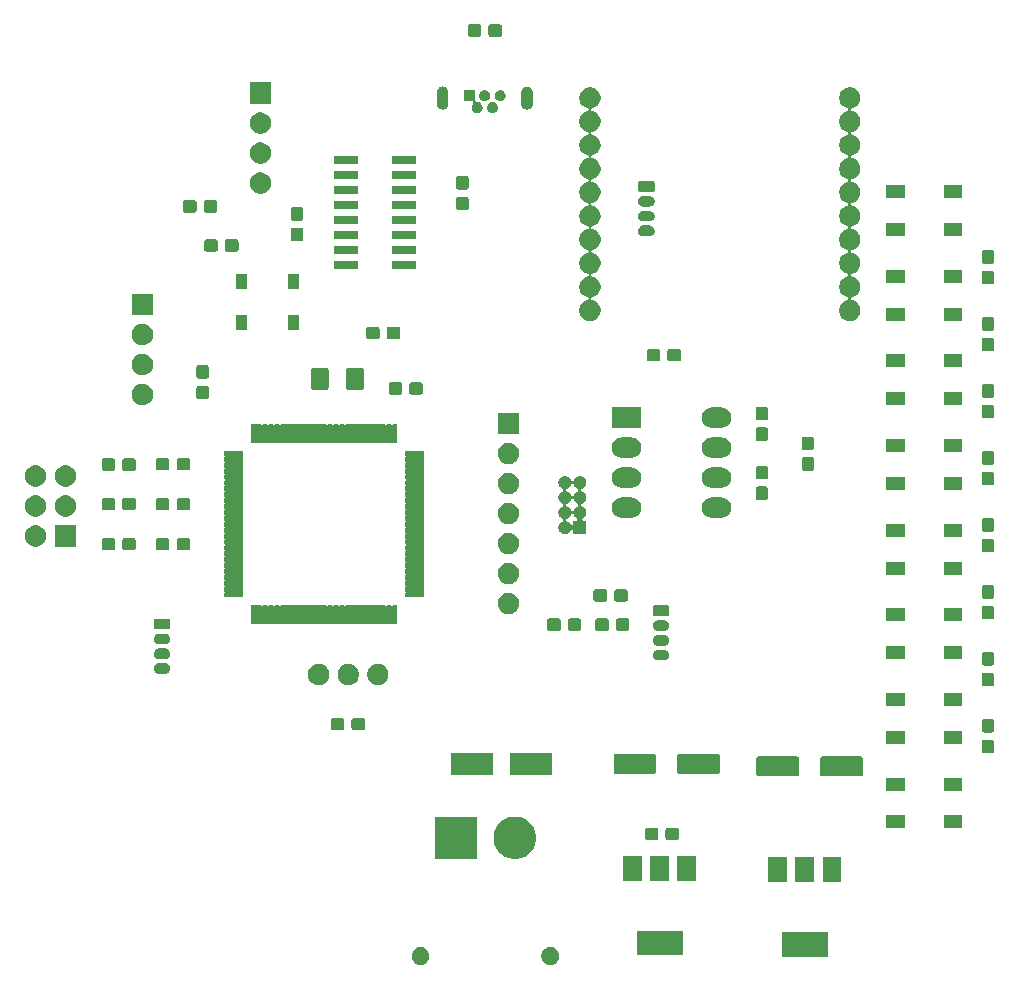
<source format=gbr>
G04 #@! TF.GenerationSoftware,KiCad,Pcbnew,(5.1.5)-3*
G04 #@! TF.CreationDate,2020-03-29T09:55:59+08:00*
G04 #@! TF.ProjectId,Misaka,4d697361-6b61-42e6-9b69-6361645f7063,rev?*
G04 #@! TF.SameCoordinates,Original*
G04 #@! TF.FileFunction,Soldermask,Top*
G04 #@! TF.FilePolarity,Negative*
%FSLAX46Y46*%
G04 Gerber Fmt 4.6, Leading zero omitted, Abs format (unit mm)*
G04 Created by KiCad (PCBNEW (5.1.5)-3) date 2020-03-29 09:56:00*
%MOMM*%
%LPD*%
G04 APERTURE LIST*
%ADD10C,0.100000*%
G04 APERTURE END LIST*
D10*
G36*
X73369059Y-112437860D02*
G01*
X73505732Y-112494472D01*
X73628735Y-112576660D01*
X73733340Y-112681265D01*
X73815528Y-112804268D01*
X73872140Y-112940941D01*
X73901000Y-113086033D01*
X73901000Y-113233967D01*
X73872140Y-113379059D01*
X73815528Y-113515732D01*
X73733340Y-113638735D01*
X73628735Y-113743340D01*
X73505732Y-113825528D01*
X73505731Y-113825529D01*
X73505730Y-113825529D01*
X73369059Y-113882140D01*
X73223968Y-113911000D01*
X73076032Y-113911000D01*
X72930941Y-113882140D01*
X72794270Y-113825529D01*
X72794269Y-113825529D01*
X72794268Y-113825528D01*
X72671265Y-113743340D01*
X72566660Y-113638735D01*
X72484472Y-113515732D01*
X72427860Y-113379059D01*
X72399000Y-113233967D01*
X72399000Y-113086033D01*
X72427860Y-112940941D01*
X72484472Y-112804268D01*
X72566660Y-112681265D01*
X72671265Y-112576660D01*
X72794268Y-112494472D01*
X72930941Y-112437860D01*
X73076032Y-112409000D01*
X73223968Y-112409000D01*
X73369059Y-112437860D01*
G37*
G36*
X62369059Y-112437860D02*
G01*
X62505732Y-112494472D01*
X62628735Y-112576660D01*
X62733340Y-112681265D01*
X62815528Y-112804268D01*
X62872140Y-112940941D01*
X62901000Y-113086033D01*
X62901000Y-113233967D01*
X62872140Y-113379059D01*
X62815528Y-113515732D01*
X62733340Y-113638735D01*
X62628735Y-113743340D01*
X62505732Y-113825528D01*
X62505731Y-113825529D01*
X62505730Y-113825529D01*
X62369059Y-113882140D01*
X62223968Y-113911000D01*
X62076032Y-113911000D01*
X61930941Y-113882140D01*
X61794270Y-113825529D01*
X61794269Y-113825529D01*
X61794268Y-113825528D01*
X61671265Y-113743340D01*
X61566660Y-113638735D01*
X61484472Y-113515732D01*
X61427860Y-113379059D01*
X61399000Y-113233967D01*
X61399000Y-113086033D01*
X61427860Y-112940941D01*
X61484472Y-112804268D01*
X61566660Y-112681265D01*
X61671265Y-112576660D01*
X61794268Y-112494472D01*
X61930941Y-112437860D01*
X62076032Y-112409000D01*
X62223968Y-112409000D01*
X62369059Y-112437860D01*
G37*
G36*
X96651000Y-113211000D02*
G01*
X92749000Y-113211000D01*
X92749000Y-111109000D01*
X96651000Y-111109000D01*
X96651000Y-113211000D01*
G37*
G36*
X84351000Y-113111000D02*
G01*
X80449000Y-113111000D01*
X80449000Y-111009000D01*
X84351000Y-111009000D01*
X84351000Y-113111000D01*
G37*
G36*
X93201000Y-106911000D02*
G01*
X91599000Y-106911000D01*
X91599000Y-104809000D01*
X93201000Y-104809000D01*
X93201000Y-106911000D01*
G37*
G36*
X97801000Y-106911000D02*
G01*
X96199000Y-106911000D01*
X96199000Y-104809000D01*
X97801000Y-104809000D01*
X97801000Y-106911000D01*
G37*
G36*
X95501000Y-106911000D02*
G01*
X93899000Y-106911000D01*
X93899000Y-104809000D01*
X95501000Y-104809000D01*
X95501000Y-106911000D01*
G37*
G36*
X85501000Y-106811000D02*
G01*
X83899000Y-106811000D01*
X83899000Y-104709000D01*
X85501000Y-104709000D01*
X85501000Y-106811000D01*
G37*
G36*
X80901000Y-106811000D02*
G01*
X79299000Y-106811000D01*
X79299000Y-104709000D01*
X80901000Y-104709000D01*
X80901000Y-106811000D01*
G37*
G36*
X83201000Y-106811000D02*
G01*
X81599000Y-106811000D01*
X81599000Y-104709000D01*
X83201000Y-104709000D01*
X83201000Y-106811000D01*
G37*
G36*
X70675331Y-101428211D02*
G01*
X71003092Y-101563974D01*
X71298070Y-101761072D01*
X71548928Y-102011930D01*
X71746026Y-102306908D01*
X71881789Y-102634669D01*
X71951000Y-102982616D01*
X71951000Y-103337384D01*
X71881789Y-103685331D01*
X71746026Y-104013092D01*
X71548928Y-104308070D01*
X71298070Y-104558928D01*
X71003092Y-104756026D01*
X70675331Y-104891789D01*
X70327384Y-104961000D01*
X69972616Y-104961000D01*
X69624669Y-104891789D01*
X69296908Y-104756026D01*
X69001930Y-104558928D01*
X68751072Y-104308070D01*
X68553974Y-104013092D01*
X68418211Y-103685331D01*
X68349000Y-103337384D01*
X68349000Y-102982616D01*
X68418211Y-102634669D01*
X68553974Y-102306908D01*
X68751072Y-102011930D01*
X69001930Y-101761072D01*
X69296908Y-101563974D01*
X69624669Y-101428211D01*
X69972616Y-101359000D01*
X70327384Y-101359000D01*
X70675331Y-101428211D01*
G37*
G36*
X66951000Y-104961000D02*
G01*
X63349000Y-104961000D01*
X63349000Y-101359000D01*
X66951000Y-101359000D01*
X66951000Y-104961000D01*
G37*
G36*
X82139499Y-102288445D02*
G01*
X82176995Y-102299820D01*
X82211554Y-102318292D01*
X82241847Y-102343153D01*
X82266708Y-102373446D01*
X82285180Y-102408005D01*
X82296555Y-102445501D01*
X82301000Y-102490638D01*
X82301000Y-103129362D01*
X82296555Y-103174499D01*
X82285180Y-103211995D01*
X82266708Y-103246554D01*
X82241847Y-103276847D01*
X82211554Y-103301708D01*
X82176995Y-103320180D01*
X82139499Y-103331555D01*
X82094362Y-103336000D01*
X81355638Y-103336000D01*
X81310501Y-103331555D01*
X81273005Y-103320180D01*
X81238446Y-103301708D01*
X81208153Y-103276847D01*
X81183292Y-103246554D01*
X81164820Y-103211995D01*
X81153445Y-103174499D01*
X81149000Y-103129362D01*
X81149000Y-102490638D01*
X81153445Y-102445501D01*
X81164820Y-102408005D01*
X81183292Y-102373446D01*
X81208153Y-102343153D01*
X81238446Y-102318292D01*
X81273005Y-102299820D01*
X81310501Y-102288445D01*
X81355638Y-102284000D01*
X82094362Y-102284000D01*
X82139499Y-102288445D01*
G37*
G36*
X83889499Y-102288445D02*
G01*
X83926995Y-102299820D01*
X83961554Y-102318292D01*
X83991847Y-102343153D01*
X84016708Y-102373446D01*
X84035180Y-102408005D01*
X84046555Y-102445501D01*
X84051000Y-102490638D01*
X84051000Y-103129362D01*
X84046555Y-103174499D01*
X84035180Y-103211995D01*
X84016708Y-103246554D01*
X83991847Y-103276847D01*
X83961554Y-103301708D01*
X83926995Y-103320180D01*
X83889499Y-103331555D01*
X83844362Y-103336000D01*
X83105638Y-103336000D01*
X83060501Y-103331555D01*
X83023005Y-103320180D01*
X82988446Y-103301708D01*
X82958153Y-103276847D01*
X82933292Y-103246554D01*
X82914820Y-103211995D01*
X82903445Y-103174499D01*
X82899000Y-103129362D01*
X82899000Y-102490638D01*
X82903445Y-102445501D01*
X82914820Y-102408005D01*
X82933292Y-102373446D01*
X82958153Y-102343153D01*
X82988446Y-102318292D01*
X83023005Y-102299820D01*
X83060501Y-102288445D01*
X83105638Y-102284000D01*
X83844362Y-102284000D01*
X83889499Y-102288445D01*
G37*
G36*
X103141000Y-102361000D02*
G01*
X101539000Y-102361000D01*
X101539000Y-101259000D01*
X103141000Y-101259000D01*
X103141000Y-102361000D01*
G37*
G36*
X108041000Y-102361000D02*
G01*
X106439000Y-102361000D01*
X106439000Y-101259000D01*
X108041000Y-101259000D01*
X108041000Y-102361000D01*
G37*
G36*
X103141000Y-99161000D02*
G01*
X101539000Y-99161000D01*
X101539000Y-98059000D01*
X103141000Y-98059000D01*
X103141000Y-99161000D01*
G37*
G36*
X108041000Y-99161000D02*
G01*
X106439000Y-99161000D01*
X106439000Y-98059000D01*
X108041000Y-98059000D01*
X108041000Y-99161000D01*
G37*
G36*
X99455997Y-96263051D02*
G01*
X99489652Y-96273261D01*
X99520665Y-96289838D01*
X99547851Y-96312149D01*
X99570162Y-96339335D01*
X99586739Y-96370348D01*
X99596949Y-96404003D01*
X99601000Y-96445138D01*
X99601000Y-97774862D01*
X99596949Y-97815997D01*
X99586739Y-97849652D01*
X99570162Y-97880665D01*
X99547851Y-97907851D01*
X99520665Y-97930162D01*
X99489652Y-97946739D01*
X99455997Y-97956949D01*
X99414862Y-97961000D01*
X96185138Y-97961000D01*
X96144003Y-97956949D01*
X96110348Y-97946739D01*
X96079335Y-97930162D01*
X96052149Y-97907851D01*
X96029838Y-97880665D01*
X96013261Y-97849652D01*
X96003051Y-97815997D01*
X95999000Y-97774862D01*
X95999000Y-96445138D01*
X96003051Y-96404003D01*
X96013261Y-96370348D01*
X96029838Y-96339335D01*
X96052149Y-96312149D01*
X96079335Y-96289838D01*
X96110348Y-96273261D01*
X96144003Y-96263051D01*
X96185138Y-96259000D01*
X99414862Y-96259000D01*
X99455997Y-96263051D01*
G37*
G36*
X94055997Y-96263051D02*
G01*
X94089652Y-96273261D01*
X94120665Y-96289838D01*
X94147851Y-96312149D01*
X94170162Y-96339335D01*
X94186739Y-96370348D01*
X94196949Y-96404003D01*
X94201000Y-96445138D01*
X94201000Y-97774862D01*
X94196949Y-97815997D01*
X94186739Y-97849652D01*
X94170162Y-97880665D01*
X94147851Y-97907851D01*
X94120665Y-97930162D01*
X94089652Y-97946739D01*
X94055997Y-97956949D01*
X94014862Y-97961000D01*
X90785138Y-97961000D01*
X90744003Y-97956949D01*
X90710348Y-97946739D01*
X90679335Y-97930162D01*
X90652149Y-97907851D01*
X90629838Y-97880665D01*
X90613261Y-97849652D01*
X90603051Y-97815997D01*
X90599000Y-97774862D01*
X90599000Y-96445138D01*
X90603051Y-96404003D01*
X90613261Y-96370348D01*
X90629838Y-96339335D01*
X90652149Y-96312149D01*
X90679335Y-96289838D01*
X90710348Y-96273261D01*
X90744003Y-96263051D01*
X90785138Y-96259000D01*
X94014862Y-96259000D01*
X94055997Y-96263051D01*
G37*
G36*
X68301000Y-97861000D02*
G01*
X64699000Y-97861000D01*
X64699000Y-95959000D01*
X68301000Y-95959000D01*
X68301000Y-97861000D01*
G37*
G36*
X73301000Y-97861000D02*
G01*
X69699000Y-97861000D01*
X69699000Y-95959000D01*
X73301000Y-95959000D01*
X73301000Y-97861000D01*
G37*
G36*
X87355997Y-96063051D02*
G01*
X87389652Y-96073261D01*
X87420665Y-96089838D01*
X87447851Y-96112149D01*
X87470162Y-96139335D01*
X87486739Y-96170348D01*
X87496949Y-96204003D01*
X87501000Y-96245138D01*
X87501000Y-97574862D01*
X87496949Y-97615997D01*
X87486739Y-97649652D01*
X87470162Y-97680665D01*
X87447851Y-97707851D01*
X87420665Y-97730162D01*
X87389652Y-97746739D01*
X87355997Y-97756949D01*
X87314862Y-97761000D01*
X84085138Y-97761000D01*
X84044003Y-97756949D01*
X84010348Y-97746739D01*
X83979335Y-97730162D01*
X83952149Y-97707851D01*
X83929838Y-97680665D01*
X83913261Y-97649652D01*
X83903051Y-97615997D01*
X83899000Y-97574862D01*
X83899000Y-96245138D01*
X83903051Y-96204003D01*
X83913261Y-96170348D01*
X83929838Y-96139335D01*
X83952149Y-96112149D01*
X83979335Y-96089838D01*
X84010348Y-96073261D01*
X84044003Y-96063051D01*
X84085138Y-96059000D01*
X87314862Y-96059000D01*
X87355997Y-96063051D01*
G37*
G36*
X81955997Y-96063051D02*
G01*
X81989652Y-96073261D01*
X82020665Y-96089838D01*
X82047851Y-96112149D01*
X82070162Y-96139335D01*
X82086739Y-96170348D01*
X82096949Y-96204003D01*
X82101000Y-96245138D01*
X82101000Y-97574862D01*
X82096949Y-97615997D01*
X82086739Y-97649652D01*
X82070162Y-97680665D01*
X82047851Y-97707851D01*
X82020665Y-97730162D01*
X81989652Y-97746739D01*
X81955997Y-97756949D01*
X81914862Y-97761000D01*
X78685138Y-97761000D01*
X78644003Y-97756949D01*
X78610348Y-97746739D01*
X78579335Y-97730162D01*
X78552149Y-97707851D01*
X78529838Y-97680665D01*
X78513261Y-97649652D01*
X78503051Y-97615997D01*
X78499000Y-97574862D01*
X78499000Y-96245138D01*
X78503051Y-96204003D01*
X78513261Y-96170348D01*
X78529838Y-96139335D01*
X78552149Y-96112149D01*
X78579335Y-96089838D01*
X78610348Y-96073261D01*
X78644003Y-96063051D01*
X78685138Y-96059000D01*
X81914862Y-96059000D01*
X81955997Y-96063051D01*
G37*
G36*
X110554499Y-94843445D02*
G01*
X110591995Y-94854820D01*
X110626554Y-94873292D01*
X110656847Y-94898153D01*
X110681708Y-94928446D01*
X110700180Y-94963005D01*
X110711555Y-95000501D01*
X110716000Y-95045638D01*
X110716000Y-95784362D01*
X110711555Y-95829499D01*
X110700180Y-95866995D01*
X110681708Y-95901554D01*
X110656847Y-95931847D01*
X110626554Y-95956708D01*
X110591995Y-95975180D01*
X110554499Y-95986555D01*
X110509362Y-95991000D01*
X109870638Y-95991000D01*
X109825501Y-95986555D01*
X109788005Y-95975180D01*
X109753446Y-95956708D01*
X109723153Y-95931847D01*
X109698292Y-95901554D01*
X109679820Y-95866995D01*
X109668445Y-95829499D01*
X109664000Y-95784362D01*
X109664000Y-95045638D01*
X109668445Y-95000501D01*
X109679820Y-94963005D01*
X109698292Y-94928446D01*
X109723153Y-94898153D01*
X109753446Y-94873292D01*
X109788005Y-94854820D01*
X109825501Y-94843445D01*
X109870638Y-94839000D01*
X110509362Y-94839000D01*
X110554499Y-94843445D01*
G37*
G36*
X103141000Y-95195284D02*
G01*
X101539000Y-95195284D01*
X101539000Y-94093284D01*
X103141000Y-94093284D01*
X103141000Y-95195284D01*
G37*
G36*
X108041000Y-95195284D02*
G01*
X106439000Y-95195284D01*
X106439000Y-94093284D01*
X108041000Y-94093284D01*
X108041000Y-95195284D01*
G37*
G36*
X110554499Y-93093445D02*
G01*
X110591995Y-93104820D01*
X110626554Y-93123292D01*
X110656847Y-93148153D01*
X110681708Y-93178446D01*
X110700180Y-93213005D01*
X110711555Y-93250501D01*
X110716000Y-93295638D01*
X110716000Y-94034362D01*
X110711555Y-94079499D01*
X110700180Y-94116995D01*
X110681708Y-94151554D01*
X110656847Y-94181847D01*
X110626554Y-94206708D01*
X110591995Y-94225180D01*
X110554499Y-94236555D01*
X110509362Y-94241000D01*
X109870638Y-94241000D01*
X109825501Y-94236555D01*
X109788005Y-94225180D01*
X109753446Y-94206708D01*
X109723153Y-94181847D01*
X109698292Y-94151554D01*
X109679820Y-94116995D01*
X109668445Y-94079499D01*
X109664000Y-94034362D01*
X109664000Y-93295638D01*
X109668445Y-93250501D01*
X109679820Y-93213005D01*
X109698292Y-93178446D01*
X109723153Y-93148153D01*
X109753446Y-93123292D01*
X109788005Y-93104820D01*
X109825501Y-93093445D01*
X109870638Y-93089000D01*
X110509362Y-93089000D01*
X110554499Y-93093445D01*
G37*
G36*
X57304499Y-93008445D02*
G01*
X57341995Y-93019820D01*
X57376554Y-93038292D01*
X57406847Y-93063153D01*
X57431708Y-93093446D01*
X57450180Y-93128005D01*
X57461555Y-93165501D01*
X57466000Y-93210638D01*
X57466000Y-93849362D01*
X57461555Y-93894499D01*
X57450180Y-93931995D01*
X57431708Y-93966554D01*
X57406847Y-93996847D01*
X57376554Y-94021708D01*
X57341995Y-94040180D01*
X57304499Y-94051555D01*
X57259362Y-94056000D01*
X56520638Y-94056000D01*
X56475501Y-94051555D01*
X56438005Y-94040180D01*
X56403446Y-94021708D01*
X56373153Y-93996847D01*
X56348292Y-93966554D01*
X56329820Y-93931995D01*
X56318445Y-93894499D01*
X56314000Y-93849362D01*
X56314000Y-93210638D01*
X56318445Y-93165501D01*
X56329820Y-93128005D01*
X56348292Y-93093446D01*
X56373153Y-93063153D01*
X56403446Y-93038292D01*
X56438005Y-93019820D01*
X56475501Y-93008445D01*
X56520638Y-93004000D01*
X57259362Y-93004000D01*
X57304499Y-93008445D01*
G37*
G36*
X55554499Y-93008445D02*
G01*
X55591995Y-93019820D01*
X55626554Y-93038292D01*
X55656847Y-93063153D01*
X55681708Y-93093446D01*
X55700180Y-93128005D01*
X55711555Y-93165501D01*
X55716000Y-93210638D01*
X55716000Y-93849362D01*
X55711555Y-93894499D01*
X55700180Y-93931995D01*
X55681708Y-93966554D01*
X55656847Y-93996847D01*
X55626554Y-94021708D01*
X55591995Y-94040180D01*
X55554499Y-94051555D01*
X55509362Y-94056000D01*
X54770638Y-94056000D01*
X54725501Y-94051555D01*
X54688005Y-94040180D01*
X54653446Y-94021708D01*
X54623153Y-93996847D01*
X54598292Y-93966554D01*
X54579820Y-93931995D01*
X54568445Y-93894499D01*
X54564000Y-93849362D01*
X54564000Y-93210638D01*
X54568445Y-93165501D01*
X54579820Y-93128005D01*
X54598292Y-93093446D01*
X54623153Y-93063153D01*
X54653446Y-93038292D01*
X54688005Y-93019820D01*
X54725501Y-93008445D01*
X54770638Y-93004000D01*
X55509362Y-93004000D01*
X55554499Y-93008445D01*
G37*
G36*
X103141000Y-91995284D02*
G01*
X101539000Y-91995284D01*
X101539000Y-90893284D01*
X103141000Y-90893284D01*
X103141000Y-91995284D01*
G37*
G36*
X108041000Y-91995284D02*
G01*
X106439000Y-91995284D01*
X106439000Y-90893284D01*
X108041000Y-90893284D01*
X108041000Y-91995284D01*
G37*
G36*
X110554499Y-89172013D02*
G01*
X110591995Y-89183388D01*
X110626554Y-89201860D01*
X110656847Y-89226721D01*
X110681708Y-89257014D01*
X110700180Y-89291573D01*
X110711555Y-89329069D01*
X110716000Y-89374206D01*
X110716000Y-90112930D01*
X110711555Y-90158067D01*
X110700180Y-90195563D01*
X110681708Y-90230122D01*
X110656847Y-90260415D01*
X110626554Y-90285276D01*
X110591995Y-90303748D01*
X110554499Y-90315123D01*
X110509362Y-90319568D01*
X109870638Y-90319568D01*
X109825501Y-90315123D01*
X109788005Y-90303748D01*
X109753446Y-90285276D01*
X109723153Y-90260415D01*
X109698292Y-90230122D01*
X109679820Y-90195563D01*
X109668445Y-90158067D01*
X109664000Y-90112930D01*
X109664000Y-89374206D01*
X109668445Y-89329069D01*
X109679820Y-89291573D01*
X109698292Y-89257014D01*
X109723153Y-89226721D01*
X109753446Y-89201860D01*
X109788005Y-89183388D01*
X109825501Y-89172013D01*
X109870638Y-89167568D01*
X110509362Y-89167568D01*
X110554499Y-89172013D01*
G37*
G36*
X53649821Y-88433193D02*
G01*
X53802812Y-88463624D01*
X53966784Y-88531544D01*
X54114354Y-88630147D01*
X54239853Y-88755646D01*
X54338456Y-88903216D01*
X54406376Y-89067188D01*
X54441000Y-89241259D01*
X54441000Y-89418741D01*
X54406376Y-89592812D01*
X54338456Y-89756784D01*
X54239853Y-89904354D01*
X54114354Y-90029853D01*
X53966784Y-90128456D01*
X53802812Y-90196376D01*
X53653512Y-90226073D01*
X53628742Y-90231000D01*
X53451258Y-90231000D01*
X53426488Y-90226073D01*
X53277188Y-90196376D01*
X53113216Y-90128456D01*
X52965646Y-90029853D01*
X52840147Y-89904354D01*
X52741544Y-89756784D01*
X52673624Y-89592812D01*
X52639000Y-89418741D01*
X52639000Y-89241259D01*
X52673624Y-89067188D01*
X52741544Y-88903216D01*
X52840147Y-88755646D01*
X52965646Y-88630147D01*
X53113216Y-88531544D01*
X53277188Y-88463624D01*
X53430179Y-88433193D01*
X53451258Y-88429000D01*
X53628742Y-88429000D01*
X53649821Y-88433193D01*
G37*
G36*
X56149821Y-88433193D02*
G01*
X56302812Y-88463624D01*
X56466784Y-88531544D01*
X56614354Y-88630147D01*
X56739853Y-88755646D01*
X56838456Y-88903216D01*
X56906376Y-89067188D01*
X56941000Y-89241259D01*
X56941000Y-89418741D01*
X56906376Y-89592812D01*
X56838456Y-89756784D01*
X56739853Y-89904354D01*
X56614354Y-90029853D01*
X56466784Y-90128456D01*
X56302812Y-90196376D01*
X56153512Y-90226073D01*
X56128742Y-90231000D01*
X55951258Y-90231000D01*
X55926488Y-90226073D01*
X55777188Y-90196376D01*
X55613216Y-90128456D01*
X55465646Y-90029853D01*
X55340147Y-89904354D01*
X55241544Y-89756784D01*
X55173624Y-89592812D01*
X55139000Y-89418741D01*
X55139000Y-89241259D01*
X55173624Y-89067188D01*
X55241544Y-88903216D01*
X55340147Y-88755646D01*
X55465646Y-88630147D01*
X55613216Y-88531544D01*
X55777188Y-88463624D01*
X55930179Y-88433193D01*
X55951258Y-88429000D01*
X56128742Y-88429000D01*
X56149821Y-88433193D01*
G37*
G36*
X58649821Y-88433193D02*
G01*
X58802812Y-88463624D01*
X58966784Y-88531544D01*
X59114354Y-88630147D01*
X59239853Y-88755646D01*
X59338456Y-88903216D01*
X59406376Y-89067188D01*
X59441000Y-89241259D01*
X59441000Y-89418741D01*
X59406376Y-89592812D01*
X59338456Y-89756784D01*
X59239853Y-89904354D01*
X59114354Y-90029853D01*
X58966784Y-90128456D01*
X58802812Y-90196376D01*
X58653512Y-90226073D01*
X58628742Y-90231000D01*
X58451258Y-90231000D01*
X58426488Y-90226073D01*
X58277188Y-90196376D01*
X58113216Y-90128456D01*
X57965646Y-90029853D01*
X57840147Y-89904354D01*
X57741544Y-89756784D01*
X57673624Y-89592812D01*
X57639000Y-89418741D01*
X57639000Y-89241259D01*
X57673624Y-89067188D01*
X57741544Y-88903216D01*
X57840147Y-88755646D01*
X57965646Y-88630147D01*
X58113216Y-88531544D01*
X58277188Y-88463624D01*
X58430179Y-88433193D01*
X58451258Y-88429000D01*
X58628742Y-88429000D01*
X58649821Y-88433193D01*
G37*
G36*
X40608410Y-88365525D02*
G01*
X40693426Y-88391314D01*
X40771775Y-88433193D01*
X40840449Y-88489551D01*
X40896807Y-88558225D01*
X40938686Y-88636574D01*
X40964475Y-88721590D01*
X40973182Y-88810000D01*
X40964475Y-88898410D01*
X40938686Y-88983426D01*
X40896807Y-89061775D01*
X40840449Y-89130449D01*
X40771775Y-89186807D01*
X40693426Y-89228686D01*
X40608410Y-89254475D01*
X40542158Y-89261000D01*
X39997842Y-89261000D01*
X39931590Y-89254475D01*
X39846574Y-89228686D01*
X39768225Y-89186807D01*
X39699551Y-89130449D01*
X39643193Y-89061775D01*
X39601314Y-88983426D01*
X39575525Y-88898410D01*
X39566818Y-88810000D01*
X39575525Y-88721590D01*
X39601314Y-88636574D01*
X39643193Y-88558225D01*
X39699551Y-88489551D01*
X39768225Y-88433193D01*
X39846574Y-88391314D01*
X39931590Y-88365525D01*
X39997842Y-88359000D01*
X40542158Y-88359000D01*
X40608410Y-88365525D01*
G37*
G36*
X110554499Y-87422013D02*
G01*
X110591995Y-87433388D01*
X110626554Y-87451860D01*
X110656847Y-87476721D01*
X110681708Y-87507014D01*
X110700180Y-87541573D01*
X110711555Y-87579069D01*
X110716000Y-87624206D01*
X110716000Y-88362930D01*
X110711555Y-88408067D01*
X110700180Y-88445563D01*
X110681708Y-88480122D01*
X110656847Y-88510415D01*
X110626554Y-88535276D01*
X110591995Y-88553748D01*
X110554499Y-88565123D01*
X110509362Y-88569568D01*
X109870638Y-88569568D01*
X109825501Y-88565123D01*
X109788005Y-88553748D01*
X109753446Y-88535276D01*
X109723153Y-88510415D01*
X109698292Y-88480122D01*
X109679820Y-88445563D01*
X109668445Y-88408067D01*
X109664000Y-88362930D01*
X109664000Y-87624206D01*
X109668445Y-87579069D01*
X109679820Y-87541573D01*
X109698292Y-87507014D01*
X109723153Y-87476721D01*
X109753446Y-87451860D01*
X109788005Y-87433388D01*
X109825501Y-87422013D01*
X109870638Y-87417568D01*
X110509362Y-87417568D01*
X110554499Y-87422013D01*
G37*
G36*
X82858410Y-87235525D02*
G01*
X82943426Y-87261314D01*
X83021775Y-87303193D01*
X83090449Y-87359551D01*
X83146807Y-87428225D01*
X83188686Y-87506574D01*
X83214475Y-87591590D01*
X83223182Y-87680000D01*
X83214475Y-87768410D01*
X83188686Y-87853426D01*
X83146807Y-87931775D01*
X83090449Y-88000449D01*
X83021775Y-88056807D01*
X82943426Y-88098686D01*
X82858410Y-88124475D01*
X82792158Y-88131000D01*
X82247842Y-88131000D01*
X82181590Y-88124475D01*
X82096574Y-88098686D01*
X82018225Y-88056807D01*
X81949551Y-88000449D01*
X81893193Y-87931775D01*
X81851314Y-87853426D01*
X81825525Y-87768410D01*
X81816818Y-87680000D01*
X81825525Y-87591590D01*
X81851314Y-87506574D01*
X81893193Y-87428225D01*
X81949551Y-87359551D01*
X82018225Y-87303193D01*
X82096574Y-87261314D01*
X82181590Y-87235525D01*
X82247842Y-87229000D01*
X82792158Y-87229000D01*
X82858410Y-87235525D01*
G37*
G36*
X108041000Y-88029570D02*
G01*
X106439000Y-88029570D01*
X106439000Y-86927570D01*
X108041000Y-86927570D01*
X108041000Y-88029570D01*
G37*
G36*
X103141000Y-88029570D02*
G01*
X101539000Y-88029570D01*
X101539000Y-86927570D01*
X103141000Y-86927570D01*
X103141000Y-88029570D01*
G37*
G36*
X40608410Y-87115525D02*
G01*
X40693426Y-87141314D01*
X40771775Y-87183193D01*
X40840449Y-87239551D01*
X40896807Y-87308225D01*
X40938686Y-87386574D01*
X40964475Y-87471590D01*
X40973182Y-87560000D01*
X40964475Y-87648410D01*
X40938686Y-87733426D01*
X40896807Y-87811775D01*
X40840449Y-87880449D01*
X40771775Y-87936807D01*
X40693426Y-87978686D01*
X40608410Y-88004475D01*
X40542158Y-88011000D01*
X39997842Y-88011000D01*
X39931590Y-88004475D01*
X39846574Y-87978686D01*
X39768225Y-87936807D01*
X39699551Y-87880449D01*
X39643193Y-87811775D01*
X39601314Y-87733426D01*
X39575525Y-87648410D01*
X39566818Y-87560000D01*
X39575525Y-87471590D01*
X39601314Y-87386574D01*
X39643193Y-87308225D01*
X39699551Y-87239551D01*
X39768225Y-87183193D01*
X39846574Y-87141314D01*
X39931590Y-87115525D01*
X39997842Y-87109000D01*
X40542158Y-87109000D01*
X40608410Y-87115525D01*
G37*
G36*
X82858410Y-85985525D02*
G01*
X82943426Y-86011314D01*
X83021775Y-86053193D01*
X83090449Y-86109551D01*
X83146807Y-86178225D01*
X83188686Y-86256574D01*
X83214475Y-86341590D01*
X83223182Y-86430000D01*
X83214475Y-86518410D01*
X83188686Y-86603426D01*
X83146807Y-86681775D01*
X83090449Y-86750449D01*
X83021775Y-86806807D01*
X82943426Y-86848686D01*
X82858410Y-86874475D01*
X82792158Y-86881000D01*
X82247842Y-86881000D01*
X82181590Y-86874475D01*
X82096574Y-86848686D01*
X82018225Y-86806807D01*
X81949551Y-86750449D01*
X81893193Y-86681775D01*
X81851314Y-86603426D01*
X81825525Y-86518410D01*
X81816818Y-86430000D01*
X81825525Y-86341590D01*
X81851314Y-86256574D01*
X81893193Y-86178225D01*
X81949551Y-86109551D01*
X82018225Y-86053193D01*
X82096574Y-86011314D01*
X82181590Y-85985525D01*
X82247842Y-85979000D01*
X82792158Y-85979000D01*
X82858410Y-85985525D01*
G37*
G36*
X40608410Y-85865525D02*
G01*
X40693426Y-85891314D01*
X40771775Y-85933193D01*
X40840449Y-85989551D01*
X40896807Y-86058225D01*
X40938686Y-86136574D01*
X40964475Y-86221590D01*
X40973182Y-86310000D01*
X40964475Y-86398410D01*
X40938686Y-86483426D01*
X40896807Y-86561775D01*
X40840449Y-86630449D01*
X40771775Y-86686807D01*
X40693426Y-86728686D01*
X40608410Y-86754475D01*
X40542158Y-86761000D01*
X39997842Y-86761000D01*
X39931590Y-86754475D01*
X39846574Y-86728686D01*
X39768225Y-86686807D01*
X39699551Y-86630449D01*
X39643193Y-86561775D01*
X39601314Y-86483426D01*
X39575525Y-86398410D01*
X39566818Y-86310000D01*
X39575525Y-86221590D01*
X39601314Y-86136574D01*
X39643193Y-86058225D01*
X39699551Y-85989551D01*
X39768225Y-85933193D01*
X39846574Y-85891314D01*
X39931590Y-85865525D01*
X39997842Y-85859000D01*
X40542158Y-85859000D01*
X40608410Y-85865525D01*
G37*
G36*
X82858410Y-84735525D02*
G01*
X82943426Y-84761314D01*
X83021775Y-84803193D01*
X83090449Y-84859551D01*
X83146807Y-84928225D01*
X83188686Y-85006574D01*
X83214475Y-85091590D01*
X83223182Y-85180000D01*
X83214475Y-85268410D01*
X83188686Y-85353426D01*
X83146807Y-85431775D01*
X83090449Y-85500449D01*
X83021775Y-85556807D01*
X82943426Y-85598686D01*
X82858410Y-85624475D01*
X82792158Y-85631000D01*
X82247842Y-85631000D01*
X82181590Y-85624475D01*
X82096574Y-85598686D01*
X82018225Y-85556807D01*
X81949551Y-85500449D01*
X81893193Y-85431775D01*
X81851314Y-85353426D01*
X81825525Y-85268410D01*
X81816818Y-85180000D01*
X81825525Y-85091590D01*
X81851314Y-85006574D01*
X81893193Y-84928225D01*
X81949551Y-84859551D01*
X82018225Y-84803193D01*
X82096574Y-84761314D01*
X82181590Y-84735525D01*
X82247842Y-84729000D01*
X82792158Y-84729000D01*
X82858410Y-84735525D01*
G37*
G36*
X77939499Y-84578445D02*
G01*
X77976995Y-84589820D01*
X78011554Y-84608292D01*
X78041847Y-84633153D01*
X78066708Y-84663446D01*
X78085180Y-84698005D01*
X78096555Y-84735501D01*
X78101000Y-84780638D01*
X78101000Y-85419362D01*
X78096555Y-85464499D01*
X78085180Y-85501995D01*
X78066708Y-85536554D01*
X78041847Y-85566847D01*
X78011554Y-85591708D01*
X77976995Y-85610180D01*
X77939499Y-85621555D01*
X77894362Y-85626000D01*
X77155638Y-85626000D01*
X77110501Y-85621555D01*
X77073005Y-85610180D01*
X77038446Y-85591708D01*
X77008153Y-85566847D01*
X76983292Y-85536554D01*
X76964820Y-85501995D01*
X76953445Y-85464499D01*
X76949000Y-85419362D01*
X76949000Y-84780638D01*
X76953445Y-84735501D01*
X76964820Y-84698005D01*
X76983292Y-84663446D01*
X77008153Y-84633153D01*
X77038446Y-84608292D01*
X77073005Y-84589820D01*
X77110501Y-84578445D01*
X77155638Y-84574000D01*
X77894362Y-84574000D01*
X77939499Y-84578445D01*
G37*
G36*
X79689499Y-84578445D02*
G01*
X79726995Y-84589820D01*
X79761554Y-84608292D01*
X79791847Y-84633153D01*
X79816708Y-84663446D01*
X79835180Y-84698005D01*
X79846555Y-84735501D01*
X79851000Y-84780638D01*
X79851000Y-85419362D01*
X79846555Y-85464499D01*
X79835180Y-85501995D01*
X79816708Y-85536554D01*
X79791847Y-85566847D01*
X79761554Y-85591708D01*
X79726995Y-85610180D01*
X79689499Y-85621555D01*
X79644362Y-85626000D01*
X78905638Y-85626000D01*
X78860501Y-85621555D01*
X78823005Y-85610180D01*
X78788446Y-85591708D01*
X78758153Y-85566847D01*
X78733292Y-85536554D01*
X78714820Y-85501995D01*
X78703445Y-85464499D01*
X78699000Y-85419362D01*
X78699000Y-84780638D01*
X78703445Y-84735501D01*
X78714820Y-84698005D01*
X78733292Y-84663446D01*
X78758153Y-84633153D01*
X78788446Y-84608292D01*
X78823005Y-84589820D01*
X78860501Y-84578445D01*
X78905638Y-84574000D01*
X79644362Y-84574000D01*
X79689499Y-84578445D01*
G37*
G36*
X73864499Y-84578445D02*
G01*
X73901995Y-84589820D01*
X73936554Y-84608292D01*
X73966847Y-84633153D01*
X73991708Y-84663446D01*
X74010180Y-84698005D01*
X74021555Y-84735501D01*
X74026000Y-84780638D01*
X74026000Y-85419362D01*
X74021555Y-85464499D01*
X74010180Y-85501995D01*
X73991708Y-85536554D01*
X73966847Y-85566847D01*
X73936554Y-85591708D01*
X73901995Y-85610180D01*
X73864499Y-85621555D01*
X73819362Y-85626000D01*
X73080638Y-85626000D01*
X73035501Y-85621555D01*
X72998005Y-85610180D01*
X72963446Y-85591708D01*
X72933153Y-85566847D01*
X72908292Y-85536554D01*
X72889820Y-85501995D01*
X72878445Y-85464499D01*
X72874000Y-85419362D01*
X72874000Y-84780638D01*
X72878445Y-84735501D01*
X72889820Y-84698005D01*
X72908292Y-84663446D01*
X72933153Y-84633153D01*
X72963446Y-84608292D01*
X72998005Y-84589820D01*
X73035501Y-84578445D01*
X73080638Y-84574000D01*
X73819362Y-84574000D01*
X73864499Y-84578445D01*
G37*
G36*
X75614499Y-84578445D02*
G01*
X75651995Y-84589820D01*
X75686554Y-84608292D01*
X75716847Y-84633153D01*
X75741708Y-84663446D01*
X75760180Y-84698005D01*
X75771555Y-84735501D01*
X75776000Y-84780638D01*
X75776000Y-85419362D01*
X75771555Y-85464499D01*
X75760180Y-85501995D01*
X75741708Y-85536554D01*
X75716847Y-85566847D01*
X75686554Y-85591708D01*
X75651995Y-85610180D01*
X75614499Y-85621555D01*
X75569362Y-85626000D01*
X74830638Y-85626000D01*
X74785501Y-85621555D01*
X74748005Y-85610180D01*
X74713446Y-85591708D01*
X74683153Y-85566847D01*
X74658292Y-85536554D01*
X74639820Y-85501995D01*
X74628445Y-85464499D01*
X74624000Y-85419362D01*
X74624000Y-84780638D01*
X74628445Y-84735501D01*
X74639820Y-84698005D01*
X74658292Y-84663446D01*
X74683153Y-84633153D01*
X74713446Y-84608292D01*
X74748005Y-84589820D01*
X74785501Y-84578445D01*
X74830638Y-84574000D01*
X75569362Y-84574000D01*
X75614499Y-84578445D01*
G37*
G36*
X40839683Y-84612725D02*
G01*
X40870143Y-84621966D01*
X40898223Y-84636974D01*
X40922831Y-84657169D01*
X40943026Y-84681777D01*
X40958034Y-84709857D01*
X40967275Y-84740317D01*
X40971000Y-84778140D01*
X40971000Y-85341860D01*
X40967275Y-85379683D01*
X40958034Y-85410143D01*
X40943026Y-85438223D01*
X40922831Y-85462831D01*
X40898223Y-85483026D01*
X40870143Y-85498034D01*
X40839683Y-85507275D01*
X40801860Y-85511000D01*
X39738140Y-85511000D01*
X39700317Y-85507275D01*
X39669857Y-85498034D01*
X39641777Y-85483026D01*
X39617169Y-85462831D01*
X39596974Y-85438223D01*
X39581966Y-85410143D01*
X39572725Y-85379683D01*
X39569000Y-85341860D01*
X39569000Y-84778140D01*
X39572725Y-84740317D01*
X39581966Y-84709857D01*
X39596974Y-84681777D01*
X39617169Y-84657169D01*
X39641777Y-84636974D01*
X39669857Y-84621966D01*
X39700317Y-84612725D01*
X39738140Y-84609000D01*
X40801860Y-84609000D01*
X40839683Y-84612725D01*
G37*
G36*
X48170295Y-83475323D02*
G01*
X48177309Y-83477451D01*
X48191077Y-83484810D01*
X48213716Y-83494187D01*
X48237749Y-83498967D01*
X48262253Y-83498967D01*
X48286286Y-83494186D01*
X48308923Y-83484810D01*
X48322691Y-83477451D01*
X48329705Y-83475323D01*
X48343140Y-83474000D01*
X48656860Y-83474000D01*
X48670295Y-83475323D01*
X48677309Y-83477451D01*
X48691077Y-83484810D01*
X48713716Y-83494187D01*
X48737749Y-83498967D01*
X48762253Y-83498967D01*
X48786286Y-83494186D01*
X48808923Y-83484810D01*
X48822691Y-83477451D01*
X48829705Y-83475323D01*
X48843140Y-83474000D01*
X49156860Y-83474000D01*
X49170295Y-83475323D01*
X49177309Y-83477451D01*
X49191077Y-83484810D01*
X49213716Y-83494187D01*
X49237749Y-83498967D01*
X49262253Y-83498967D01*
X49286286Y-83494186D01*
X49308923Y-83484810D01*
X49322691Y-83477451D01*
X49329705Y-83475323D01*
X49343140Y-83474000D01*
X49656860Y-83474000D01*
X49670295Y-83475323D01*
X49677309Y-83477451D01*
X49691077Y-83484810D01*
X49713716Y-83494187D01*
X49737749Y-83498967D01*
X49762253Y-83498967D01*
X49786286Y-83494186D01*
X49808923Y-83484810D01*
X49822691Y-83477451D01*
X49829705Y-83475323D01*
X49843140Y-83474000D01*
X50156860Y-83474000D01*
X50170295Y-83475323D01*
X50177309Y-83477451D01*
X50191077Y-83484810D01*
X50213716Y-83494187D01*
X50237749Y-83498967D01*
X50262253Y-83498967D01*
X50286286Y-83494186D01*
X50308923Y-83484810D01*
X50322691Y-83477451D01*
X50329705Y-83475323D01*
X50343140Y-83474000D01*
X50656860Y-83474000D01*
X50670295Y-83475323D01*
X50677309Y-83477451D01*
X50691077Y-83484810D01*
X50713716Y-83494187D01*
X50737749Y-83498967D01*
X50762253Y-83498967D01*
X50786286Y-83494186D01*
X50808923Y-83484810D01*
X50822691Y-83477451D01*
X50829705Y-83475323D01*
X50843140Y-83474000D01*
X51156860Y-83474000D01*
X51170295Y-83475323D01*
X51177309Y-83477451D01*
X51191077Y-83484810D01*
X51213716Y-83494187D01*
X51237749Y-83498967D01*
X51262253Y-83498967D01*
X51286286Y-83494186D01*
X51308923Y-83484810D01*
X51322691Y-83477451D01*
X51329705Y-83475323D01*
X51343140Y-83474000D01*
X51656860Y-83474000D01*
X51670295Y-83475323D01*
X51677309Y-83477451D01*
X51691077Y-83484810D01*
X51713716Y-83494187D01*
X51737749Y-83498967D01*
X51762253Y-83498967D01*
X51786286Y-83494186D01*
X51808923Y-83484810D01*
X51822691Y-83477451D01*
X51829705Y-83475323D01*
X51843140Y-83474000D01*
X52156860Y-83474000D01*
X52170295Y-83475323D01*
X52177309Y-83477451D01*
X52191077Y-83484810D01*
X52213716Y-83494187D01*
X52237749Y-83498967D01*
X52262253Y-83498967D01*
X52286286Y-83494186D01*
X52308923Y-83484810D01*
X52322691Y-83477451D01*
X52329705Y-83475323D01*
X52343140Y-83474000D01*
X52656860Y-83474000D01*
X52670295Y-83475323D01*
X52677309Y-83477451D01*
X52691077Y-83484810D01*
X52713716Y-83494187D01*
X52737749Y-83498967D01*
X52762253Y-83498967D01*
X52786286Y-83494186D01*
X52808923Y-83484810D01*
X52822691Y-83477451D01*
X52829705Y-83475323D01*
X52843140Y-83474000D01*
X53156860Y-83474000D01*
X53170295Y-83475323D01*
X53177309Y-83477451D01*
X53191077Y-83484810D01*
X53213716Y-83494187D01*
X53237749Y-83498967D01*
X53262253Y-83498967D01*
X53286286Y-83494186D01*
X53308923Y-83484810D01*
X53322691Y-83477451D01*
X53329705Y-83475323D01*
X53343140Y-83474000D01*
X53656860Y-83474000D01*
X53670295Y-83475323D01*
X53677309Y-83477451D01*
X53691077Y-83484810D01*
X53713716Y-83494187D01*
X53737749Y-83498967D01*
X53762253Y-83498967D01*
X53786286Y-83494186D01*
X53808923Y-83484810D01*
X53822691Y-83477451D01*
X53829705Y-83475323D01*
X53843140Y-83474000D01*
X54156860Y-83474000D01*
X54170295Y-83475323D01*
X54177309Y-83477451D01*
X54191077Y-83484810D01*
X54213716Y-83494187D01*
X54237749Y-83498967D01*
X54262253Y-83498967D01*
X54286286Y-83494186D01*
X54308923Y-83484810D01*
X54322691Y-83477451D01*
X54329705Y-83475323D01*
X54343140Y-83474000D01*
X54656860Y-83474000D01*
X54670295Y-83475323D01*
X54677309Y-83477451D01*
X54691077Y-83484810D01*
X54713716Y-83494187D01*
X54737749Y-83498967D01*
X54762253Y-83498967D01*
X54786286Y-83494186D01*
X54808923Y-83484810D01*
X54822691Y-83477451D01*
X54829705Y-83475323D01*
X54843140Y-83474000D01*
X55156860Y-83474000D01*
X55170295Y-83475323D01*
X55177309Y-83477451D01*
X55191077Y-83484810D01*
X55213716Y-83494187D01*
X55237749Y-83498967D01*
X55262253Y-83498967D01*
X55286286Y-83494186D01*
X55308923Y-83484810D01*
X55322691Y-83477451D01*
X55329705Y-83475323D01*
X55343140Y-83474000D01*
X55656860Y-83474000D01*
X55670295Y-83475323D01*
X55677309Y-83477451D01*
X55691077Y-83484810D01*
X55713716Y-83494187D01*
X55737749Y-83498967D01*
X55762253Y-83498967D01*
X55786286Y-83494186D01*
X55808923Y-83484810D01*
X55822691Y-83477451D01*
X55829705Y-83475323D01*
X55843140Y-83474000D01*
X56156860Y-83474000D01*
X56170295Y-83475323D01*
X56177309Y-83477451D01*
X56191077Y-83484810D01*
X56213716Y-83494187D01*
X56237749Y-83498967D01*
X56262253Y-83498967D01*
X56286286Y-83494186D01*
X56308923Y-83484810D01*
X56322691Y-83477451D01*
X56329705Y-83475323D01*
X56343140Y-83474000D01*
X56656860Y-83474000D01*
X56670295Y-83475323D01*
X56677309Y-83477451D01*
X56691077Y-83484810D01*
X56713716Y-83494187D01*
X56737749Y-83498967D01*
X56762253Y-83498967D01*
X56786286Y-83494186D01*
X56808923Y-83484810D01*
X56822691Y-83477451D01*
X56829705Y-83475323D01*
X56843140Y-83474000D01*
X57156860Y-83474000D01*
X57170295Y-83475323D01*
X57177309Y-83477451D01*
X57191077Y-83484810D01*
X57213716Y-83494187D01*
X57237749Y-83498967D01*
X57262253Y-83498967D01*
X57286286Y-83494186D01*
X57308923Y-83484810D01*
X57322691Y-83477451D01*
X57329705Y-83475323D01*
X57343140Y-83474000D01*
X57656860Y-83474000D01*
X57670295Y-83475323D01*
X57677309Y-83477451D01*
X57691077Y-83484810D01*
X57713716Y-83494187D01*
X57737749Y-83498967D01*
X57762253Y-83498967D01*
X57786286Y-83494186D01*
X57808923Y-83484810D01*
X57822691Y-83477451D01*
X57829705Y-83475323D01*
X57843140Y-83474000D01*
X58156860Y-83474000D01*
X58170295Y-83475323D01*
X58177309Y-83477451D01*
X58191077Y-83484810D01*
X58213716Y-83494187D01*
X58237749Y-83498967D01*
X58262253Y-83498967D01*
X58286286Y-83494186D01*
X58308923Y-83484810D01*
X58322691Y-83477451D01*
X58329705Y-83475323D01*
X58343140Y-83474000D01*
X58656860Y-83474000D01*
X58670295Y-83475323D01*
X58677309Y-83477451D01*
X58691077Y-83484810D01*
X58713716Y-83494187D01*
X58737749Y-83498967D01*
X58762253Y-83498967D01*
X58786286Y-83494186D01*
X58808923Y-83484810D01*
X58822691Y-83477451D01*
X58829705Y-83475323D01*
X58843140Y-83474000D01*
X59156860Y-83474000D01*
X59170295Y-83475323D01*
X59177309Y-83477451D01*
X59191077Y-83484810D01*
X59213716Y-83494187D01*
X59237749Y-83498967D01*
X59262253Y-83498967D01*
X59286286Y-83494186D01*
X59308923Y-83484810D01*
X59322691Y-83477451D01*
X59329705Y-83475323D01*
X59343140Y-83474000D01*
X59656860Y-83474000D01*
X59670295Y-83475323D01*
X59677309Y-83477451D01*
X59691077Y-83484810D01*
X59713716Y-83494187D01*
X59737749Y-83498967D01*
X59762253Y-83498967D01*
X59786286Y-83494186D01*
X59808923Y-83484810D01*
X59822691Y-83477451D01*
X59829705Y-83475323D01*
X59843140Y-83474000D01*
X60156860Y-83474000D01*
X60170295Y-83475323D01*
X60177310Y-83477451D01*
X60183776Y-83480908D01*
X60189442Y-83485558D01*
X60194092Y-83491224D01*
X60197549Y-83497690D01*
X60199677Y-83504705D01*
X60201000Y-83518140D01*
X60201000Y-85006860D01*
X60199677Y-85020295D01*
X60197549Y-85027310D01*
X60194092Y-85033776D01*
X60189442Y-85039442D01*
X60183776Y-85044092D01*
X60177310Y-85047549D01*
X60170295Y-85049677D01*
X60156860Y-85051000D01*
X59843140Y-85051000D01*
X59829705Y-85049677D01*
X59822691Y-85047549D01*
X59808923Y-85040190D01*
X59786284Y-85030813D01*
X59762251Y-85026033D01*
X59737747Y-85026033D01*
X59713714Y-85030814D01*
X59691077Y-85040190D01*
X59677309Y-85047549D01*
X59670295Y-85049677D01*
X59656860Y-85051000D01*
X59343140Y-85051000D01*
X59329705Y-85049677D01*
X59322691Y-85047549D01*
X59308923Y-85040190D01*
X59286284Y-85030813D01*
X59262251Y-85026033D01*
X59237747Y-85026033D01*
X59213714Y-85030814D01*
X59191077Y-85040190D01*
X59177309Y-85047549D01*
X59170295Y-85049677D01*
X59156860Y-85051000D01*
X58843140Y-85051000D01*
X58829705Y-85049677D01*
X58822691Y-85047549D01*
X58808923Y-85040190D01*
X58786284Y-85030813D01*
X58762251Y-85026033D01*
X58737747Y-85026033D01*
X58713714Y-85030814D01*
X58691077Y-85040190D01*
X58677309Y-85047549D01*
X58670295Y-85049677D01*
X58656860Y-85051000D01*
X58343140Y-85051000D01*
X58329705Y-85049677D01*
X58322691Y-85047549D01*
X58308923Y-85040190D01*
X58286284Y-85030813D01*
X58262251Y-85026033D01*
X58237747Y-85026033D01*
X58213714Y-85030814D01*
X58191077Y-85040190D01*
X58177309Y-85047549D01*
X58170295Y-85049677D01*
X58156860Y-85051000D01*
X57843140Y-85051000D01*
X57829705Y-85049677D01*
X57822691Y-85047549D01*
X57808923Y-85040190D01*
X57786284Y-85030813D01*
X57762251Y-85026033D01*
X57737747Y-85026033D01*
X57713714Y-85030814D01*
X57691077Y-85040190D01*
X57677309Y-85047549D01*
X57670295Y-85049677D01*
X57656860Y-85051000D01*
X57343140Y-85051000D01*
X57329705Y-85049677D01*
X57322691Y-85047549D01*
X57308923Y-85040190D01*
X57286284Y-85030813D01*
X57262251Y-85026033D01*
X57237747Y-85026033D01*
X57213714Y-85030814D01*
X57191077Y-85040190D01*
X57177309Y-85047549D01*
X57170295Y-85049677D01*
X57156860Y-85051000D01*
X56843140Y-85051000D01*
X56829705Y-85049677D01*
X56822691Y-85047549D01*
X56808923Y-85040190D01*
X56786284Y-85030813D01*
X56762251Y-85026033D01*
X56737747Y-85026033D01*
X56713714Y-85030814D01*
X56691077Y-85040190D01*
X56677309Y-85047549D01*
X56670295Y-85049677D01*
X56656860Y-85051000D01*
X56343140Y-85051000D01*
X56329705Y-85049677D01*
X56322691Y-85047549D01*
X56308923Y-85040190D01*
X56286284Y-85030813D01*
X56262251Y-85026033D01*
X56237747Y-85026033D01*
X56213714Y-85030814D01*
X56191077Y-85040190D01*
X56177309Y-85047549D01*
X56170295Y-85049677D01*
X56156860Y-85051000D01*
X55843140Y-85051000D01*
X55829705Y-85049677D01*
X55822691Y-85047549D01*
X55808923Y-85040190D01*
X55786284Y-85030813D01*
X55762251Y-85026033D01*
X55737747Y-85026033D01*
X55713714Y-85030814D01*
X55691077Y-85040190D01*
X55677309Y-85047549D01*
X55670295Y-85049677D01*
X55656860Y-85051000D01*
X55343140Y-85051000D01*
X55329705Y-85049677D01*
X55322691Y-85047549D01*
X55308923Y-85040190D01*
X55286284Y-85030813D01*
X55262251Y-85026033D01*
X55237747Y-85026033D01*
X55213714Y-85030814D01*
X55191077Y-85040190D01*
X55177309Y-85047549D01*
X55170295Y-85049677D01*
X55156860Y-85051000D01*
X54843140Y-85051000D01*
X54829705Y-85049677D01*
X54822691Y-85047549D01*
X54808923Y-85040190D01*
X54786284Y-85030813D01*
X54762251Y-85026033D01*
X54737747Y-85026033D01*
X54713714Y-85030814D01*
X54691077Y-85040190D01*
X54677309Y-85047549D01*
X54670295Y-85049677D01*
X54656860Y-85051000D01*
X54343140Y-85051000D01*
X54329705Y-85049677D01*
X54322691Y-85047549D01*
X54308923Y-85040190D01*
X54286284Y-85030813D01*
X54262251Y-85026033D01*
X54237747Y-85026033D01*
X54213714Y-85030814D01*
X54191077Y-85040190D01*
X54177309Y-85047549D01*
X54170295Y-85049677D01*
X54156860Y-85051000D01*
X53843140Y-85051000D01*
X53829705Y-85049677D01*
X53822691Y-85047549D01*
X53808923Y-85040190D01*
X53786284Y-85030813D01*
X53762251Y-85026033D01*
X53737747Y-85026033D01*
X53713714Y-85030814D01*
X53691077Y-85040190D01*
X53677309Y-85047549D01*
X53670295Y-85049677D01*
X53656860Y-85051000D01*
X53343140Y-85051000D01*
X53329705Y-85049677D01*
X53322691Y-85047549D01*
X53308923Y-85040190D01*
X53286284Y-85030813D01*
X53262251Y-85026033D01*
X53237747Y-85026033D01*
X53213714Y-85030814D01*
X53191077Y-85040190D01*
X53177309Y-85047549D01*
X53170295Y-85049677D01*
X53156860Y-85051000D01*
X52843140Y-85051000D01*
X52829705Y-85049677D01*
X52822691Y-85047549D01*
X52808923Y-85040190D01*
X52786284Y-85030813D01*
X52762251Y-85026033D01*
X52737747Y-85026033D01*
X52713714Y-85030814D01*
X52691077Y-85040190D01*
X52677309Y-85047549D01*
X52670295Y-85049677D01*
X52656860Y-85051000D01*
X52343140Y-85051000D01*
X52329705Y-85049677D01*
X52322691Y-85047549D01*
X52308923Y-85040190D01*
X52286284Y-85030813D01*
X52262251Y-85026033D01*
X52237747Y-85026033D01*
X52213714Y-85030814D01*
X52191077Y-85040190D01*
X52177309Y-85047549D01*
X52170295Y-85049677D01*
X52156860Y-85051000D01*
X51843140Y-85051000D01*
X51829705Y-85049677D01*
X51822691Y-85047549D01*
X51808923Y-85040190D01*
X51786284Y-85030813D01*
X51762251Y-85026033D01*
X51737747Y-85026033D01*
X51713714Y-85030814D01*
X51691077Y-85040190D01*
X51677309Y-85047549D01*
X51670295Y-85049677D01*
X51656860Y-85051000D01*
X51343140Y-85051000D01*
X51329705Y-85049677D01*
X51322691Y-85047549D01*
X51308923Y-85040190D01*
X51286284Y-85030813D01*
X51262251Y-85026033D01*
X51237747Y-85026033D01*
X51213714Y-85030814D01*
X51191077Y-85040190D01*
X51177309Y-85047549D01*
X51170295Y-85049677D01*
X51156860Y-85051000D01*
X50843140Y-85051000D01*
X50829705Y-85049677D01*
X50822691Y-85047549D01*
X50808923Y-85040190D01*
X50786284Y-85030813D01*
X50762251Y-85026033D01*
X50737747Y-85026033D01*
X50713714Y-85030814D01*
X50691077Y-85040190D01*
X50677309Y-85047549D01*
X50670295Y-85049677D01*
X50656860Y-85051000D01*
X50343140Y-85051000D01*
X50329705Y-85049677D01*
X50322691Y-85047549D01*
X50308923Y-85040190D01*
X50286284Y-85030813D01*
X50262251Y-85026033D01*
X50237747Y-85026033D01*
X50213714Y-85030814D01*
X50191077Y-85040190D01*
X50177309Y-85047549D01*
X50170295Y-85049677D01*
X50156860Y-85051000D01*
X49843140Y-85051000D01*
X49829705Y-85049677D01*
X49822691Y-85047549D01*
X49808923Y-85040190D01*
X49786284Y-85030813D01*
X49762251Y-85026033D01*
X49737747Y-85026033D01*
X49713714Y-85030814D01*
X49691077Y-85040190D01*
X49677309Y-85047549D01*
X49670295Y-85049677D01*
X49656860Y-85051000D01*
X49343140Y-85051000D01*
X49329705Y-85049677D01*
X49322691Y-85047549D01*
X49308923Y-85040190D01*
X49286284Y-85030813D01*
X49262251Y-85026033D01*
X49237747Y-85026033D01*
X49213714Y-85030814D01*
X49191077Y-85040190D01*
X49177309Y-85047549D01*
X49170295Y-85049677D01*
X49156860Y-85051000D01*
X48843140Y-85051000D01*
X48829705Y-85049677D01*
X48822691Y-85047549D01*
X48808923Y-85040190D01*
X48786284Y-85030813D01*
X48762251Y-85026033D01*
X48737747Y-85026033D01*
X48713714Y-85030814D01*
X48691077Y-85040190D01*
X48677309Y-85047549D01*
X48670295Y-85049677D01*
X48656860Y-85051000D01*
X48343140Y-85051000D01*
X48329705Y-85049677D01*
X48322691Y-85047549D01*
X48308923Y-85040190D01*
X48286284Y-85030813D01*
X48262251Y-85026033D01*
X48237747Y-85026033D01*
X48213714Y-85030814D01*
X48191077Y-85040190D01*
X48177309Y-85047549D01*
X48170295Y-85049677D01*
X48156860Y-85051000D01*
X47843140Y-85051000D01*
X47829705Y-85049677D01*
X47822690Y-85047549D01*
X47816224Y-85044092D01*
X47810558Y-85039442D01*
X47805908Y-85033776D01*
X47802451Y-85027310D01*
X47800323Y-85020295D01*
X47799000Y-85006860D01*
X47799000Y-83518140D01*
X47800323Y-83504705D01*
X47802451Y-83497690D01*
X47805908Y-83491224D01*
X47810558Y-83485558D01*
X47816224Y-83480908D01*
X47822690Y-83477451D01*
X47829705Y-83475323D01*
X47843140Y-83474000D01*
X48156860Y-83474000D01*
X48170295Y-83475323D01*
G37*
G36*
X108041000Y-84829570D02*
G01*
X106439000Y-84829570D01*
X106439000Y-83727570D01*
X108041000Y-83727570D01*
X108041000Y-84829570D01*
G37*
G36*
X103141000Y-84829570D02*
G01*
X101539000Y-84829570D01*
X101539000Y-83727570D01*
X103141000Y-83727570D01*
X103141000Y-84829570D01*
G37*
G36*
X110554499Y-83500585D02*
G01*
X110591995Y-83511960D01*
X110626554Y-83530432D01*
X110656847Y-83555293D01*
X110681708Y-83585586D01*
X110700180Y-83620145D01*
X110711555Y-83657641D01*
X110716000Y-83702778D01*
X110716000Y-84441502D01*
X110711555Y-84486639D01*
X110700180Y-84524135D01*
X110681708Y-84558694D01*
X110656847Y-84588987D01*
X110626554Y-84613848D01*
X110591995Y-84632320D01*
X110554499Y-84643695D01*
X110509362Y-84648140D01*
X109870638Y-84648140D01*
X109825501Y-84643695D01*
X109788005Y-84632320D01*
X109753446Y-84613848D01*
X109723153Y-84588987D01*
X109698292Y-84558694D01*
X109679820Y-84524135D01*
X109668445Y-84486639D01*
X109664000Y-84441502D01*
X109664000Y-83702778D01*
X109668445Y-83657641D01*
X109679820Y-83620145D01*
X109698292Y-83585586D01*
X109723153Y-83555293D01*
X109753446Y-83530432D01*
X109788005Y-83511960D01*
X109825501Y-83500585D01*
X109870638Y-83496140D01*
X110509362Y-83496140D01*
X110554499Y-83500585D01*
G37*
G36*
X83089683Y-83482725D02*
G01*
X83120143Y-83491966D01*
X83148223Y-83506974D01*
X83172831Y-83527169D01*
X83193026Y-83551777D01*
X83208034Y-83579857D01*
X83217275Y-83610317D01*
X83221000Y-83648140D01*
X83221000Y-84211860D01*
X83217275Y-84249683D01*
X83208034Y-84280143D01*
X83193026Y-84308223D01*
X83172831Y-84332831D01*
X83148223Y-84353026D01*
X83120143Y-84368034D01*
X83089683Y-84377275D01*
X83051860Y-84381000D01*
X81988140Y-84381000D01*
X81950317Y-84377275D01*
X81919857Y-84368034D01*
X81891777Y-84353026D01*
X81867169Y-84332831D01*
X81846974Y-84308223D01*
X81831966Y-84280143D01*
X81822725Y-84249683D01*
X81819000Y-84211860D01*
X81819000Y-83648140D01*
X81822725Y-83610317D01*
X81831966Y-83579857D01*
X81846974Y-83551777D01*
X81867169Y-83527169D01*
X81891777Y-83506974D01*
X81919857Y-83491966D01*
X81950317Y-83482725D01*
X81988140Y-83479000D01*
X83051860Y-83479000D01*
X83089683Y-83482725D01*
G37*
G36*
X69713512Y-82403927D02*
G01*
X69862812Y-82433624D01*
X70026784Y-82501544D01*
X70174354Y-82600147D01*
X70299853Y-82725646D01*
X70398456Y-82873216D01*
X70466376Y-83037188D01*
X70501000Y-83211259D01*
X70501000Y-83388741D01*
X70466376Y-83562812D01*
X70398456Y-83726784D01*
X70299853Y-83874354D01*
X70174354Y-83999853D01*
X70026784Y-84098456D01*
X69862812Y-84166376D01*
X69713512Y-84196073D01*
X69688742Y-84201000D01*
X69511258Y-84201000D01*
X69486488Y-84196073D01*
X69337188Y-84166376D01*
X69173216Y-84098456D01*
X69025646Y-83999853D01*
X68900147Y-83874354D01*
X68801544Y-83726784D01*
X68733624Y-83562812D01*
X68699000Y-83388741D01*
X68699000Y-83211259D01*
X68733624Y-83037188D01*
X68801544Y-82873216D01*
X68900147Y-82725646D01*
X69025646Y-82600147D01*
X69173216Y-82501544D01*
X69337188Y-82433624D01*
X69486488Y-82403927D01*
X69511258Y-82399000D01*
X69688742Y-82399000D01*
X69713512Y-82403927D01*
G37*
G36*
X79539499Y-82108445D02*
G01*
X79576995Y-82119820D01*
X79611554Y-82138292D01*
X79641847Y-82163153D01*
X79666708Y-82193446D01*
X79685180Y-82228005D01*
X79696555Y-82265501D01*
X79701000Y-82310638D01*
X79701000Y-82949362D01*
X79696555Y-82994499D01*
X79685180Y-83031995D01*
X79666708Y-83066554D01*
X79641847Y-83096847D01*
X79611554Y-83121708D01*
X79576995Y-83140180D01*
X79539499Y-83151555D01*
X79494362Y-83156000D01*
X78755638Y-83156000D01*
X78710501Y-83151555D01*
X78673005Y-83140180D01*
X78638446Y-83121708D01*
X78608153Y-83096847D01*
X78583292Y-83066554D01*
X78564820Y-83031995D01*
X78553445Y-82994499D01*
X78549000Y-82949362D01*
X78549000Y-82310638D01*
X78553445Y-82265501D01*
X78564820Y-82228005D01*
X78583292Y-82193446D01*
X78608153Y-82163153D01*
X78638446Y-82138292D01*
X78673005Y-82119820D01*
X78710501Y-82108445D01*
X78755638Y-82104000D01*
X79494362Y-82104000D01*
X79539499Y-82108445D01*
G37*
G36*
X77789499Y-82108445D02*
G01*
X77826995Y-82119820D01*
X77861554Y-82138292D01*
X77891847Y-82163153D01*
X77916708Y-82193446D01*
X77935180Y-82228005D01*
X77946555Y-82265501D01*
X77951000Y-82310638D01*
X77951000Y-82949362D01*
X77946555Y-82994499D01*
X77935180Y-83031995D01*
X77916708Y-83066554D01*
X77891847Y-83096847D01*
X77861554Y-83121708D01*
X77826995Y-83140180D01*
X77789499Y-83151555D01*
X77744362Y-83156000D01*
X77005638Y-83156000D01*
X76960501Y-83151555D01*
X76923005Y-83140180D01*
X76888446Y-83121708D01*
X76858153Y-83096847D01*
X76833292Y-83066554D01*
X76814820Y-83031995D01*
X76803445Y-82994499D01*
X76799000Y-82949362D01*
X76799000Y-82310638D01*
X76803445Y-82265501D01*
X76814820Y-82228005D01*
X76833292Y-82193446D01*
X76858153Y-82163153D01*
X76888446Y-82138292D01*
X76923005Y-82119820D01*
X76960501Y-82108445D01*
X77005638Y-82104000D01*
X77744362Y-82104000D01*
X77789499Y-82108445D01*
G37*
G36*
X110554499Y-81750585D02*
G01*
X110591995Y-81761960D01*
X110626554Y-81780432D01*
X110656847Y-81805293D01*
X110681708Y-81835586D01*
X110700180Y-81870145D01*
X110711555Y-81907641D01*
X110716000Y-81952778D01*
X110716000Y-82691502D01*
X110711555Y-82736639D01*
X110700180Y-82774135D01*
X110681708Y-82808694D01*
X110656847Y-82838987D01*
X110626554Y-82863848D01*
X110591995Y-82882320D01*
X110554499Y-82893695D01*
X110509362Y-82898140D01*
X109870638Y-82898140D01*
X109825501Y-82893695D01*
X109788005Y-82882320D01*
X109753446Y-82863848D01*
X109723153Y-82838987D01*
X109698292Y-82808694D01*
X109679820Y-82774135D01*
X109668445Y-82736639D01*
X109664000Y-82691502D01*
X109664000Y-81952778D01*
X109668445Y-81907641D01*
X109679820Y-81870145D01*
X109698292Y-81835586D01*
X109723153Y-81805293D01*
X109753446Y-81780432D01*
X109788005Y-81761960D01*
X109825501Y-81750585D01*
X109870638Y-81746140D01*
X110509362Y-81746140D01*
X110554499Y-81750585D01*
G37*
G36*
X47095295Y-70400323D02*
G01*
X47102310Y-70402451D01*
X47108776Y-70405908D01*
X47114442Y-70410558D01*
X47119092Y-70416224D01*
X47122549Y-70422690D01*
X47124677Y-70429705D01*
X47126000Y-70443140D01*
X47126000Y-70756860D01*
X47124677Y-70770295D01*
X47122549Y-70777309D01*
X47115190Y-70791077D01*
X47105813Y-70813716D01*
X47101033Y-70837749D01*
X47101033Y-70862253D01*
X47105814Y-70886286D01*
X47115190Y-70908923D01*
X47122549Y-70922691D01*
X47124677Y-70929705D01*
X47126000Y-70943140D01*
X47126000Y-71256860D01*
X47124677Y-71270295D01*
X47122549Y-71277309D01*
X47115190Y-71291077D01*
X47105813Y-71313716D01*
X47101033Y-71337749D01*
X47101033Y-71362253D01*
X47105814Y-71386286D01*
X47115190Y-71408923D01*
X47122549Y-71422691D01*
X47124677Y-71429705D01*
X47126000Y-71443140D01*
X47126000Y-71756860D01*
X47124677Y-71770295D01*
X47122549Y-71777309D01*
X47115190Y-71791077D01*
X47105813Y-71813716D01*
X47101033Y-71837749D01*
X47101033Y-71862253D01*
X47105814Y-71886286D01*
X47115190Y-71908923D01*
X47122549Y-71922691D01*
X47124677Y-71929705D01*
X47126000Y-71943140D01*
X47126000Y-72256860D01*
X47124677Y-72270295D01*
X47122549Y-72277309D01*
X47115190Y-72291077D01*
X47105813Y-72313716D01*
X47101033Y-72337749D01*
X47101033Y-72362253D01*
X47105814Y-72386286D01*
X47115190Y-72408923D01*
X47122549Y-72422691D01*
X47124677Y-72429705D01*
X47126000Y-72443140D01*
X47126000Y-72756860D01*
X47124677Y-72770295D01*
X47122549Y-72777309D01*
X47115190Y-72791077D01*
X47105813Y-72813716D01*
X47101033Y-72837749D01*
X47101033Y-72862253D01*
X47105814Y-72886286D01*
X47115190Y-72908923D01*
X47122549Y-72922691D01*
X47124677Y-72929705D01*
X47126000Y-72943140D01*
X47126000Y-73256860D01*
X47124677Y-73270295D01*
X47122549Y-73277309D01*
X47115190Y-73291077D01*
X47105813Y-73313716D01*
X47101033Y-73337749D01*
X47101033Y-73362253D01*
X47105814Y-73386286D01*
X47115190Y-73408923D01*
X47122549Y-73422691D01*
X47124677Y-73429705D01*
X47126000Y-73443140D01*
X47126000Y-73756860D01*
X47124677Y-73770295D01*
X47122549Y-73777309D01*
X47115190Y-73791077D01*
X47105813Y-73813716D01*
X47101033Y-73837749D01*
X47101033Y-73862253D01*
X47105814Y-73886286D01*
X47115190Y-73908923D01*
X47122549Y-73922691D01*
X47124677Y-73929705D01*
X47126000Y-73943140D01*
X47126000Y-74256860D01*
X47124677Y-74270295D01*
X47122549Y-74277309D01*
X47115190Y-74291077D01*
X47105813Y-74313716D01*
X47101033Y-74337749D01*
X47101033Y-74362253D01*
X47105814Y-74386286D01*
X47115190Y-74408923D01*
X47122549Y-74422691D01*
X47124677Y-74429705D01*
X47126000Y-74443140D01*
X47126000Y-74756860D01*
X47124677Y-74770295D01*
X47122549Y-74777309D01*
X47115190Y-74791077D01*
X47105813Y-74813716D01*
X47101033Y-74837749D01*
X47101033Y-74862253D01*
X47105814Y-74886286D01*
X47115190Y-74908923D01*
X47122549Y-74922691D01*
X47124677Y-74929705D01*
X47126000Y-74943140D01*
X47126000Y-75256860D01*
X47124677Y-75270295D01*
X47122549Y-75277309D01*
X47115190Y-75291077D01*
X47105813Y-75313716D01*
X47101033Y-75337749D01*
X47101033Y-75362253D01*
X47105814Y-75386286D01*
X47115190Y-75408923D01*
X47122549Y-75422691D01*
X47124677Y-75429705D01*
X47126000Y-75443140D01*
X47126000Y-75756860D01*
X47124677Y-75770295D01*
X47122549Y-75777309D01*
X47115190Y-75791077D01*
X47105813Y-75813716D01*
X47101033Y-75837749D01*
X47101033Y-75862253D01*
X47105814Y-75886286D01*
X47115190Y-75908923D01*
X47122549Y-75922691D01*
X47124677Y-75929705D01*
X47126000Y-75943140D01*
X47126000Y-76256860D01*
X47124677Y-76270295D01*
X47122549Y-76277309D01*
X47115190Y-76291077D01*
X47105813Y-76313716D01*
X47101033Y-76337749D01*
X47101033Y-76362253D01*
X47105814Y-76386286D01*
X47115190Y-76408923D01*
X47122549Y-76422691D01*
X47124677Y-76429705D01*
X47126000Y-76443140D01*
X47126000Y-76756860D01*
X47124677Y-76770295D01*
X47122549Y-76777309D01*
X47115190Y-76791077D01*
X47105813Y-76813716D01*
X47101033Y-76837749D01*
X47101033Y-76862253D01*
X47105814Y-76886286D01*
X47115190Y-76908923D01*
X47122549Y-76922691D01*
X47124677Y-76929705D01*
X47126000Y-76943140D01*
X47126000Y-77256860D01*
X47124677Y-77270295D01*
X47122549Y-77277309D01*
X47115190Y-77291077D01*
X47105813Y-77313716D01*
X47101033Y-77337749D01*
X47101033Y-77362253D01*
X47105814Y-77386286D01*
X47115190Y-77408923D01*
X47122549Y-77422691D01*
X47124677Y-77429705D01*
X47126000Y-77443140D01*
X47126000Y-77756860D01*
X47124677Y-77770295D01*
X47122549Y-77777309D01*
X47115190Y-77791077D01*
X47105813Y-77813716D01*
X47101033Y-77837749D01*
X47101033Y-77862253D01*
X47105814Y-77886286D01*
X47115190Y-77908923D01*
X47122549Y-77922691D01*
X47124677Y-77929705D01*
X47126000Y-77943140D01*
X47126000Y-78256860D01*
X47124677Y-78270295D01*
X47122549Y-78277309D01*
X47115190Y-78291077D01*
X47105813Y-78313716D01*
X47101033Y-78337749D01*
X47101033Y-78362253D01*
X47105814Y-78386286D01*
X47115190Y-78408923D01*
X47122549Y-78422691D01*
X47124677Y-78429705D01*
X47126000Y-78443140D01*
X47126000Y-78756860D01*
X47124677Y-78770295D01*
X47122549Y-78777309D01*
X47115190Y-78791077D01*
X47105813Y-78813716D01*
X47101033Y-78837749D01*
X47101033Y-78862253D01*
X47105814Y-78886286D01*
X47115190Y-78908923D01*
X47122549Y-78922691D01*
X47124677Y-78929705D01*
X47126000Y-78943140D01*
X47126000Y-79256860D01*
X47124677Y-79270295D01*
X47122549Y-79277309D01*
X47115190Y-79291077D01*
X47105813Y-79313716D01*
X47101033Y-79337749D01*
X47101033Y-79362253D01*
X47105814Y-79386286D01*
X47115190Y-79408923D01*
X47122549Y-79422691D01*
X47124677Y-79429705D01*
X47126000Y-79443140D01*
X47126000Y-79756860D01*
X47124677Y-79770295D01*
X47122549Y-79777309D01*
X47115190Y-79791077D01*
X47105813Y-79813716D01*
X47101033Y-79837749D01*
X47101033Y-79862253D01*
X47105814Y-79886286D01*
X47115190Y-79908923D01*
X47122549Y-79922691D01*
X47124677Y-79929705D01*
X47126000Y-79943140D01*
X47126000Y-80256860D01*
X47124677Y-80270295D01*
X47122549Y-80277309D01*
X47115190Y-80291077D01*
X47105813Y-80313716D01*
X47101033Y-80337749D01*
X47101033Y-80362253D01*
X47105814Y-80386286D01*
X47115190Y-80408923D01*
X47122549Y-80422691D01*
X47124677Y-80429705D01*
X47126000Y-80443140D01*
X47126000Y-80756860D01*
X47124677Y-80770295D01*
X47122549Y-80777309D01*
X47115190Y-80791077D01*
X47105813Y-80813716D01*
X47101033Y-80837749D01*
X47101033Y-80862253D01*
X47105814Y-80886286D01*
X47115190Y-80908923D01*
X47122549Y-80922691D01*
X47124677Y-80929705D01*
X47126000Y-80943140D01*
X47126000Y-81256860D01*
X47124677Y-81270295D01*
X47122549Y-81277309D01*
X47115190Y-81291077D01*
X47105813Y-81313716D01*
X47101033Y-81337749D01*
X47101033Y-81362253D01*
X47105814Y-81386286D01*
X47115190Y-81408923D01*
X47122549Y-81422691D01*
X47124677Y-81429705D01*
X47126000Y-81443140D01*
X47126000Y-81756860D01*
X47124677Y-81770295D01*
X47122549Y-81777309D01*
X47115190Y-81791077D01*
X47105813Y-81813716D01*
X47101033Y-81837749D01*
X47101033Y-81862253D01*
X47105814Y-81886286D01*
X47115190Y-81908923D01*
X47122549Y-81922691D01*
X47124677Y-81929705D01*
X47126000Y-81943140D01*
X47126000Y-82256860D01*
X47124677Y-82270295D01*
X47122549Y-82277309D01*
X47115190Y-82291077D01*
X47105813Y-82313716D01*
X47101033Y-82337749D01*
X47101033Y-82362253D01*
X47105814Y-82386286D01*
X47115190Y-82408923D01*
X47122549Y-82422691D01*
X47124677Y-82429705D01*
X47126000Y-82443140D01*
X47126000Y-82756860D01*
X47124677Y-82770295D01*
X47122549Y-82777310D01*
X47119092Y-82783776D01*
X47114442Y-82789442D01*
X47108776Y-82794092D01*
X47102310Y-82797549D01*
X47095295Y-82799677D01*
X47081860Y-82801000D01*
X45593140Y-82801000D01*
X45579705Y-82799677D01*
X45572690Y-82797549D01*
X45566224Y-82794092D01*
X45560558Y-82789442D01*
X45555908Y-82783776D01*
X45552451Y-82777310D01*
X45550323Y-82770295D01*
X45549000Y-82756860D01*
X45549000Y-82443140D01*
X45550323Y-82429705D01*
X45552451Y-82422691D01*
X45559810Y-82408923D01*
X45569187Y-82386284D01*
X45573967Y-82362251D01*
X45573967Y-82337747D01*
X45569186Y-82313714D01*
X45559810Y-82291077D01*
X45552451Y-82277309D01*
X45550323Y-82270295D01*
X45549000Y-82256860D01*
X45549000Y-81943140D01*
X45550323Y-81929705D01*
X45552451Y-81922691D01*
X45559810Y-81908923D01*
X45569187Y-81886284D01*
X45573967Y-81862251D01*
X45573967Y-81837747D01*
X45569186Y-81813714D01*
X45559810Y-81791077D01*
X45552451Y-81777309D01*
X45550323Y-81770295D01*
X45549000Y-81756860D01*
X45549000Y-81443140D01*
X45550323Y-81429705D01*
X45552451Y-81422691D01*
X45559810Y-81408923D01*
X45569187Y-81386284D01*
X45573967Y-81362251D01*
X45573967Y-81337747D01*
X45569186Y-81313714D01*
X45559810Y-81291077D01*
X45552451Y-81277309D01*
X45550323Y-81270295D01*
X45549000Y-81256860D01*
X45549000Y-80943140D01*
X45550323Y-80929705D01*
X45552451Y-80922691D01*
X45559810Y-80908923D01*
X45569187Y-80886284D01*
X45573967Y-80862251D01*
X45573967Y-80837747D01*
X45569186Y-80813714D01*
X45559810Y-80791077D01*
X45552451Y-80777309D01*
X45550323Y-80770295D01*
X45549000Y-80756860D01*
X45549000Y-80443140D01*
X45550323Y-80429705D01*
X45552451Y-80422691D01*
X45559810Y-80408923D01*
X45569187Y-80386284D01*
X45573967Y-80362251D01*
X45573967Y-80337747D01*
X45569186Y-80313714D01*
X45559810Y-80291077D01*
X45552451Y-80277309D01*
X45550323Y-80270295D01*
X45549000Y-80256860D01*
X45549000Y-79943140D01*
X45550323Y-79929705D01*
X45552451Y-79922691D01*
X45559810Y-79908923D01*
X45569187Y-79886284D01*
X45573967Y-79862251D01*
X45573967Y-79837747D01*
X45569186Y-79813714D01*
X45559810Y-79791077D01*
X45552451Y-79777309D01*
X45550323Y-79770295D01*
X45549000Y-79756860D01*
X45549000Y-79443140D01*
X45550323Y-79429705D01*
X45552451Y-79422691D01*
X45559810Y-79408923D01*
X45569187Y-79386284D01*
X45573967Y-79362251D01*
X45573967Y-79337747D01*
X45569186Y-79313714D01*
X45559810Y-79291077D01*
X45552451Y-79277309D01*
X45550323Y-79270295D01*
X45549000Y-79256860D01*
X45549000Y-78943140D01*
X45550323Y-78929705D01*
X45552451Y-78922691D01*
X45559810Y-78908923D01*
X45569187Y-78886284D01*
X45573967Y-78862251D01*
X45573967Y-78837747D01*
X45569186Y-78813714D01*
X45559810Y-78791077D01*
X45552451Y-78777309D01*
X45550323Y-78770295D01*
X45549000Y-78756860D01*
X45549000Y-78443140D01*
X45550323Y-78429705D01*
X45552451Y-78422691D01*
X45559810Y-78408923D01*
X45569187Y-78386284D01*
X45573967Y-78362251D01*
X45573967Y-78337747D01*
X45569186Y-78313714D01*
X45559810Y-78291077D01*
X45552451Y-78277309D01*
X45550323Y-78270295D01*
X45549000Y-78256860D01*
X45549000Y-77943140D01*
X45550323Y-77929705D01*
X45552451Y-77922691D01*
X45559810Y-77908923D01*
X45569187Y-77886284D01*
X45573967Y-77862251D01*
X45573967Y-77837747D01*
X45569186Y-77813714D01*
X45559810Y-77791077D01*
X45552451Y-77777309D01*
X45550323Y-77770295D01*
X45549000Y-77756860D01*
X45549000Y-77443140D01*
X45550323Y-77429705D01*
X45552451Y-77422691D01*
X45559810Y-77408923D01*
X45569187Y-77386284D01*
X45573967Y-77362251D01*
X45573967Y-77337747D01*
X45569186Y-77313714D01*
X45559810Y-77291077D01*
X45552451Y-77277309D01*
X45550323Y-77270295D01*
X45549000Y-77256860D01*
X45549000Y-76943140D01*
X45550323Y-76929705D01*
X45552451Y-76922691D01*
X45559810Y-76908923D01*
X45569187Y-76886284D01*
X45573967Y-76862251D01*
X45573967Y-76837747D01*
X45569186Y-76813714D01*
X45559810Y-76791077D01*
X45552451Y-76777309D01*
X45550323Y-76770295D01*
X45549000Y-76756860D01*
X45549000Y-76443140D01*
X45550323Y-76429705D01*
X45552451Y-76422691D01*
X45559810Y-76408923D01*
X45569187Y-76386284D01*
X45573967Y-76362251D01*
X45573967Y-76337747D01*
X45569186Y-76313714D01*
X45559810Y-76291077D01*
X45552451Y-76277309D01*
X45550323Y-76270295D01*
X45549000Y-76256860D01*
X45549000Y-75943140D01*
X45550323Y-75929705D01*
X45552451Y-75922691D01*
X45559810Y-75908923D01*
X45569187Y-75886284D01*
X45573967Y-75862251D01*
X45573967Y-75837747D01*
X45569186Y-75813714D01*
X45559810Y-75791077D01*
X45552451Y-75777309D01*
X45550323Y-75770295D01*
X45549000Y-75756860D01*
X45549000Y-75443140D01*
X45550323Y-75429705D01*
X45552451Y-75422691D01*
X45559810Y-75408923D01*
X45569187Y-75386284D01*
X45573967Y-75362251D01*
X45573967Y-75337747D01*
X45569186Y-75313714D01*
X45559810Y-75291077D01*
X45552451Y-75277309D01*
X45550323Y-75270295D01*
X45549000Y-75256860D01*
X45549000Y-74943140D01*
X45550323Y-74929705D01*
X45552451Y-74922691D01*
X45559810Y-74908923D01*
X45569187Y-74886284D01*
X45573967Y-74862251D01*
X45573967Y-74837747D01*
X45569186Y-74813714D01*
X45559810Y-74791077D01*
X45552451Y-74777309D01*
X45550323Y-74770295D01*
X45549000Y-74756860D01*
X45549000Y-74443140D01*
X45550323Y-74429705D01*
X45552451Y-74422691D01*
X45559810Y-74408923D01*
X45569187Y-74386284D01*
X45573967Y-74362251D01*
X45573967Y-74337747D01*
X45569186Y-74313714D01*
X45559810Y-74291077D01*
X45552451Y-74277309D01*
X45550323Y-74270295D01*
X45549000Y-74256860D01*
X45549000Y-73943140D01*
X45550323Y-73929705D01*
X45552451Y-73922691D01*
X45559810Y-73908923D01*
X45569187Y-73886284D01*
X45573967Y-73862251D01*
X45573967Y-73837747D01*
X45569186Y-73813714D01*
X45559810Y-73791077D01*
X45552451Y-73777309D01*
X45550323Y-73770295D01*
X45549000Y-73756860D01*
X45549000Y-73443140D01*
X45550323Y-73429705D01*
X45552451Y-73422691D01*
X45559810Y-73408923D01*
X45569187Y-73386284D01*
X45573967Y-73362251D01*
X45573967Y-73337747D01*
X45569186Y-73313714D01*
X45559810Y-73291077D01*
X45552451Y-73277309D01*
X45550323Y-73270295D01*
X45549000Y-73256860D01*
X45549000Y-72943140D01*
X45550323Y-72929705D01*
X45552451Y-72922691D01*
X45559810Y-72908923D01*
X45569187Y-72886284D01*
X45573967Y-72862251D01*
X45573967Y-72837747D01*
X45569186Y-72813714D01*
X45559810Y-72791077D01*
X45552451Y-72777309D01*
X45550323Y-72770295D01*
X45549000Y-72756860D01*
X45549000Y-72443140D01*
X45550323Y-72429705D01*
X45552451Y-72422691D01*
X45559810Y-72408923D01*
X45569187Y-72386284D01*
X45573967Y-72362251D01*
X45573967Y-72337747D01*
X45569186Y-72313714D01*
X45559810Y-72291077D01*
X45552451Y-72277309D01*
X45550323Y-72270295D01*
X45549000Y-72256860D01*
X45549000Y-71943140D01*
X45550323Y-71929705D01*
X45552451Y-71922691D01*
X45559810Y-71908923D01*
X45569187Y-71886284D01*
X45573967Y-71862251D01*
X45573967Y-71837747D01*
X45569186Y-71813714D01*
X45559810Y-71791077D01*
X45552451Y-71777309D01*
X45550323Y-71770295D01*
X45549000Y-71756860D01*
X45549000Y-71443140D01*
X45550323Y-71429705D01*
X45552451Y-71422691D01*
X45559810Y-71408923D01*
X45569187Y-71386284D01*
X45573967Y-71362251D01*
X45573967Y-71337747D01*
X45569186Y-71313714D01*
X45559810Y-71291077D01*
X45552451Y-71277309D01*
X45550323Y-71270295D01*
X45549000Y-71256860D01*
X45549000Y-70943140D01*
X45550323Y-70929705D01*
X45552451Y-70922691D01*
X45559810Y-70908923D01*
X45569187Y-70886284D01*
X45573967Y-70862251D01*
X45573967Y-70837747D01*
X45569186Y-70813714D01*
X45559810Y-70791077D01*
X45552451Y-70777309D01*
X45550323Y-70770295D01*
X45549000Y-70756860D01*
X45549000Y-70443140D01*
X45550323Y-70429705D01*
X45552451Y-70422690D01*
X45555908Y-70416224D01*
X45560558Y-70410558D01*
X45566224Y-70405908D01*
X45572690Y-70402451D01*
X45579705Y-70400323D01*
X45593140Y-70399000D01*
X47081860Y-70399000D01*
X47095295Y-70400323D01*
G37*
G36*
X62420295Y-70400323D02*
G01*
X62427310Y-70402451D01*
X62433776Y-70405908D01*
X62439442Y-70410558D01*
X62444092Y-70416224D01*
X62447549Y-70422690D01*
X62449677Y-70429705D01*
X62451000Y-70443140D01*
X62451000Y-70756860D01*
X62449677Y-70770295D01*
X62447549Y-70777309D01*
X62440190Y-70791077D01*
X62430813Y-70813716D01*
X62426033Y-70837749D01*
X62426033Y-70862253D01*
X62430814Y-70886286D01*
X62440190Y-70908923D01*
X62447549Y-70922691D01*
X62449677Y-70929705D01*
X62451000Y-70943140D01*
X62451000Y-71256860D01*
X62449677Y-71270295D01*
X62447549Y-71277309D01*
X62440190Y-71291077D01*
X62430813Y-71313716D01*
X62426033Y-71337749D01*
X62426033Y-71362253D01*
X62430814Y-71386286D01*
X62440190Y-71408923D01*
X62447549Y-71422691D01*
X62449677Y-71429705D01*
X62451000Y-71443140D01*
X62451000Y-71756860D01*
X62449677Y-71770295D01*
X62447549Y-71777309D01*
X62440190Y-71791077D01*
X62430813Y-71813716D01*
X62426033Y-71837749D01*
X62426033Y-71862253D01*
X62430814Y-71886286D01*
X62440190Y-71908923D01*
X62447549Y-71922691D01*
X62449677Y-71929705D01*
X62451000Y-71943140D01*
X62451000Y-72256860D01*
X62449677Y-72270295D01*
X62447549Y-72277309D01*
X62440190Y-72291077D01*
X62430813Y-72313716D01*
X62426033Y-72337749D01*
X62426033Y-72362253D01*
X62430814Y-72386286D01*
X62440190Y-72408923D01*
X62447549Y-72422691D01*
X62449677Y-72429705D01*
X62451000Y-72443140D01*
X62451000Y-72756860D01*
X62449677Y-72770295D01*
X62447549Y-72777309D01*
X62440190Y-72791077D01*
X62430813Y-72813716D01*
X62426033Y-72837749D01*
X62426033Y-72862253D01*
X62430814Y-72886286D01*
X62440190Y-72908923D01*
X62447549Y-72922691D01*
X62449677Y-72929705D01*
X62451000Y-72943140D01*
X62451000Y-73256860D01*
X62449677Y-73270295D01*
X62447549Y-73277309D01*
X62440190Y-73291077D01*
X62430813Y-73313716D01*
X62426033Y-73337749D01*
X62426033Y-73362253D01*
X62430814Y-73386286D01*
X62440190Y-73408923D01*
X62447549Y-73422691D01*
X62449677Y-73429705D01*
X62451000Y-73443140D01*
X62451000Y-73756860D01*
X62449677Y-73770295D01*
X62447549Y-73777309D01*
X62440190Y-73791077D01*
X62430813Y-73813716D01*
X62426033Y-73837749D01*
X62426033Y-73862253D01*
X62430814Y-73886286D01*
X62440190Y-73908923D01*
X62447549Y-73922691D01*
X62449677Y-73929705D01*
X62451000Y-73943140D01*
X62451000Y-74256860D01*
X62449677Y-74270295D01*
X62447549Y-74277309D01*
X62440190Y-74291077D01*
X62430813Y-74313716D01*
X62426033Y-74337749D01*
X62426033Y-74362253D01*
X62430814Y-74386286D01*
X62440190Y-74408923D01*
X62447549Y-74422691D01*
X62449677Y-74429705D01*
X62451000Y-74443140D01*
X62451000Y-74756860D01*
X62449677Y-74770295D01*
X62447549Y-74777309D01*
X62440190Y-74791077D01*
X62430813Y-74813716D01*
X62426033Y-74837749D01*
X62426033Y-74862253D01*
X62430814Y-74886286D01*
X62440190Y-74908923D01*
X62447549Y-74922691D01*
X62449677Y-74929705D01*
X62451000Y-74943140D01*
X62451000Y-75256860D01*
X62449677Y-75270295D01*
X62447549Y-75277309D01*
X62440190Y-75291077D01*
X62430813Y-75313716D01*
X62426033Y-75337749D01*
X62426033Y-75362253D01*
X62430814Y-75386286D01*
X62440190Y-75408923D01*
X62447549Y-75422691D01*
X62449677Y-75429705D01*
X62451000Y-75443140D01*
X62451000Y-75756860D01*
X62449677Y-75770295D01*
X62447549Y-75777309D01*
X62440190Y-75791077D01*
X62430813Y-75813716D01*
X62426033Y-75837749D01*
X62426033Y-75862253D01*
X62430814Y-75886286D01*
X62440190Y-75908923D01*
X62447549Y-75922691D01*
X62449677Y-75929705D01*
X62451000Y-75943140D01*
X62451000Y-76256860D01*
X62449677Y-76270295D01*
X62447549Y-76277309D01*
X62440190Y-76291077D01*
X62430813Y-76313716D01*
X62426033Y-76337749D01*
X62426033Y-76362253D01*
X62430814Y-76386286D01*
X62440190Y-76408923D01*
X62447549Y-76422691D01*
X62449677Y-76429705D01*
X62451000Y-76443140D01*
X62451000Y-76756860D01*
X62449677Y-76770295D01*
X62447549Y-76777309D01*
X62440190Y-76791077D01*
X62430813Y-76813716D01*
X62426033Y-76837749D01*
X62426033Y-76862253D01*
X62430814Y-76886286D01*
X62440190Y-76908923D01*
X62447549Y-76922691D01*
X62449677Y-76929705D01*
X62451000Y-76943140D01*
X62451000Y-77256860D01*
X62449677Y-77270295D01*
X62447549Y-77277309D01*
X62440190Y-77291077D01*
X62430813Y-77313716D01*
X62426033Y-77337749D01*
X62426033Y-77362253D01*
X62430814Y-77386286D01*
X62440190Y-77408923D01*
X62447549Y-77422691D01*
X62449677Y-77429705D01*
X62451000Y-77443140D01*
X62451000Y-77756860D01*
X62449677Y-77770295D01*
X62447549Y-77777309D01*
X62440190Y-77791077D01*
X62430813Y-77813716D01*
X62426033Y-77837749D01*
X62426033Y-77862253D01*
X62430814Y-77886286D01*
X62440190Y-77908923D01*
X62447549Y-77922691D01*
X62449677Y-77929705D01*
X62451000Y-77943140D01*
X62451000Y-78256860D01*
X62449677Y-78270295D01*
X62447549Y-78277309D01*
X62440190Y-78291077D01*
X62430813Y-78313716D01*
X62426033Y-78337749D01*
X62426033Y-78362253D01*
X62430814Y-78386286D01*
X62440190Y-78408923D01*
X62447549Y-78422691D01*
X62449677Y-78429705D01*
X62451000Y-78443140D01*
X62451000Y-78756860D01*
X62449677Y-78770295D01*
X62447549Y-78777309D01*
X62440190Y-78791077D01*
X62430813Y-78813716D01*
X62426033Y-78837749D01*
X62426033Y-78862253D01*
X62430814Y-78886286D01*
X62440190Y-78908923D01*
X62447549Y-78922691D01*
X62449677Y-78929705D01*
X62451000Y-78943140D01*
X62451000Y-79256860D01*
X62449677Y-79270295D01*
X62447549Y-79277309D01*
X62440190Y-79291077D01*
X62430813Y-79313716D01*
X62426033Y-79337749D01*
X62426033Y-79362253D01*
X62430814Y-79386286D01*
X62440190Y-79408923D01*
X62447549Y-79422691D01*
X62449677Y-79429705D01*
X62451000Y-79443140D01*
X62451000Y-79756860D01*
X62449677Y-79770295D01*
X62447549Y-79777309D01*
X62440190Y-79791077D01*
X62430813Y-79813716D01*
X62426033Y-79837749D01*
X62426033Y-79862253D01*
X62430814Y-79886286D01*
X62440190Y-79908923D01*
X62447549Y-79922691D01*
X62449677Y-79929705D01*
X62451000Y-79943140D01*
X62451000Y-80256860D01*
X62449677Y-80270295D01*
X62447549Y-80277309D01*
X62440190Y-80291077D01*
X62430813Y-80313716D01*
X62426033Y-80337749D01*
X62426033Y-80362253D01*
X62430814Y-80386286D01*
X62440190Y-80408923D01*
X62447549Y-80422691D01*
X62449677Y-80429705D01*
X62451000Y-80443140D01*
X62451000Y-80756860D01*
X62449677Y-80770295D01*
X62447549Y-80777309D01*
X62440190Y-80791077D01*
X62430813Y-80813716D01*
X62426033Y-80837749D01*
X62426033Y-80862253D01*
X62430814Y-80886286D01*
X62440190Y-80908923D01*
X62447549Y-80922691D01*
X62449677Y-80929705D01*
X62451000Y-80943140D01*
X62451000Y-81256860D01*
X62449677Y-81270295D01*
X62447549Y-81277309D01*
X62440190Y-81291077D01*
X62430813Y-81313716D01*
X62426033Y-81337749D01*
X62426033Y-81362253D01*
X62430814Y-81386286D01*
X62440190Y-81408923D01*
X62447549Y-81422691D01*
X62449677Y-81429705D01*
X62451000Y-81443140D01*
X62451000Y-81756860D01*
X62449677Y-81770295D01*
X62447549Y-81777309D01*
X62440190Y-81791077D01*
X62430813Y-81813716D01*
X62426033Y-81837749D01*
X62426033Y-81862253D01*
X62430814Y-81886286D01*
X62440190Y-81908923D01*
X62447549Y-81922691D01*
X62449677Y-81929705D01*
X62451000Y-81943140D01*
X62451000Y-82256860D01*
X62449677Y-82270295D01*
X62447549Y-82277309D01*
X62440190Y-82291077D01*
X62430813Y-82313716D01*
X62426033Y-82337749D01*
X62426033Y-82362253D01*
X62430814Y-82386286D01*
X62440190Y-82408923D01*
X62447549Y-82422691D01*
X62449677Y-82429705D01*
X62451000Y-82443140D01*
X62451000Y-82756860D01*
X62449677Y-82770295D01*
X62447549Y-82777310D01*
X62444092Y-82783776D01*
X62439442Y-82789442D01*
X62433776Y-82794092D01*
X62427310Y-82797549D01*
X62420295Y-82799677D01*
X62406860Y-82801000D01*
X60918140Y-82801000D01*
X60904705Y-82799677D01*
X60897690Y-82797549D01*
X60891224Y-82794092D01*
X60885558Y-82789442D01*
X60880908Y-82783776D01*
X60877451Y-82777310D01*
X60875323Y-82770295D01*
X60874000Y-82756860D01*
X60874000Y-82443140D01*
X60875323Y-82429705D01*
X60877451Y-82422691D01*
X60884810Y-82408923D01*
X60894187Y-82386284D01*
X60898967Y-82362251D01*
X60898967Y-82337747D01*
X60894186Y-82313714D01*
X60884810Y-82291077D01*
X60877451Y-82277309D01*
X60875323Y-82270295D01*
X60874000Y-82256860D01*
X60874000Y-81943140D01*
X60875323Y-81929705D01*
X60877451Y-81922691D01*
X60884810Y-81908923D01*
X60894187Y-81886284D01*
X60898967Y-81862251D01*
X60898967Y-81837747D01*
X60894186Y-81813714D01*
X60884810Y-81791077D01*
X60877451Y-81777309D01*
X60875323Y-81770295D01*
X60874000Y-81756860D01*
X60874000Y-81443140D01*
X60875323Y-81429705D01*
X60877451Y-81422691D01*
X60884810Y-81408923D01*
X60894187Y-81386284D01*
X60898967Y-81362251D01*
X60898967Y-81337747D01*
X60894186Y-81313714D01*
X60884810Y-81291077D01*
X60877451Y-81277309D01*
X60875323Y-81270295D01*
X60874000Y-81256860D01*
X60874000Y-80943140D01*
X60875323Y-80929705D01*
X60877451Y-80922691D01*
X60884810Y-80908923D01*
X60894187Y-80886284D01*
X60898967Y-80862251D01*
X60898967Y-80837747D01*
X60894186Y-80813714D01*
X60884810Y-80791077D01*
X60877451Y-80777309D01*
X60875323Y-80770295D01*
X60874000Y-80756860D01*
X60874000Y-80443140D01*
X60875323Y-80429705D01*
X60877451Y-80422691D01*
X60884810Y-80408923D01*
X60894187Y-80386284D01*
X60898967Y-80362251D01*
X60898967Y-80337747D01*
X60894186Y-80313714D01*
X60884810Y-80291077D01*
X60877451Y-80277309D01*
X60875323Y-80270295D01*
X60874000Y-80256860D01*
X60874000Y-79943140D01*
X60875323Y-79929705D01*
X60877451Y-79922691D01*
X60884810Y-79908923D01*
X60894187Y-79886284D01*
X60898967Y-79862251D01*
X60898967Y-79837747D01*
X60894186Y-79813714D01*
X60884810Y-79791077D01*
X60877451Y-79777309D01*
X60875323Y-79770295D01*
X60874000Y-79756860D01*
X60874000Y-79443140D01*
X60875323Y-79429705D01*
X60877451Y-79422691D01*
X60884810Y-79408923D01*
X60894187Y-79386284D01*
X60898967Y-79362251D01*
X60898967Y-79337747D01*
X60894186Y-79313714D01*
X60884810Y-79291077D01*
X60877451Y-79277309D01*
X60875323Y-79270295D01*
X60874000Y-79256860D01*
X60874000Y-78943140D01*
X60875323Y-78929705D01*
X60877451Y-78922691D01*
X60884810Y-78908923D01*
X60894187Y-78886284D01*
X60898967Y-78862251D01*
X60898967Y-78837747D01*
X60894186Y-78813714D01*
X60884810Y-78791077D01*
X60877451Y-78777309D01*
X60875323Y-78770295D01*
X60874000Y-78756860D01*
X60874000Y-78443140D01*
X60875323Y-78429705D01*
X60877451Y-78422691D01*
X60884810Y-78408923D01*
X60894187Y-78386284D01*
X60898967Y-78362251D01*
X60898967Y-78337747D01*
X60894186Y-78313714D01*
X60884810Y-78291077D01*
X60877451Y-78277309D01*
X60875323Y-78270295D01*
X60874000Y-78256860D01*
X60874000Y-77943140D01*
X60875323Y-77929705D01*
X60877451Y-77922691D01*
X60884810Y-77908923D01*
X60894187Y-77886284D01*
X60898967Y-77862251D01*
X60898967Y-77837747D01*
X60894186Y-77813714D01*
X60884810Y-77791077D01*
X60877451Y-77777309D01*
X60875323Y-77770295D01*
X60874000Y-77756860D01*
X60874000Y-77443140D01*
X60875323Y-77429705D01*
X60877451Y-77422691D01*
X60884810Y-77408923D01*
X60894187Y-77386284D01*
X60898967Y-77362251D01*
X60898967Y-77337747D01*
X60894186Y-77313714D01*
X60884810Y-77291077D01*
X60877451Y-77277309D01*
X60875323Y-77270295D01*
X60874000Y-77256860D01*
X60874000Y-76943140D01*
X60875323Y-76929705D01*
X60877451Y-76922691D01*
X60884810Y-76908923D01*
X60894187Y-76886284D01*
X60898967Y-76862251D01*
X60898967Y-76837747D01*
X60894186Y-76813714D01*
X60884810Y-76791077D01*
X60877451Y-76777309D01*
X60875323Y-76770295D01*
X60874000Y-76756860D01*
X60874000Y-76443140D01*
X60875323Y-76429705D01*
X60877451Y-76422691D01*
X60884810Y-76408923D01*
X60894187Y-76386284D01*
X60898967Y-76362251D01*
X60898967Y-76337747D01*
X60894186Y-76313714D01*
X60884810Y-76291077D01*
X60877451Y-76277309D01*
X60875323Y-76270295D01*
X60874000Y-76256860D01*
X60874000Y-75943140D01*
X60875323Y-75929705D01*
X60877451Y-75922691D01*
X60884810Y-75908923D01*
X60894187Y-75886284D01*
X60898967Y-75862251D01*
X60898967Y-75837747D01*
X60894186Y-75813714D01*
X60884810Y-75791077D01*
X60877451Y-75777309D01*
X60875323Y-75770295D01*
X60874000Y-75756860D01*
X60874000Y-75443140D01*
X60875323Y-75429705D01*
X60877451Y-75422691D01*
X60884810Y-75408923D01*
X60894187Y-75386284D01*
X60898967Y-75362251D01*
X60898967Y-75337747D01*
X60894186Y-75313714D01*
X60884810Y-75291077D01*
X60877451Y-75277309D01*
X60875323Y-75270295D01*
X60874000Y-75256860D01*
X60874000Y-74943140D01*
X60875323Y-74929705D01*
X60877451Y-74922691D01*
X60884810Y-74908923D01*
X60894187Y-74886284D01*
X60898967Y-74862251D01*
X60898967Y-74837747D01*
X60894186Y-74813714D01*
X60884810Y-74791077D01*
X60877451Y-74777309D01*
X60875323Y-74770295D01*
X60874000Y-74756860D01*
X60874000Y-74443140D01*
X60875323Y-74429705D01*
X60877451Y-74422691D01*
X60884810Y-74408923D01*
X60894187Y-74386284D01*
X60898967Y-74362251D01*
X60898967Y-74337747D01*
X60894186Y-74313714D01*
X60884810Y-74291077D01*
X60877451Y-74277309D01*
X60875323Y-74270295D01*
X60874000Y-74256860D01*
X60874000Y-73943140D01*
X60875323Y-73929705D01*
X60877451Y-73922691D01*
X60884810Y-73908923D01*
X60894187Y-73886284D01*
X60898967Y-73862251D01*
X60898967Y-73837747D01*
X60894186Y-73813714D01*
X60884810Y-73791077D01*
X60877451Y-73777309D01*
X60875323Y-73770295D01*
X60874000Y-73756860D01*
X60874000Y-73443140D01*
X60875323Y-73429705D01*
X60877451Y-73422691D01*
X60884810Y-73408923D01*
X60894187Y-73386284D01*
X60898967Y-73362251D01*
X60898967Y-73337747D01*
X60894186Y-73313714D01*
X60884810Y-73291077D01*
X60877451Y-73277309D01*
X60875323Y-73270295D01*
X60874000Y-73256860D01*
X60874000Y-72943140D01*
X60875323Y-72929705D01*
X60877451Y-72922691D01*
X60884810Y-72908923D01*
X60894187Y-72886284D01*
X60898967Y-72862251D01*
X60898967Y-72837747D01*
X60894186Y-72813714D01*
X60884810Y-72791077D01*
X60877451Y-72777309D01*
X60875323Y-72770295D01*
X60874000Y-72756860D01*
X60874000Y-72443140D01*
X60875323Y-72429705D01*
X60877451Y-72422691D01*
X60884810Y-72408923D01*
X60894187Y-72386284D01*
X60898967Y-72362251D01*
X60898967Y-72337747D01*
X60894186Y-72313714D01*
X60884810Y-72291077D01*
X60877451Y-72277309D01*
X60875323Y-72270295D01*
X60874000Y-72256860D01*
X60874000Y-71943140D01*
X60875323Y-71929705D01*
X60877451Y-71922691D01*
X60884810Y-71908923D01*
X60894187Y-71886284D01*
X60898967Y-71862251D01*
X60898967Y-71837747D01*
X60894186Y-71813714D01*
X60884810Y-71791077D01*
X60877451Y-71777309D01*
X60875323Y-71770295D01*
X60874000Y-71756860D01*
X60874000Y-71443140D01*
X60875323Y-71429705D01*
X60877451Y-71422691D01*
X60884810Y-71408923D01*
X60894187Y-71386284D01*
X60898967Y-71362251D01*
X60898967Y-71337747D01*
X60894186Y-71313714D01*
X60884810Y-71291077D01*
X60877451Y-71277309D01*
X60875323Y-71270295D01*
X60874000Y-71256860D01*
X60874000Y-70943140D01*
X60875323Y-70929705D01*
X60877451Y-70922691D01*
X60884810Y-70908923D01*
X60894187Y-70886284D01*
X60898967Y-70862251D01*
X60898967Y-70837747D01*
X60894186Y-70813714D01*
X60884810Y-70791077D01*
X60877451Y-70777309D01*
X60875323Y-70770295D01*
X60874000Y-70756860D01*
X60874000Y-70443140D01*
X60875323Y-70429705D01*
X60877451Y-70422690D01*
X60880908Y-70416224D01*
X60885558Y-70410558D01*
X60891224Y-70405908D01*
X60897690Y-70402451D01*
X60904705Y-70400323D01*
X60918140Y-70399000D01*
X62406860Y-70399000D01*
X62420295Y-70400323D01*
G37*
G36*
X69713512Y-79863927D02*
G01*
X69862812Y-79893624D01*
X70026784Y-79961544D01*
X70174354Y-80060147D01*
X70299853Y-80185646D01*
X70398456Y-80333216D01*
X70466376Y-80497188D01*
X70501000Y-80671259D01*
X70501000Y-80848741D01*
X70466376Y-81022812D01*
X70398456Y-81186784D01*
X70299853Y-81334354D01*
X70174354Y-81459853D01*
X70026784Y-81558456D01*
X69862812Y-81626376D01*
X69713512Y-81656073D01*
X69688742Y-81661000D01*
X69511258Y-81661000D01*
X69486488Y-81656073D01*
X69337188Y-81626376D01*
X69173216Y-81558456D01*
X69025646Y-81459853D01*
X68900147Y-81334354D01*
X68801544Y-81186784D01*
X68733624Y-81022812D01*
X68699000Y-80848741D01*
X68699000Y-80671259D01*
X68733624Y-80497188D01*
X68801544Y-80333216D01*
X68900147Y-80185646D01*
X69025646Y-80060147D01*
X69173216Y-79961544D01*
X69337188Y-79893624D01*
X69486488Y-79863927D01*
X69511258Y-79859000D01*
X69688742Y-79859000D01*
X69713512Y-79863927D01*
G37*
G36*
X108041000Y-80863856D02*
G01*
X106439000Y-80863856D01*
X106439000Y-79761856D01*
X108041000Y-79761856D01*
X108041000Y-80863856D01*
G37*
G36*
X103141000Y-80863856D02*
G01*
X101539000Y-80863856D01*
X101539000Y-79761856D01*
X103141000Y-79761856D01*
X103141000Y-80863856D01*
G37*
G36*
X69713512Y-77323927D02*
G01*
X69862812Y-77353624D01*
X70026784Y-77421544D01*
X70174354Y-77520147D01*
X70299853Y-77645646D01*
X70398456Y-77793216D01*
X70466376Y-77957188D01*
X70480219Y-78026784D01*
X70501000Y-78131258D01*
X70501000Y-78308742D01*
X70496073Y-78333512D01*
X70466376Y-78482812D01*
X70398456Y-78646784D01*
X70299853Y-78794354D01*
X70174354Y-78919853D01*
X70026784Y-79018456D01*
X69862812Y-79086376D01*
X69713512Y-79116073D01*
X69688742Y-79121000D01*
X69511258Y-79121000D01*
X69486488Y-79116073D01*
X69337188Y-79086376D01*
X69173216Y-79018456D01*
X69025646Y-78919853D01*
X68900147Y-78794354D01*
X68801544Y-78646784D01*
X68733624Y-78482812D01*
X68703927Y-78333512D01*
X68699000Y-78308742D01*
X68699000Y-78131258D01*
X68719781Y-78026784D01*
X68733624Y-77957188D01*
X68801544Y-77793216D01*
X68900147Y-77645646D01*
X69025646Y-77520147D01*
X69173216Y-77421544D01*
X69337188Y-77353624D01*
X69486488Y-77323927D01*
X69511258Y-77319000D01*
X69688742Y-77319000D01*
X69713512Y-77323927D01*
G37*
G36*
X110554499Y-77829157D02*
G01*
X110591995Y-77840532D01*
X110626554Y-77859004D01*
X110656847Y-77883865D01*
X110681708Y-77914158D01*
X110700180Y-77948717D01*
X110711555Y-77986213D01*
X110716000Y-78031350D01*
X110716000Y-78770074D01*
X110711555Y-78815211D01*
X110700180Y-78852707D01*
X110681708Y-78887266D01*
X110656847Y-78917559D01*
X110626554Y-78942420D01*
X110591995Y-78960892D01*
X110554499Y-78972267D01*
X110509362Y-78976712D01*
X109870638Y-78976712D01*
X109825501Y-78972267D01*
X109788005Y-78960892D01*
X109753446Y-78942420D01*
X109723153Y-78917559D01*
X109698292Y-78887266D01*
X109679820Y-78852707D01*
X109668445Y-78815211D01*
X109664000Y-78770074D01*
X109664000Y-78031350D01*
X109668445Y-77986213D01*
X109679820Y-77948717D01*
X109698292Y-77914158D01*
X109723153Y-77883865D01*
X109753446Y-77859004D01*
X109788005Y-77840532D01*
X109825501Y-77829157D01*
X109870638Y-77824712D01*
X110509362Y-77824712D01*
X110554499Y-77829157D01*
G37*
G36*
X40739499Y-77778445D02*
G01*
X40776995Y-77789820D01*
X40811554Y-77808292D01*
X40841847Y-77833153D01*
X40866708Y-77863446D01*
X40885180Y-77898005D01*
X40896555Y-77935501D01*
X40901000Y-77980638D01*
X40901000Y-78619362D01*
X40896555Y-78664499D01*
X40885180Y-78701995D01*
X40866708Y-78736554D01*
X40841847Y-78766847D01*
X40811554Y-78791708D01*
X40776995Y-78810180D01*
X40739499Y-78821555D01*
X40694362Y-78826000D01*
X39955638Y-78826000D01*
X39910501Y-78821555D01*
X39873005Y-78810180D01*
X39838446Y-78791708D01*
X39808153Y-78766847D01*
X39783292Y-78736554D01*
X39764820Y-78701995D01*
X39753445Y-78664499D01*
X39749000Y-78619362D01*
X39749000Y-77980638D01*
X39753445Y-77935501D01*
X39764820Y-77898005D01*
X39783292Y-77863446D01*
X39808153Y-77833153D01*
X39838446Y-77808292D01*
X39873005Y-77789820D01*
X39910501Y-77778445D01*
X39955638Y-77774000D01*
X40694362Y-77774000D01*
X40739499Y-77778445D01*
G37*
G36*
X37889499Y-77778445D02*
G01*
X37926995Y-77789820D01*
X37961554Y-77808292D01*
X37991847Y-77833153D01*
X38016708Y-77863446D01*
X38035180Y-77898005D01*
X38046555Y-77935501D01*
X38051000Y-77980638D01*
X38051000Y-78619362D01*
X38046555Y-78664499D01*
X38035180Y-78701995D01*
X38016708Y-78736554D01*
X37991847Y-78766847D01*
X37961554Y-78791708D01*
X37926995Y-78810180D01*
X37889499Y-78821555D01*
X37844362Y-78826000D01*
X37105638Y-78826000D01*
X37060501Y-78821555D01*
X37023005Y-78810180D01*
X36988446Y-78791708D01*
X36958153Y-78766847D01*
X36933292Y-78736554D01*
X36914820Y-78701995D01*
X36903445Y-78664499D01*
X36899000Y-78619362D01*
X36899000Y-77980638D01*
X36903445Y-77935501D01*
X36914820Y-77898005D01*
X36933292Y-77863446D01*
X36958153Y-77833153D01*
X36988446Y-77808292D01*
X37023005Y-77789820D01*
X37060501Y-77778445D01*
X37105638Y-77774000D01*
X37844362Y-77774000D01*
X37889499Y-77778445D01*
G37*
G36*
X36139499Y-77778445D02*
G01*
X36176995Y-77789820D01*
X36211554Y-77808292D01*
X36241847Y-77833153D01*
X36266708Y-77863446D01*
X36285180Y-77898005D01*
X36296555Y-77935501D01*
X36301000Y-77980638D01*
X36301000Y-78619362D01*
X36296555Y-78664499D01*
X36285180Y-78701995D01*
X36266708Y-78736554D01*
X36241847Y-78766847D01*
X36211554Y-78791708D01*
X36176995Y-78810180D01*
X36139499Y-78821555D01*
X36094362Y-78826000D01*
X35355638Y-78826000D01*
X35310501Y-78821555D01*
X35273005Y-78810180D01*
X35238446Y-78791708D01*
X35208153Y-78766847D01*
X35183292Y-78736554D01*
X35164820Y-78701995D01*
X35153445Y-78664499D01*
X35149000Y-78619362D01*
X35149000Y-77980638D01*
X35153445Y-77935501D01*
X35164820Y-77898005D01*
X35183292Y-77863446D01*
X35208153Y-77833153D01*
X35238446Y-77808292D01*
X35273005Y-77789820D01*
X35310501Y-77778445D01*
X35355638Y-77774000D01*
X36094362Y-77774000D01*
X36139499Y-77778445D01*
G37*
G36*
X42489499Y-77778445D02*
G01*
X42526995Y-77789820D01*
X42561554Y-77808292D01*
X42591847Y-77833153D01*
X42616708Y-77863446D01*
X42635180Y-77898005D01*
X42646555Y-77935501D01*
X42651000Y-77980638D01*
X42651000Y-78619362D01*
X42646555Y-78664499D01*
X42635180Y-78701995D01*
X42616708Y-78736554D01*
X42591847Y-78766847D01*
X42561554Y-78791708D01*
X42526995Y-78810180D01*
X42489499Y-78821555D01*
X42444362Y-78826000D01*
X41705638Y-78826000D01*
X41660501Y-78821555D01*
X41623005Y-78810180D01*
X41588446Y-78791708D01*
X41558153Y-78766847D01*
X41533292Y-78736554D01*
X41514820Y-78701995D01*
X41503445Y-78664499D01*
X41499000Y-78619362D01*
X41499000Y-77980638D01*
X41503445Y-77935501D01*
X41514820Y-77898005D01*
X41533292Y-77863446D01*
X41558153Y-77833153D01*
X41588446Y-77808292D01*
X41623005Y-77789820D01*
X41660501Y-77778445D01*
X41705638Y-77774000D01*
X42444362Y-77774000D01*
X42489499Y-77778445D01*
G37*
G36*
X33001000Y-78501000D02*
G01*
X31199000Y-78501000D01*
X31199000Y-76699000D01*
X33001000Y-76699000D01*
X33001000Y-78501000D01*
G37*
G36*
X29673512Y-76703927D02*
G01*
X29822812Y-76733624D01*
X29986784Y-76801544D01*
X30134354Y-76900147D01*
X30259853Y-77025646D01*
X30358456Y-77173216D01*
X30426376Y-77337188D01*
X30461000Y-77511259D01*
X30461000Y-77688741D01*
X30426376Y-77862812D01*
X30358456Y-78026784D01*
X30259853Y-78174354D01*
X30134354Y-78299853D01*
X29986784Y-78398456D01*
X29822812Y-78466376D01*
X29673512Y-78496073D01*
X29648742Y-78501000D01*
X29471258Y-78501000D01*
X29446488Y-78496073D01*
X29297188Y-78466376D01*
X29133216Y-78398456D01*
X28985646Y-78299853D01*
X28860147Y-78174354D01*
X28761544Y-78026784D01*
X28693624Y-77862812D01*
X28659000Y-77688741D01*
X28659000Y-77511259D01*
X28693624Y-77337188D01*
X28761544Y-77173216D01*
X28860147Y-77025646D01*
X28985646Y-76900147D01*
X29133216Y-76801544D01*
X29297188Y-76733624D01*
X29446488Y-76703927D01*
X29471258Y-76699000D01*
X29648742Y-76699000D01*
X29673512Y-76703927D01*
G37*
G36*
X103141000Y-77663856D02*
G01*
X101539000Y-77663856D01*
X101539000Y-76561856D01*
X103141000Y-76561856D01*
X103141000Y-77663856D01*
G37*
G36*
X108041000Y-77663856D02*
G01*
X106439000Y-77663856D01*
X106439000Y-76561856D01*
X108041000Y-76561856D01*
X108041000Y-77663856D01*
G37*
G36*
X74540721Y-72530174D02*
G01*
X74640995Y-72571709D01*
X74640996Y-72571710D01*
X74731242Y-72632010D01*
X74807990Y-72708758D01*
X74810970Y-72713218D01*
X74868291Y-72799005D01*
X74899516Y-72874389D01*
X74911067Y-72896000D01*
X74926612Y-72914941D01*
X74945554Y-72930487D01*
X74967165Y-72942038D01*
X74990614Y-72949151D01*
X75015000Y-72951553D01*
X75039386Y-72949151D01*
X75062835Y-72942038D01*
X75084446Y-72930487D01*
X75103387Y-72914942D01*
X75118933Y-72896000D01*
X75130484Y-72874389D01*
X75161709Y-72799005D01*
X75219030Y-72713218D01*
X75222010Y-72708758D01*
X75298758Y-72632010D01*
X75389004Y-72571710D01*
X75389005Y-72571709D01*
X75489279Y-72530174D01*
X75595730Y-72509000D01*
X75704270Y-72509000D01*
X75810721Y-72530174D01*
X75910995Y-72571709D01*
X75910996Y-72571710D01*
X76001242Y-72632010D01*
X76077990Y-72708758D01*
X76080970Y-72713218D01*
X76138291Y-72799005D01*
X76179826Y-72899279D01*
X76201000Y-73005730D01*
X76201000Y-73114270D01*
X76179826Y-73220721D01*
X76138291Y-73320995D01*
X76110723Y-73362253D01*
X76077990Y-73411242D01*
X76001242Y-73487990D01*
X75985593Y-73498446D01*
X75910995Y-73548291D01*
X75835611Y-73579516D01*
X75814000Y-73591067D01*
X75795059Y-73606612D01*
X75779513Y-73625554D01*
X75767962Y-73647165D01*
X75760849Y-73670614D01*
X75758447Y-73695000D01*
X75760849Y-73719386D01*
X75767962Y-73742835D01*
X75779513Y-73764446D01*
X75795058Y-73783387D01*
X75814000Y-73798933D01*
X75835611Y-73810484D01*
X75910995Y-73841709D01*
X75910996Y-73841710D01*
X76001242Y-73902010D01*
X76077990Y-73978758D01*
X76108345Y-74024188D01*
X76138291Y-74069005D01*
X76179826Y-74169279D01*
X76201000Y-74275730D01*
X76201000Y-74384270D01*
X76179826Y-74490721D01*
X76138291Y-74590995D01*
X76138290Y-74590996D01*
X76077990Y-74681242D01*
X76001242Y-74757990D01*
X75982826Y-74770295D01*
X75910995Y-74818291D01*
X75835611Y-74849516D01*
X75814000Y-74861067D01*
X75795059Y-74876612D01*
X75779513Y-74895554D01*
X75767962Y-74917165D01*
X75760849Y-74940614D01*
X75758447Y-74965000D01*
X75760849Y-74989386D01*
X75767962Y-75012835D01*
X75779513Y-75034446D01*
X75795058Y-75053387D01*
X75814000Y-75068933D01*
X75835611Y-75080484D01*
X75910995Y-75111709D01*
X75910996Y-75111710D01*
X76001242Y-75172010D01*
X76077990Y-75248758D01*
X76095189Y-75274499D01*
X76138291Y-75339005D01*
X76179826Y-75439279D01*
X76201000Y-75545730D01*
X76201000Y-75654270D01*
X76179826Y-75760721D01*
X76138291Y-75860995D01*
X76108345Y-75905812D01*
X76077990Y-75951242D01*
X76001242Y-76027990D01*
X75969816Y-76048988D01*
X75908336Y-76090068D01*
X75889394Y-76105614D01*
X75873849Y-76124556D01*
X75862298Y-76146167D01*
X75855185Y-76169615D01*
X75852783Y-76194002D01*
X75855185Y-76218388D01*
X75862298Y-76241837D01*
X75873849Y-76263447D01*
X75889395Y-76282389D01*
X75908337Y-76297934D01*
X75929948Y-76309485D01*
X75953396Y-76316598D01*
X75977782Y-76319000D01*
X76201000Y-76319000D01*
X76201000Y-77421000D01*
X75099000Y-77421000D01*
X75099000Y-77197782D01*
X75096598Y-77173396D01*
X75089485Y-77149947D01*
X75077934Y-77128336D01*
X75062389Y-77109394D01*
X75043447Y-77093849D01*
X75021836Y-77082298D01*
X74998387Y-77075185D01*
X74974001Y-77072783D01*
X74949615Y-77075185D01*
X74926166Y-77082298D01*
X74904555Y-77093849D01*
X74885613Y-77109394D01*
X74870068Y-77128336D01*
X74833951Y-77182389D01*
X74807990Y-77221242D01*
X74731242Y-77297990D01*
X74729627Y-77299069D01*
X74640995Y-77358291D01*
X74540721Y-77399826D01*
X74434270Y-77421000D01*
X74325730Y-77421000D01*
X74219279Y-77399826D01*
X74119005Y-77358291D01*
X74030373Y-77299069D01*
X74028758Y-77297990D01*
X73952010Y-77221242D01*
X73916140Y-77167559D01*
X73891709Y-77130995D01*
X73850174Y-77030721D01*
X73829000Y-76924270D01*
X73829000Y-76815730D01*
X73850174Y-76709279D01*
X73891709Y-76609005D01*
X73923213Y-76561856D01*
X73952010Y-76518758D01*
X74028758Y-76442010D01*
X74081678Y-76406650D01*
X74119005Y-76381709D01*
X74194389Y-76350484D01*
X74216000Y-76338933D01*
X74234941Y-76323388D01*
X74250487Y-76304446D01*
X74262038Y-76282835D01*
X74269151Y-76259386D01*
X74271553Y-76235000D01*
X74488447Y-76235000D01*
X74490849Y-76259386D01*
X74497962Y-76282835D01*
X74509513Y-76304446D01*
X74525058Y-76323387D01*
X74544000Y-76338933D01*
X74565611Y-76350484D01*
X74640995Y-76381709D01*
X74678322Y-76406650D01*
X74731242Y-76442010D01*
X74807990Y-76518758D01*
X74807991Y-76518760D01*
X74870068Y-76611664D01*
X74885614Y-76630606D01*
X74904556Y-76646151D01*
X74926167Y-76657702D01*
X74949615Y-76664815D01*
X74974002Y-76667217D01*
X74998388Y-76664815D01*
X75021837Y-76657702D01*
X75043447Y-76646151D01*
X75062389Y-76630605D01*
X75077934Y-76611663D01*
X75089485Y-76590052D01*
X75096598Y-76566604D01*
X75099000Y-76542218D01*
X75099000Y-76319000D01*
X75322218Y-76319000D01*
X75346604Y-76316598D01*
X75370053Y-76309485D01*
X75391664Y-76297934D01*
X75410606Y-76282389D01*
X75426151Y-76263447D01*
X75437702Y-76241836D01*
X75444815Y-76218387D01*
X75447217Y-76194001D01*
X75444815Y-76169615D01*
X75437702Y-76146166D01*
X75426151Y-76124555D01*
X75410606Y-76105613D01*
X75391664Y-76090068D01*
X75330184Y-76048988D01*
X75298758Y-76027990D01*
X75222010Y-75951242D01*
X75191655Y-75905812D01*
X75161709Y-75860995D01*
X75130484Y-75785611D01*
X75118933Y-75764000D01*
X75103388Y-75745059D01*
X75084446Y-75729513D01*
X75062835Y-75717962D01*
X75039386Y-75710849D01*
X75015000Y-75708447D01*
X74990614Y-75710849D01*
X74967165Y-75717962D01*
X74945554Y-75729513D01*
X74926613Y-75745058D01*
X74911067Y-75764000D01*
X74899516Y-75785611D01*
X74868291Y-75860995D01*
X74838345Y-75905812D01*
X74807990Y-75951242D01*
X74731242Y-76027990D01*
X74685812Y-76058345D01*
X74640995Y-76088291D01*
X74565611Y-76119516D01*
X74544000Y-76131067D01*
X74525059Y-76146612D01*
X74509513Y-76165554D01*
X74497962Y-76187165D01*
X74490849Y-76210614D01*
X74488447Y-76235000D01*
X74271553Y-76235000D01*
X74269151Y-76210614D01*
X74262038Y-76187165D01*
X74250487Y-76165554D01*
X74234942Y-76146613D01*
X74216000Y-76131067D01*
X74194389Y-76119516D01*
X74119005Y-76088291D01*
X74074188Y-76058345D01*
X74028758Y-76027990D01*
X73952010Y-75951242D01*
X73921655Y-75905812D01*
X73891709Y-75860995D01*
X73850174Y-75760721D01*
X73829000Y-75654270D01*
X73829000Y-75545730D01*
X73850174Y-75439279D01*
X73891709Y-75339005D01*
X73934811Y-75274499D01*
X73952010Y-75248758D01*
X74028758Y-75172010D01*
X74119004Y-75111710D01*
X74119005Y-75111709D01*
X74194389Y-75080484D01*
X74216000Y-75068933D01*
X74234941Y-75053388D01*
X74250487Y-75034446D01*
X74262038Y-75012835D01*
X74269151Y-74989386D01*
X74271553Y-74965000D01*
X74488447Y-74965000D01*
X74490849Y-74989386D01*
X74497962Y-75012835D01*
X74509513Y-75034446D01*
X74525058Y-75053387D01*
X74544000Y-75068933D01*
X74565611Y-75080484D01*
X74640995Y-75111709D01*
X74640996Y-75111710D01*
X74731242Y-75172010D01*
X74807990Y-75248758D01*
X74825189Y-75274499D01*
X74868291Y-75339005D01*
X74899516Y-75414389D01*
X74911067Y-75436000D01*
X74926612Y-75454941D01*
X74945554Y-75470487D01*
X74967165Y-75482038D01*
X74990614Y-75489151D01*
X75015000Y-75491553D01*
X75039386Y-75489151D01*
X75062835Y-75482038D01*
X75084446Y-75470487D01*
X75103387Y-75454942D01*
X75118933Y-75436000D01*
X75130484Y-75414389D01*
X75161709Y-75339005D01*
X75204811Y-75274499D01*
X75222010Y-75248758D01*
X75298758Y-75172010D01*
X75389004Y-75111710D01*
X75389005Y-75111709D01*
X75464389Y-75080484D01*
X75486000Y-75068933D01*
X75504941Y-75053388D01*
X75520487Y-75034446D01*
X75532038Y-75012835D01*
X75539151Y-74989386D01*
X75541553Y-74965000D01*
X75539151Y-74940614D01*
X75532038Y-74917165D01*
X75520487Y-74895554D01*
X75504942Y-74876613D01*
X75486000Y-74861067D01*
X75464389Y-74849516D01*
X75389005Y-74818291D01*
X75317174Y-74770295D01*
X75298758Y-74757990D01*
X75222010Y-74681242D01*
X75161710Y-74590996D01*
X75161709Y-74590995D01*
X75130484Y-74515611D01*
X75118933Y-74494000D01*
X75103388Y-74475059D01*
X75084446Y-74459513D01*
X75062835Y-74447962D01*
X75039386Y-74440849D01*
X75015000Y-74438447D01*
X74990614Y-74440849D01*
X74967165Y-74447962D01*
X74945554Y-74459513D01*
X74926613Y-74475058D01*
X74911067Y-74494000D01*
X74899516Y-74515611D01*
X74868291Y-74590995D01*
X74868290Y-74590996D01*
X74807990Y-74681242D01*
X74731242Y-74757990D01*
X74712826Y-74770295D01*
X74640995Y-74818291D01*
X74565611Y-74849516D01*
X74544000Y-74861067D01*
X74525059Y-74876612D01*
X74509513Y-74895554D01*
X74497962Y-74917165D01*
X74490849Y-74940614D01*
X74488447Y-74965000D01*
X74271553Y-74965000D01*
X74269151Y-74940614D01*
X74262038Y-74917165D01*
X74250487Y-74895554D01*
X74234942Y-74876613D01*
X74216000Y-74861067D01*
X74194389Y-74849516D01*
X74119005Y-74818291D01*
X74047174Y-74770295D01*
X74028758Y-74757990D01*
X73952010Y-74681242D01*
X73891710Y-74590996D01*
X73891709Y-74590995D01*
X73850174Y-74490721D01*
X73829000Y-74384270D01*
X73829000Y-74275730D01*
X73850174Y-74169279D01*
X73891709Y-74069005D01*
X73921655Y-74024188D01*
X73952010Y-73978758D01*
X74028758Y-73902010D01*
X74119004Y-73841710D01*
X74119005Y-73841709D01*
X74194389Y-73810484D01*
X74216000Y-73798933D01*
X74234941Y-73783388D01*
X74250487Y-73764446D01*
X74262038Y-73742835D01*
X74269151Y-73719386D01*
X74271553Y-73695000D01*
X74488447Y-73695000D01*
X74490849Y-73719386D01*
X74497962Y-73742835D01*
X74509513Y-73764446D01*
X74525058Y-73783387D01*
X74544000Y-73798933D01*
X74565611Y-73810484D01*
X74640995Y-73841709D01*
X74640996Y-73841710D01*
X74731242Y-73902010D01*
X74807990Y-73978758D01*
X74838345Y-74024188D01*
X74868291Y-74069005D01*
X74899516Y-74144389D01*
X74911067Y-74166000D01*
X74926612Y-74184941D01*
X74945554Y-74200487D01*
X74967165Y-74212038D01*
X74990614Y-74219151D01*
X75015000Y-74221553D01*
X75039386Y-74219151D01*
X75062835Y-74212038D01*
X75084446Y-74200487D01*
X75103387Y-74184942D01*
X75118933Y-74166000D01*
X75130484Y-74144389D01*
X75161709Y-74069005D01*
X75191655Y-74024188D01*
X75222010Y-73978758D01*
X75298758Y-73902010D01*
X75389004Y-73841710D01*
X75389005Y-73841709D01*
X75464389Y-73810484D01*
X75486000Y-73798933D01*
X75504941Y-73783388D01*
X75520487Y-73764446D01*
X75532038Y-73742835D01*
X75539151Y-73719386D01*
X75541553Y-73695000D01*
X75539151Y-73670614D01*
X75532038Y-73647165D01*
X75520487Y-73625554D01*
X75504942Y-73606613D01*
X75486000Y-73591067D01*
X75464389Y-73579516D01*
X75389005Y-73548291D01*
X75314407Y-73498446D01*
X75298758Y-73487990D01*
X75222010Y-73411242D01*
X75189277Y-73362253D01*
X75161709Y-73320995D01*
X75130484Y-73245611D01*
X75118933Y-73224000D01*
X75103388Y-73205059D01*
X75084446Y-73189513D01*
X75062835Y-73177962D01*
X75039386Y-73170849D01*
X75015000Y-73168447D01*
X74990614Y-73170849D01*
X74967165Y-73177962D01*
X74945554Y-73189513D01*
X74926613Y-73205058D01*
X74911067Y-73224000D01*
X74899516Y-73245611D01*
X74868291Y-73320995D01*
X74840723Y-73362253D01*
X74807990Y-73411242D01*
X74731242Y-73487990D01*
X74715593Y-73498446D01*
X74640995Y-73548291D01*
X74565611Y-73579516D01*
X74544000Y-73591067D01*
X74525059Y-73606612D01*
X74509513Y-73625554D01*
X74497962Y-73647165D01*
X74490849Y-73670614D01*
X74488447Y-73695000D01*
X74271553Y-73695000D01*
X74269151Y-73670614D01*
X74262038Y-73647165D01*
X74250487Y-73625554D01*
X74234942Y-73606613D01*
X74216000Y-73591067D01*
X74194389Y-73579516D01*
X74119005Y-73548291D01*
X74044407Y-73498446D01*
X74028758Y-73487990D01*
X73952010Y-73411242D01*
X73919277Y-73362253D01*
X73891709Y-73320995D01*
X73850174Y-73220721D01*
X73829000Y-73114270D01*
X73829000Y-73005730D01*
X73850174Y-72899279D01*
X73891709Y-72799005D01*
X73949030Y-72713218D01*
X73952010Y-72708758D01*
X74028758Y-72632010D01*
X74119004Y-72571710D01*
X74119005Y-72571709D01*
X74219279Y-72530174D01*
X74325730Y-72509000D01*
X74434270Y-72509000D01*
X74540721Y-72530174D01*
G37*
G36*
X110554499Y-76079157D02*
G01*
X110591995Y-76090532D01*
X110626554Y-76109004D01*
X110656847Y-76133865D01*
X110681708Y-76164158D01*
X110700180Y-76198717D01*
X110711555Y-76236213D01*
X110716000Y-76281350D01*
X110716000Y-77020074D01*
X110711555Y-77065211D01*
X110700180Y-77102707D01*
X110681708Y-77137266D01*
X110656847Y-77167559D01*
X110626554Y-77192420D01*
X110591995Y-77210892D01*
X110554499Y-77222267D01*
X110509362Y-77226712D01*
X109870638Y-77226712D01*
X109825501Y-77222267D01*
X109788005Y-77210892D01*
X109753446Y-77192420D01*
X109723153Y-77167559D01*
X109698292Y-77137266D01*
X109679820Y-77102707D01*
X109668445Y-77065211D01*
X109664000Y-77020074D01*
X109664000Y-76281350D01*
X109668445Y-76236213D01*
X109679820Y-76198717D01*
X109698292Y-76164158D01*
X109723153Y-76133865D01*
X109753446Y-76109004D01*
X109788005Y-76090532D01*
X109825501Y-76079157D01*
X109870638Y-76074712D01*
X110509362Y-76074712D01*
X110554499Y-76079157D01*
G37*
G36*
X69713512Y-74783927D02*
G01*
X69862812Y-74813624D01*
X70026784Y-74881544D01*
X70174354Y-74980147D01*
X70299853Y-75105646D01*
X70398456Y-75253216D01*
X70466376Y-75417188D01*
X70482748Y-75499500D01*
X70501000Y-75591258D01*
X70501000Y-75768742D01*
X70499296Y-75777309D01*
X70466376Y-75942812D01*
X70398456Y-76106784D01*
X70299853Y-76254354D01*
X70174354Y-76379853D01*
X70026784Y-76478456D01*
X69862812Y-76546376D01*
X69713512Y-76576073D01*
X69688742Y-76581000D01*
X69511258Y-76581000D01*
X69486488Y-76576073D01*
X69337188Y-76546376D01*
X69173216Y-76478456D01*
X69025646Y-76379853D01*
X68900147Y-76254354D01*
X68801544Y-76106784D01*
X68733624Y-75942812D01*
X68700704Y-75777309D01*
X68699000Y-75768742D01*
X68699000Y-75591258D01*
X68717252Y-75499500D01*
X68733624Y-75417188D01*
X68801544Y-75253216D01*
X68900147Y-75105646D01*
X69025646Y-74980147D01*
X69173216Y-74881544D01*
X69337188Y-74813624D01*
X69486488Y-74783927D01*
X69511258Y-74779000D01*
X69688742Y-74779000D01*
X69713512Y-74783927D01*
G37*
G36*
X87786823Y-74345313D02*
G01*
X87947242Y-74393976D01*
X88053984Y-74451031D01*
X88095078Y-74472996D01*
X88224659Y-74579341D01*
X88331004Y-74708922D01*
X88331005Y-74708924D01*
X88410024Y-74856758D01*
X88458687Y-75017177D01*
X88475117Y-75184000D01*
X88458687Y-75350823D01*
X88410024Y-75511242D01*
X88367254Y-75591259D01*
X88331004Y-75659078D01*
X88224659Y-75788659D01*
X88095078Y-75895004D01*
X88095076Y-75895005D01*
X87947242Y-75974024D01*
X87786823Y-76022687D01*
X87661804Y-76035000D01*
X86778196Y-76035000D01*
X86653177Y-76022687D01*
X86492758Y-75974024D01*
X86344924Y-75895005D01*
X86344922Y-75895004D01*
X86215341Y-75788659D01*
X86108996Y-75659078D01*
X86072746Y-75591259D01*
X86029976Y-75511242D01*
X85981313Y-75350823D01*
X85964883Y-75184000D01*
X85981313Y-75017177D01*
X86029976Y-74856758D01*
X86108995Y-74708924D01*
X86108996Y-74708922D01*
X86215341Y-74579341D01*
X86344922Y-74472996D01*
X86386016Y-74451031D01*
X86492758Y-74393976D01*
X86653177Y-74345313D01*
X86778196Y-74333000D01*
X87661804Y-74333000D01*
X87786823Y-74345313D01*
G37*
G36*
X80166823Y-74345313D02*
G01*
X80327242Y-74393976D01*
X80433984Y-74451031D01*
X80475078Y-74472996D01*
X80604659Y-74579341D01*
X80711004Y-74708922D01*
X80711005Y-74708924D01*
X80790024Y-74856758D01*
X80838687Y-75017177D01*
X80855117Y-75184000D01*
X80838687Y-75350823D01*
X80790024Y-75511242D01*
X80747254Y-75591259D01*
X80711004Y-75659078D01*
X80604659Y-75788659D01*
X80475078Y-75895004D01*
X80475076Y-75895005D01*
X80327242Y-75974024D01*
X80166823Y-76022687D01*
X80041804Y-76035000D01*
X79158196Y-76035000D01*
X79033177Y-76022687D01*
X78872758Y-75974024D01*
X78724924Y-75895005D01*
X78724922Y-75895004D01*
X78595341Y-75788659D01*
X78488996Y-75659078D01*
X78452746Y-75591259D01*
X78409976Y-75511242D01*
X78361313Y-75350823D01*
X78344883Y-75184000D01*
X78361313Y-75017177D01*
X78409976Y-74856758D01*
X78488995Y-74708924D01*
X78488996Y-74708922D01*
X78595341Y-74579341D01*
X78724922Y-74472996D01*
X78766016Y-74451031D01*
X78872758Y-74393976D01*
X79033177Y-74345313D01*
X79158196Y-74333000D01*
X80041804Y-74333000D01*
X80166823Y-74345313D01*
G37*
G36*
X32213512Y-74163927D02*
G01*
X32362812Y-74193624D01*
X32526784Y-74261544D01*
X32674354Y-74360147D01*
X32799853Y-74485646D01*
X32898456Y-74633216D01*
X32966376Y-74797188D01*
X33001000Y-74971259D01*
X33001000Y-75148741D01*
X32966376Y-75322812D01*
X32898456Y-75486784D01*
X32799853Y-75634354D01*
X32674354Y-75759853D01*
X32526784Y-75858456D01*
X32362812Y-75926376D01*
X32213512Y-75956073D01*
X32188742Y-75961000D01*
X32011258Y-75961000D01*
X31986488Y-75956073D01*
X31837188Y-75926376D01*
X31673216Y-75858456D01*
X31525646Y-75759853D01*
X31400147Y-75634354D01*
X31301544Y-75486784D01*
X31233624Y-75322812D01*
X31199000Y-75148741D01*
X31199000Y-74971259D01*
X31233624Y-74797188D01*
X31301544Y-74633216D01*
X31400147Y-74485646D01*
X31525646Y-74360147D01*
X31673216Y-74261544D01*
X31837188Y-74193624D01*
X31986488Y-74163927D01*
X32011258Y-74159000D01*
X32188742Y-74159000D01*
X32213512Y-74163927D01*
G37*
G36*
X29673512Y-74163927D02*
G01*
X29822812Y-74193624D01*
X29986784Y-74261544D01*
X30134354Y-74360147D01*
X30259853Y-74485646D01*
X30358456Y-74633216D01*
X30426376Y-74797188D01*
X30461000Y-74971259D01*
X30461000Y-75148741D01*
X30426376Y-75322812D01*
X30358456Y-75486784D01*
X30259853Y-75634354D01*
X30134354Y-75759853D01*
X29986784Y-75858456D01*
X29822812Y-75926376D01*
X29673512Y-75956073D01*
X29648742Y-75961000D01*
X29471258Y-75961000D01*
X29446488Y-75956073D01*
X29297188Y-75926376D01*
X29133216Y-75858456D01*
X28985646Y-75759853D01*
X28860147Y-75634354D01*
X28761544Y-75486784D01*
X28693624Y-75322812D01*
X28659000Y-75148741D01*
X28659000Y-74971259D01*
X28693624Y-74797188D01*
X28761544Y-74633216D01*
X28860147Y-74485646D01*
X28985646Y-74360147D01*
X29133216Y-74261544D01*
X29297188Y-74193624D01*
X29446488Y-74163927D01*
X29471258Y-74159000D01*
X29648742Y-74159000D01*
X29673512Y-74163927D01*
G37*
G36*
X42489499Y-74388445D02*
G01*
X42526995Y-74399820D01*
X42561554Y-74418292D01*
X42591847Y-74443153D01*
X42616708Y-74473446D01*
X42635180Y-74508005D01*
X42646555Y-74545501D01*
X42651000Y-74590638D01*
X42651000Y-75229362D01*
X42646555Y-75274499D01*
X42635180Y-75311995D01*
X42616708Y-75346554D01*
X42591847Y-75376847D01*
X42561554Y-75401708D01*
X42526995Y-75420180D01*
X42489499Y-75431555D01*
X42444362Y-75436000D01*
X41705638Y-75436000D01*
X41660501Y-75431555D01*
X41623005Y-75420180D01*
X41588446Y-75401708D01*
X41558153Y-75376847D01*
X41533292Y-75346554D01*
X41514820Y-75311995D01*
X41503445Y-75274499D01*
X41499000Y-75229362D01*
X41499000Y-74590638D01*
X41503445Y-74545501D01*
X41514820Y-74508005D01*
X41533292Y-74473446D01*
X41558153Y-74443153D01*
X41588446Y-74418292D01*
X41623005Y-74399820D01*
X41660501Y-74388445D01*
X41705638Y-74384000D01*
X42444362Y-74384000D01*
X42489499Y-74388445D01*
G37*
G36*
X40739499Y-74388445D02*
G01*
X40776995Y-74399820D01*
X40811554Y-74418292D01*
X40841847Y-74443153D01*
X40866708Y-74473446D01*
X40885180Y-74508005D01*
X40896555Y-74545501D01*
X40901000Y-74590638D01*
X40901000Y-75229362D01*
X40896555Y-75274499D01*
X40885180Y-75311995D01*
X40866708Y-75346554D01*
X40841847Y-75376847D01*
X40811554Y-75401708D01*
X40776995Y-75420180D01*
X40739499Y-75431555D01*
X40694362Y-75436000D01*
X39955638Y-75436000D01*
X39910501Y-75431555D01*
X39873005Y-75420180D01*
X39838446Y-75401708D01*
X39808153Y-75376847D01*
X39783292Y-75346554D01*
X39764820Y-75311995D01*
X39753445Y-75274499D01*
X39749000Y-75229362D01*
X39749000Y-74590638D01*
X39753445Y-74545501D01*
X39764820Y-74508005D01*
X39783292Y-74473446D01*
X39808153Y-74443153D01*
X39838446Y-74418292D01*
X39873005Y-74399820D01*
X39910501Y-74388445D01*
X39955638Y-74384000D01*
X40694362Y-74384000D01*
X40739499Y-74388445D01*
G37*
G36*
X36139499Y-74378445D02*
G01*
X36176995Y-74389820D01*
X36211554Y-74408292D01*
X36241847Y-74433153D01*
X36266708Y-74463446D01*
X36285180Y-74498005D01*
X36296555Y-74535501D01*
X36301000Y-74580638D01*
X36301000Y-75219362D01*
X36296555Y-75264499D01*
X36285180Y-75301995D01*
X36266708Y-75336554D01*
X36241847Y-75366847D01*
X36211554Y-75391708D01*
X36176995Y-75410180D01*
X36139499Y-75421555D01*
X36094362Y-75426000D01*
X35355638Y-75426000D01*
X35310501Y-75421555D01*
X35273005Y-75410180D01*
X35238446Y-75391708D01*
X35208153Y-75366847D01*
X35183292Y-75336554D01*
X35164820Y-75301995D01*
X35153445Y-75264499D01*
X35149000Y-75219362D01*
X35149000Y-74580638D01*
X35153445Y-74535501D01*
X35164820Y-74498005D01*
X35183292Y-74463446D01*
X35208153Y-74433153D01*
X35238446Y-74408292D01*
X35273005Y-74389820D01*
X35310501Y-74378445D01*
X35355638Y-74374000D01*
X36094362Y-74374000D01*
X36139499Y-74378445D01*
G37*
G36*
X37889499Y-74378445D02*
G01*
X37926995Y-74389820D01*
X37961554Y-74408292D01*
X37991847Y-74433153D01*
X38016708Y-74463446D01*
X38035180Y-74498005D01*
X38046555Y-74535501D01*
X38051000Y-74580638D01*
X38051000Y-75219362D01*
X38046555Y-75264499D01*
X38035180Y-75301995D01*
X38016708Y-75336554D01*
X37991847Y-75366847D01*
X37961554Y-75391708D01*
X37926995Y-75410180D01*
X37889499Y-75421555D01*
X37844362Y-75426000D01*
X37105638Y-75426000D01*
X37060501Y-75421555D01*
X37023005Y-75410180D01*
X36988446Y-75391708D01*
X36958153Y-75366847D01*
X36933292Y-75336554D01*
X36914820Y-75301995D01*
X36903445Y-75264499D01*
X36899000Y-75219362D01*
X36899000Y-74580638D01*
X36903445Y-74535501D01*
X36914820Y-74498005D01*
X36933292Y-74463446D01*
X36958153Y-74433153D01*
X36988446Y-74408292D01*
X37023005Y-74389820D01*
X37060501Y-74378445D01*
X37105638Y-74374000D01*
X37844362Y-74374000D01*
X37889499Y-74378445D01*
G37*
G36*
X91414499Y-73413445D02*
G01*
X91451995Y-73424820D01*
X91486554Y-73443292D01*
X91516847Y-73468153D01*
X91541708Y-73498446D01*
X91560180Y-73533005D01*
X91571555Y-73570501D01*
X91576000Y-73615638D01*
X91576000Y-74354362D01*
X91571555Y-74399499D01*
X91560180Y-74436995D01*
X91541708Y-74471554D01*
X91516847Y-74501847D01*
X91486554Y-74526708D01*
X91451995Y-74545180D01*
X91414499Y-74556555D01*
X91369362Y-74561000D01*
X90730638Y-74561000D01*
X90685501Y-74556555D01*
X90648005Y-74545180D01*
X90613446Y-74526708D01*
X90583153Y-74501847D01*
X90558292Y-74471554D01*
X90539820Y-74436995D01*
X90528445Y-74399499D01*
X90524000Y-74354362D01*
X90524000Y-73615638D01*
X90528445Y-73570501D01*
X90539820Y-73533005D01*
X90558292Y-73498446D01*
X90583153Y-73468153D01*
X90613446Y-73443292D01*
X90648005Y-73424820D01*
X90685501Y-73413445D01*
X90730638Y-73409000D01*
X91369362Y-73409000D01*
X91414499Y-73413445D01*
G37*
G36*
X69713512Y-72243927D02*
G01*
X69862812Y-72273624D01*
X70026784Y-72341544D01*
X70174354Y-72440147D01*
X70299853Y-72565646D01*
X70398456Y-72713216D01*
X70466376Y-72877188D01*
X70501000Y-73051259D01*
X70501000Y-73228741D01*
X70466376Y-73402812D01*
X70398456Y-73566784D01*
X70299853Y-73714354D01*
X70174354Y-73839853D01*
X70026784Y-73938456D01*
X69862812Y-74006376D01*
X69713512Y-74036073D01*
X69688742Y-74041000D01*
X69511258Y-74041000D01*
X69486488Y-74036073D01*
X69337188Y-74006376D01*
X69173216Y-73938456D01*
X69025646Y-73839853D01*
X68900147Y-73714354D01*
X68801544Y-73566784D01*
X68733624Y-73402812D01*
X68699000Y-73228741D01*
X68699000Y-73051259D01*
X68733624Y-72877188D01*
X68801544Y-72713216D01*
X68900147Y-72565646D01*
X69025646Y-72440147D01*
X69173216Y-72341544D01*
X69337188Y-72273624D01*
X69486488Y-72243927D01*
X69511258Y-72239000D01*
X69688742Y-72239000D01*
X69713512Y-72243927D01*
G37*
G36*
X108041000Y-73698142D02*
G01*
X106439000Y-73698142D01*
X106439000Y-72596142D01*
X108041000Y-72596142D01*
X108041000Y-73698142D01*
G37*
G36*
X103141000Y-73698142D02*
G01*
X101539000Y-73698142D01*
X101539000Y-72596142D01*
X103141000Y-72596142D01*
X103141000Y-73698142D01*
G37*
G36*
X87786823Y-71805313D02*
G01*
X87947242Y-71853976D01*
X88063163Y-71915937D01*
X88095078Y-71932996D01*
X88224659Y-72039341D01*
X88331004Y-72168922D01*
X88331005Y-72168924D01*
X88410024Y-72316758D01*
X88458687Y-72477177D01*
X88475117Y-72644000D01*
X88458687Y-72810823D01*
X88410024Y-72971242D01*
X88367254Y-73051259D01*
X88331004Y-73119078D01*
X88224659Y-73248659D01*
X88095078Y-73355004D01*
X88095076Y-73355005D01*
X87947242Y-73434024D01*
X87786823Y-73482687D01*
X87661804Y-73495000D01*
X86778196Y-73495000D01*
X86653177Y-73482687D01*
X86492758Y-73434024D01*
X86344924Y-73355005D01*
X86344922Y-73355004D01*
X86215341Y-73248659D01*
X86108996Y-73119078D01*
X86072746Y-73051259D01*
X86029976Y-72971242D01*
X85981313Y-72810823D01*
X85964883Y-72644000D01*
X85981313Y-72477177D01*
X86029976Y-72316758D01*
X86108995Y-72168924D01*
X86108996Y-72168922D01*
X86215341Y-72039341D01*
X86344922Y-71932996D01*
X86376837Y-71915937D01*
X86492758Y-71853976D01*
X86653177Y-71805313D01*
X86778196Y-71793000D01*
X87661804Y-71793000D01*
X87786823Y-71805313D01*
G37*
G36*
X80166823Y-71805313D02*
G01*
X80327242Y-71853976D01*
X80443163Y-71915937D01*
X80475078Y-71932996D01*
X80604659Y-72039341D01*
X80711004Y-72168922D01*
X80711005Y-72168924D01*
X80790024Y-72316758D01*
X80838687Y-72477177D01*
X80855117Y-72644000D01*
X80838687Y-72810823D01*
X80790024Y-72971242D01*
X80747254Y-73051259D01*
X80711004Y-73119078D01*
X80604659Y-73248659D01*
X80475078Y-73355004D01*
X80475076Y-73355005D01*
X80327242Y-73434024D01*
X80166823Y-73482687D01*
X80041804Y-73495000D01*
X79158196Y-73495000D01*
X79033177Y-73482687D01*
X78872758Y-73434024D01*
X78724924Y-73355005D01*
X78724922Y-73355004D01*
X78595341Y-73248659D01*
X78488996Y-73119078D01*
X78452746Y-73051259D01*
X78409976Y-72971242D01*
X78361313Y-72810823D01*
X78344883Y-72644000D01*
X78361313Y-72477177D01*
X78409976Y-72316758D01*
X78488995Y-72168924D01*
X78488996Y-72168922D01*
X78595341Y-72039341D01*
X78724922Y-71932996D01*
X78756837Y-71915937D01*
X78872758Y-71853976D01*
X79033177Y-71805313D01*
X79158196Y-71793000D01*
X80041804Y-71793000D01*
X80166823Y-71805313D01*
G37*
G36*
X29673512Y-71623927D02*
G01*
X29822812Y-71653624D01*
X29986784Y-71721544D01*
X30134354Y-71820147D01*
X30259853Y-71945646D01*
X30358456Y-72093216D01*
X30426376Y-72257188D01*
X30456073Y-72406488D01*
X30460439Y-72428436D01*
X30461000Y-72431259D01*
X30461000Y-72608741D01*
X30426376Y-72782812D01*
X30358456Y-72946784D01*
X30259853Y-73094354D01*
X30134354Y-73219853D01*
X29986784Y-73318456D01*
X29822812Y-73386376D01*
X29674195Y-73415937D01*
X29648742Y-73421000D01*
X29471258Y-73421000D01*
X29445805Y-73415937D01*
X29297188Y-73386376D01*
X29133216Y-73318456D01*
X28985646Y-73219853D01*
X28860147Y-73094354D01*
X28761544Y-72946784D01*
X28693624Y-72782812D01*
X28659000Y-72608741D01*
X28659000Y-72431259D01*
X28659562Y-72428436D01*
X28663927Y-72406488D01*
X28693624Y-72257188D01*
X28761544Y-72093216D01*
X28860147Y-71945646D01*
X28985646Y-71820147D01*
X29133216Y-71721544D01*
X29297188Y-71653624D01*
X29446488Y-71623927D01*
X29471258Y-71619000D01*
X29648742Y-71619000D01*
X29673512Y-71623927D01*
G37*
G36*
X32213512Y-71623927D02*
G01*
X32362812Y-71653624D01*
X32526784Y-71721544D01*
X32674354Y-71820147D01*
X32799853Y-71945646D01*
X32898456Y-72093216D01*
X32966376Y-72257188D01*
X32996073Y-72406488D01*
X33000439Y-72428436D01*
X33001000Y-72431259D01*
X33001000Y-72608741D01*
X32966376Y-72782812D01*
X32898456Y-72946784D01*
X32799853Y-73094354D01*
X32674354Y-73219853D01*
X32526784Y-73318456D01*
X32362812Y-73386376D01*
X32214195Y-73415937D01*
X32188742Y-73421000D01*
X32011258Y-73421000D01*
X31985805Y-73415937D01*
X31837188Y-73386376D01*
X31673216Y-73318456D01*
X31525646Y-73219853D01*
X31400147Y-73094354D01*
X31301544Y-72946784D01*
X31233624Y-72782812D01*
X31199000Y-72608741D01*
X31199000Y-72431259D01*
X31199562Y-72428436D01*
X31203927Y-72406488D01*
X31233624Y-72257188D01*
X31301544Y-72093216D01*
X31400147Y-71945646D01*
X31525646Y-71820147D01*
X31673216Y-71721544D01*
X31837188Y-71653624D01*
X31986488Y-71623927D01*
X32011258Y-71619000D01*
X32188742Y-71619000D01*
X32213512Y-71623927D01*
G37*
G36*
X110554499Y-72157729D02*
G01*
X110591995Y-72169104D01*
X110626554Y-72187576D01*
X110656847Y-72212437D01*
X110681708Y-72242730D01*
X110700180Y-72277289D01*
X110711555Y-72314785D01*
X110716000Y-72359922D01*
X110716000Y-73098646D01*
X110711555Y-73143783D01*
X110700180Y-73181279D01*
X110681708Y-73215838D01*
X110656847Y-73246131D01*
X110626554Y-73270992D01*
X110591995Y-73289464D01*
X110554499Y-73300839D01*
X110509362Y-73305284D01*
X109870638Y-73305284D01*
X109825501Y-73300839D01*
X109788005Y-73289464D01*
X109753446Y-73270992D01*
X109723153Y-73246131D01*
X109698292Y-73215838D01*
X109679820Y-73181279D01*
X109668445Y-73143783D01*
X109664000Y-73098646D01*
X109664000Y-72359922D01*
X109668445Y-72314785D01*
X109679820Y-72277289D01*
X109698292Y-72242730D01*
X109723153Y-72212437D01*
X109753446Y-72187576D01*
X109788005Y-72169104D01*
X109825501Y-72157729D01*
X109870638Y-72153284D01*
X110509362Y-72153284D01*
X110554499Y-72157729D01*
G37*
G36*
X91414499Y-71663445D02*
G01*
X91451995Y-71674820D01*
X91486554Y-71693292D01*
X91516847Y-71718153D01*
X91541708Y-71748446D01*
X91560180Y-71783005D01*
X91571555Y-71820501D01*
X91576000Y-71865638D01*
X91576000Y-72604362D01*
X91571555Y-72649499D01*
X91560180Y-72686995D01*
X91541708Y-72721554D01*
X91516847Y-72751847D01*
X91486554Y-72776708D01*
X91451995Y-72795180D01*
X91414499Y-72806555D01*
X91369362Y-72811000D01*
X90730638Y-72811000D01*
X90685501Y-72806555D01*
X90648005Y-72795180D01*
X90613446Y-72776708D01*
X90583153Y-72751847D01*
X90558292Y-72721554D01*
X90539820Y-72686995D01*
X90528445Y-72649499D01*
X90524000Y-72604362D01*
X90524000Y-71865638D01*
X90528445Y-71820501D01*
X90539820Y-71783005D01*
X90558292Y-71748446D01*
X90583153Y-71718153D01*
X90613446Y-71693292D01*
X90648005Y-71674820D01*
X90685501Y-71663445D01*
X90730638Y-71659000D01*
X91369362Y-71659000D01*
X91414499Y-71663445D01*
G37*
G36*
X36139499Y-71038445D02*
G01*
X36176995Y-71049820D01*
X36211554Y-71068292D01*
X36241847Y-71093153D01*
X36266708Y-71123446D01*
X36285180Y-71158005D01*
X36296555Y-71195501D01*
X36301000Y-71240638D01*
X36301000Y-71879362D01*
X36296555Y-71924499D01*
X36285180Y-71961995D01*
X36266708Y-71996554D01*
X36241847Y-72026847D01*
X36211554Y-72051708D01*
X36176995Y-72070180D01*
X36139499Y-72081555D01*
X36094362Y-72086000D01*
X35355638Y-72086000D01*
X35310501Y-72081555D01*
X35273005Y-72070180D01*
X35238446Y-72051708D01*
X35208153Y-72026847D01*
X35183292Y-71996554D01*
X35164820Y-71961995D01*
X35153445Y-71924499D01*
X35149000Y-71879362D01*
X35149000Y-71240638D01*
X35153445Y-71195501D01*
X35164820Y-71158005D01*
X35183292Y-71123446D01*
X35208153Y-71093153D01*
X35238446Y-71068292D01*
X35273005Y-71049820D01*
X35310501Y-71038445D01*
X35355638Y-71034000D01*
X36094362Y-71034000D01*
X36139499Y-71038445D01*
G37*
G36*
X95314499Y-70938445D02*
G01*
X95351995Y-70949820D01*
X95386554Y-70968292D01*
X95416847Y-70993153D01*
X95441708Y-71023446D01*
X95460180Y-71058005D01*
X95471555Y-71095501D01*
X95476000Y-71140638D01*
X95476000Y-71879362D01*
X95471555Y-71924499D01*
X95460180Y-71961995D01*
X95441708Y-71996554D01*
X95416847Y-72026847D01*
X95386554Y-72051708D01*
X95351995Y-72070180D01*
X95314499Y-72081555D01*
X95269362Y-72086000D01*
X94630638Y-72086000D01*
X94585501Y-72081555D01*
X94548005Y-72070180D01*
X94513446Y-72051708D01*
X94483153Y-72026847D01*
X94458292Y-71996554D01*
X94439820Y-71961995D01*
X94428445Y-71924499D01*
X94424000Y-71879362D01*
X94424000Y-71140638D01*
X94428445Y-71095501D01*
X94439820Y-71058005D01*
X94458292Y-71023446D01*
X94483153Y-70993153D01*
X94513446Y-70968292D01*
X94548005Y-70949820D01*
X94585501Y-70938445D01*
X94630638Y-70934000D01*
X95269362Y-70934000D01*
X95314499Y-70938445D01*
G37*
G36*
X37889499Y-71038445D02*
G01*
X37926995Y-71049820D01*
X37961554Y-71068292D01*
X37991847Y-71093153D01*
X38016708Y-71123446D01*
X38035180Y-71158005D01*
X38046555Y-71195501D01*
X38051000Y-71240638D01*
X38051000Y-71879362D01*
X38046555Y-71924499D01*
X38035180Y-71961995D01*
X38016708Y-71996554D01*
X37991847Y-72026847D01*
X37961554Y-72051708D01*
X37926995Y-72070180D01*
X37889499Y-72081555D01*
X37844362Y-72086000D01*
X37105638Y-72086000D01*
X37060501Y-72081555D01*
X37023005Y-72070180D01*
X36988446Y-72051708D01*
X36958153Y-72026847D01*
X36933292Y-71996554D01*
X36914820Y-71961995D01*
X36903445Y-71924499D01*
X36899000Y-71879362D01*
X36899000Y-71240638D01*
X36903445Y-71195501D01*
X36914820Y-71158005D01*
X36933292Y-71123446D01*
X36958153Y-71093153D01*
X36988446Y-71068292D01*
X37023005Y-71049820D01*
X37060501Y-71038445D01*
X37105638Y-71034000D01*
X37844362Y-71034000D01*
X37889499Y-71038445D01*
G37*
G36*
X42489499Y-70998445D02*
G01*
X42526995Y-71009820D01*
X42561554Y-71028292D01*
X42591847Y-71053153D01*
X42616708Y-71083446D01*
X42635180Y-71118005D01*
X42646555Y-71155501D01*
X42651000Y-71200638D01*
X42651000Y-71839362D01*
X42646555Y-71884499D01*
X42635180Y-71921995D01*
X42616708Y-71956554D01*
X42591847Y-71986847D01*
X42561554Y-72011708D01*
X42526995Y-72030180D01*
X42489499Y-72041555D01*
X42444362Y-72046000D01*
X41705638Y-72046000D01*
X41660501Y-72041555D01*
X41623005Y-72030180D01*
X41588446Y-72011708D01*
X41558153Y-71986847D01*
X41533292Y-71956554D01*
X41514820Y-71921995D01*
X41503445Y-71884499D01*
X41499000Y-71839362D01*
X41499000Y-71200638D01*
X41503445Y-71155501D01*
X41514820Y-71118005D01*
X41533292Y-71083446D01*
X41558153Y-71053153D01*
X41588446Y-71028292D01*
X41623005Y-71009820D01*
X41660501Y-70998445D01*
X41705638Y-70994000D01*
X42444362Y-70994000D01*
X42489499Y-70998445D01*
G37*
G36*
X40739499Y-70998445D02*
G01*
X40776995Y-71009820D01*
X40811554Y-71028292D01*
X40841847Y-71053153D01*
X40866708Y-71083446D01*
X40885180Y-71118005D01*
X40896555Y-71155501D01*
X40901000Y-71200638D01*
X40901000Y-71839362D01*
X40896555Y-71884499D01*
X40885180Y-71921995D01*
X40866708Y-71956554D01*
X40841847Y-71986847D01*
X40811554Y-72011708D01*
X40776995Y-72030180D01*
X40739499Y-72041555D01*
X40694362Y-72046000D01*
X39955638Y-72046000D01*
X39910501Y-72041555D01*
X39873005Y-72030180D01*
X39838446Y-72011708D01*
X39808153Y-71986847D01*
X39783292Y-71956554D01*
X39764820Y-71921995D01*
X39753445Y-71884499D01*
X39749000Y-71839362D01*
X39749000Y-71200638D01*
X39753445Y-71155501D01*
X39764820Y-71118005D01*
X39783292Y-71083446D01*
X39808153Y-71053153D01*
X39838446Y-71028292D01*
X39873005Y-71009820D01*
X39910501Y-70998445D01*
X39955638Y-70994000D01*
X40694362Y-70994000D01*
X40739499Y-70998445D01*
G37*
G36*
X110554499Y-70407729D02*
G01*
X110591995Y-70419104D01*
X110626554Y-70437576D01*
X110656847Y-70462437D01*
X110681708Y-70492730D01*
X110700180Y-70527289D01*
X110711555Y-70564785D01*
X110716000Y-70609922D01*
X110716000Y-71348646D01*
X110711555Y-71393783D01*
X110700180Y-71431279D01*
X110681708Y-71465838D01*
X110656847Y-71496131D01*
X110626554Y-71520992D01*
X110591995Y-71539464D01*
X110554499Y-71550839D01*
X110509362Y-71555284D01*
X109870638Y-71555284D01*
X109825501Y-71550839D01*
X109788005Y-71539464D01*
X109753446Y-71520992D01*
X109723153Y-71496131D01*
X109698292Y-71465838D01*
X109679820Y-71431279D01*
X109668445Y-71393783D01*
X109664000Y-71348646D01*
X109664000Y-70609922D01*
X109668445Y-70564785D01*
X109679820Y-70527289D01*
X109698292Y-70492730D01*
X109723153Y-70462437D01*
X109753446Y-70437576D01*
X109788005Y-70419104D01*
X109825501Y-70407729D01*
X109870638Y-70403284D01*
X110509362Y-70403284D01*
X110554499Y-70407729D01*
G37*
G36*
X69698962Y-69701033D02*
G01*
X69862812Y-69733624D01*
X70026784Y-69801544D01*
X70174354Y-69900147D01*
X70299853Y-70025646D01*
X70398456Y-70173216D01*
X70466376Y-70337188D01*
X70501000Y-70511259D01*
X70501000Y-70688741D01*
X70466376Y-70862812D01*
X70398456Y-71026784D01*
X70299853Y-71174354D01*
X70174354Y-71299853D01*
X70026784Y-71398456D01*
X69862812Y-71466376D01*
X69713512Y-71496073D01*
X69688742Y-71501000D01*
X69511258Y-71501000D01*
X69486488Y-71496073D01*
X69337188Y-71466376D01*
X69173216Y-71398456D01*
X69025646Y-71299853D01*
X68900147Y-71174354D01*
X68801544Y-71026784D01*
X68733624Y-70862812D01*
X68699000Y-70688741D01*
X68699000Y-70511259D01*
X68733624Y-70337188D01*
X68801544Y-70173216D01*
X68900147Y-70025646D01*
X69025646Y-69900147D01*
X69173216Y-69801544D01*
X69337188Y-69733624D01*
X69501038Y-69701033D01*
X69511258Y-69699000D01*
X69688742Y-69699000D01*
X69698962Y-69701033D01*
G37*
G36*
X80166823Y-69265313D02*
G01*
X80284087Y-69300885D01*
X80307559Y-69308005D01*
X80327242Y-69313976D01*
X80459906Y-69384886D01*
X80475078Y-69392996D01*
X80604659Y-69499341D01*
X80711004Y-69628922D01*
X80711005Y-69628924D01*
X80790024Y-69776758D01*
X80838687Y-69937177D01*
X80855117Y-70104000D01*
X80838687Y-70270823D01*
X80818555Y-70337188D01*
X80796299Y-70410558D01*
X80790024Y-70431242D01*
X80747254Y-70511259D01*
X80711004Y-70579078D01*
X80604659Y-70708659D01*
X80475078Y-70815004D01*
X80475076Y-70815005D01*
X80327242Y-70894024D01*
X80327239Y-70894025D01*
X80304473Y-70900931D01*
X80166823Y-70942687D01*
X80041804Y-70955000D01*
X79158196Y-70955000D01*
X79033177Y-70942687D01*
X78895527Y-70900931D01*
X78872761Y-70894025D01*
X78872758Y-70894024D01*
X78724924Y-70815005D01*
X78724922Y-70815004D01*
X78595341Y-70708659D01*
X78488996Y-70579078D01*
X78452746Y-70511259D01*
X78409976Y-70431242D01*
X78403702Y-70410558D01*
X78381445Y-70337188D01*
X78361313Y-70270823D01*
X78344883Y-70104000D01*
X78361313Y-69937177D01*
X78409976Y-69776758D01*
X78488995Y-69628924D01*
X78488996Y-69628922D01*
X78595341Y-69499341D01*
X78724922Y-69392996D01*
X78740094Y-69384886D01*
X78872758Y-69313976D01*
X78892442Y-69308005D01*
X78915913Y-69300885D01*
X79033177Y-69265313D01*
X79158196Y-69253000D01*
X80041804Y-69253000D01*
X80166823Y-69265313D01*
G37*
G36*
X87786823Y-69265313D02*
G01*
X87904087Y-69300885D01*
X87927559Y-69308005D01*
X87947242Y-69313976D01*
X88079906Y-69384886D01*
X88095078Y-69392996D01*
X88224659Y-69499341D01*
X88331004Y-69628922D01*
X88331005Y-69628924D01*
X88410024Y-69776758D01*
X88458687Y-69937177D01*
X88475117Y-70104000D01*
X88458687Y-70270823D01*
X88438555Y-70337188D01*
X88416299Y-70410558D01*
X88410024Y-70431242D01*
X88367254Y-70511259D01*
X88331004Y-70579078D01*
X88224659Y-70708659D01*
X88095078Y-70815004D01*
X88095076Y-70815005D01*
X87947242Y-70894024D01*
X87947239Y-70894025D01*
X87924473Y-70900931D01*
X87786823Y-70942687D01*
X87661804Y-70955000D01*
X86778196Y-70955000D01*
X86653177Y-70942687D01*
X86515527Y-70900931D01*
X86492761Y-70894025D01*
X86492758Y-70894024D01*
X86344924Y-70815005D01*
X86344922Y-70815004D01*
X86215341Y-70708659D01*
X86108996Y-70579078D01*
X86072746Y-70511259D01*
X86029976Y-70431242D01*
X86023702Y-70410558D01*
X86001445Y-70337188D01*
X85981313Y-70270823D01*
X85964883Y-70104000D01*
X85981313Y-69937177D01*
X86029976Y-69776758D01*
X86108995Y-69628924D01*
X86108996Y-69628922D01*
X86215341Y-69499341D01*
X86344922Y-69392996D01*
X86360094Y-69384886D01*
X86492758Y-69313976D01*
X86512442Y-69308005D01*
X86535913Y-69300885D01*
X86653177Y-69265313D01*
X86778196Y-69253000D01*
X87661804Y-69253000D01*
X87786823Y-69265313D01*
G37*
G36*
X108041000Y-70498142D02*
G01*
X106439000Y-70498142D01*
X106439000Y-69396142D01*
X108041000Y-69396142D01*
X108041000Y-70498142D01*
G37*
G36*
X103141000Y-70498142D02*
G01*
X101539000Y-70498142D01*
X101539000Y-69396142D01*
X103141000Y-69396142D01*
X103141000Y-70498142D01*
G37*
G36*
X95314499Y-69188445D02*
G01*
X95351995Y-69199820D01*
X95386554Y-69218292D01*
X95416847Y-69243153D01*
X95441708Y-69273446D01*
X95460180Y-69308005D01*
X95471555Y-69345501D01*
X95476000Y-69390638D01*
X95476000Y-70129362D01*
X95471555Y-70174499D01*
X95460180Y-70211995D01*
X95441708Y-70246554D01*
X95416847Y-70276847D01*
X95386554Y-70301708D01*
X95351995Y-70320180D01*
X95314499Y-70331555D01*
X95269362Y-70336000D01*
X94630638Y-70336000D01*
X94585501Y-70331555D01*
X94548005Y-70320180D01*
X94513446Y-70301708D01*
X94483153Y-70276847D01*
X94458292Y-70246554D01*
X94439820Y-70211995D01*
X94428445Y-70174499D01*
X94424000Y-70129362D01*
X94424000Y-69390638D01*
X94428445Y-69345501D01*
X94439820Y-69308005D01*
X94458292Y-69273446D01*
X94483153Y-69243153D01*
X94513446Y-69218292D01*
X94548005Y-69199820D01*
X94585501Y-69188445D01*
X94630638Y-69184000D01*
X95269362Y-69184000D01*
X95314499Y-69188445D01*
G37*
G36*
X48170295Y-68150323D02*
G01*
X48177309Y-68152451D01*
X48191077Y-68159810D01*
X48213716Y-68169187D01*
X48237749Y-68173967D01*
X48262253Y-68173967D01*
X48286286Y-68169186D01*
X48308923Y-68159810D01*
X48322691Y-68152451D01*
X48329705Y-68150323D01*
X48343140Y-68149000D01*
X48656860Y-68149000D01*
X48670295Y-68150323D01*
X48677309Y-68152451D01*
X48691077Y-68159810D01*
X48713716Y-68169187D01*
X48737749Y-68173967D01*
X48762253Y-68173967D01*
X48786286Y-68169186D01*
X48808923Y-68159810D01*
X48822691Y-68152451D01*
X48829705Y-68150323D01*
X48843140Y-68149000D01*
X49156860Y-68149000D01*
X49170295Y-68150323D01*
X49177309Y-68152451D01*
X49191077Y-68159810D01*
X49213716Y-68169187D01*
X49237749Y-68173967D01*
X49262253Y-68173967D01*
X49286286Y-68169186D01*
X49308923Y-68159810D01*
X49322691Y-68152451D01*
X49329705Y-68150323D01*
X49343140Y-68149000D01*
X49656860Y-68149000D01*
X49670295Y-68150323D01*
X49677309Y-68152451D01*
X49691077Y-68159810D01*
X49713716Y-68169187D01*
X49737749Y-68173967D01*
X49762253Y-68173967D01*
X49786286Y-68169186D01*
X49808923Y-68159810D01*
X49822691Y-68152451D01*
X49829705Y-68150323D01*
X49843140Y-68149000D01*
X50156860Y-68149000D01*
X50170295Y-68150323D01*
X50177309Y-68152451D01*
X50191077Y-68159810D01*
X50213716Y-68169187D01*
X50237749Y-68173967D01*
X50262253Y-68173967D01*
X50286286Y-68169186D01*
X50308923Y-68159810D01*
X50322691Y-68152451D01*
X50329705Y-68150323D01*
X50343140Y-68149000D01*
X50656860Y-68149000D01*
X50670295Y-68150323D01*
X50677309Y-68152451D01*
X50691077Y-68159810D01*
X50713716Y-68169187D01*
X50737749Y-68173967D01*
X50762253Y-68173967D01*
X50786286Y-68169186D01*
X50808923Y-68159810D01*
X50822691Y-68152451D01*
X50829705Y-68150323D01*
X50843140Y-68149000D01*
X51156860Y-68149000D01*
X51170295Y-68150323D01*
X51177309Y-68152451D01*
X51191077Y-68159810D01*
X51213716Y-68169187D01*
X51237749Y-68173967D01*
X51262253Y-68173967D01*
X51286286Y-68169186D01*
X51308923Y-68159810D01*
X51322691Y-68152451D01*
X51329705Y-68150323D01*
X51343140Y-68149000D01*
X51656860Y-68149000D01*
X51670295Y-68150323D01*
X51677309Y-68152451D01*
X51691077Y-68159810D01*
X51713716Y-68169187D01*
X51737749Y-68173967D01*
X51762253Y-68173967D01*
X51786286Y-68169186D01*
X51808923Y-68159810D01*
X51822691Y-68152451D01*
X51829705Y-68150323D01*
X51843140Y-68149000D01*
X52156860Y-68149000D01*
X52170295Y-68150323D01*
X52177309Y-68152451D01*
X52191077Y-68159810D01*
X52213716Y-68169187D01*
X52237749Y-68173967D01*
X52262253Y-68173967D01*
X52286286Y-68169186D01*
X52308923Y-68159810D01*
X52322691Y-68152451D01*
X52329705Y-68150323D01*
X52343140Y-68149000D01*
X52656860Y-68149000D01*
X52670295Y-68150323D01*
X52677309Y-68152451D01*
X52691077Y-68159810D01*
X52713716Y-68169187D01*
X52737749Y-68173967D01*
X52762253Y-68173967D01*
X52786286Y-68169186D01*
X52808923Y-68159810D01*
X52822691Y-68152451D01*
X52829705Y-68150323D01*
X52843140Y-68149000D01*
X53156860Y-68149000D01*
X53170295Y-68150323D01*
X53177309Y-68152451D01*
X53191077Y-68159810D01*
X53213716Y-68169187D01*
X53237749Y-68173967D01*
X53262253Y-68173967D01*
X53286286Y-68169186D01*
X53308923Y-68159810D01*
X53322691Y-68152451D01*
X53329705Y-68150323D01*
X53343140Y-68149000D01*
X53656860Y-68149000D01*
X53670295Y-68150323D01*
X53677309Y-68152451D01*
X53691077Y-68159810D01*
X53713716Y-68169187D01*
X53737749Y-68173967D01*
X53762253Y-68173967D01*
X53786286Y-68169186D01*
X53808923Y-68159810D01*
X53822691Y-68152451D01*
X53829705Y-68150323D01*
X53843140Y-68149000D01*
X54156860Y-68149000D01*
X54170295Y-68150323D01*
X54177309Y-68152451D01*
X54191077Y-68159810D01*
X54213716Y-68169187D01*
X54237749Y-68173967D01*
X54262253Y-68173967D01*
X54286286Y-68169186D01*
X54308923Y-68159810D01*
X54322691Y-68152451D01*
X54329705Y-68150323D01*
X54343140Y-68149000D01*
X54656860Y-68149000D01*
X54670295Y-68150323D01*
X54677309Y-68152451D01*
X54691077Y-68159810D01*
X54713716Y-68169187D01*
X54737749Y-68173967D01*
X54762253Y-68173967D01*
X54786286Y-68169186D01*
X54808923Y-68159810D01*
X54822691Y-68152451D01*
X54829705Y-68150323D01*
X54843140Y-68149000D01*
X55156860Y-68149000D01*
X55170295Y-68150323D01*
X55177309Y-68152451D01*
X55191077Y-68159810D01*
X55213716Y-68169187D01*
X55237749Y-68173967D01*
X55262253Y-68173967D01*
X55286286Y-68169186D01*
X55308923Y-68159810D01*
X55322691Y-68152451D01*
X55329705Y-68150323D01*
X55343140Y-68149000D01*
X55656860Y-68149000D01*
X55670295Y-68150323D01*
X55677309Y-68152451D01*
X55691077Y-68159810D01*
X55713716Y-68169187D01*
X55737749Y-68173967D01*
X55762253Y-68173967D01*
X55786286Y-68169186D01*
X55808923Y-68159810D01*
X55822691Y-68152451D01*
X55829705Y-68150323D01*
X55843140Y-68149000D01*
X56156860Y-68149000D01*
X56170295Y-68150323D01*
X56177309Y-68152451D01*
X56191077Y-68159810D01*
X56213716Y-68169187D01*
X56237749Y-68173967D01*
X56262253Y-68173967D01*
X56286286Y-68169186D01*
X56308923Y-68159810D01*
X56322691Y-68152451D01*
X56329705Y-68150323D01*
X56343140Y-68149000D01*
X56656860Y-68149000D01*
X56670295Y-68150323D01*
X56677309Y-68152451D01*
X56691077Y-68159810D01*
X56713716Y-68169187D01*
X56737749Y-68173967D01*
X56762253Y-68173967D01*
X56786286Y-68169186D01*
X56808923Y-68159810D01*
X56822691Y-68152451D01*
X56829705Y-68150323D01*
X56843140Y-68149000D01*
X57156860Y-68149000D01*
X57170295Y-68150323D01*
X57177309Y-68152451D01*
X57191077Y-68159810D01*
X57213716Y-68169187D01*
X57237749Y-68173967D01*
X57262253Y-68173967D01*
X57286286Y-68169186D01*
X57308923Y-68159810D01*
X57322691Y-68152451D01*
X57329705Y-68150323D01*
X57343140Y-68149000D01*
X57656860Y-68149000D01*
X57670295Y-68150323D01*
X57677309Y-68152451D01*
X57691077Y-68159810D01*
X57713716Y-68169187D01*
X57737749Y-68173967D01*
X57762253Y-68173967D01*
X57786286Y-68169186D01*
X57808923Y-68159810D01*
X57822691Y-68152451D01*
X57829705Y-68150323D01*
X57843140Y-68149000D01*
X58156860Y-68149000D01*
X58170295Y-68150323D01*
X58177309Y-68152451D01*
X58191077Y-68159810D01*
X58213716Y-68169187D01*
X58237749Y-68173967D01*
X58262253Y-68173967D01*
X58286286Y-68169186D01*
X58308923Y-68159810D01*
X58322691Y-68152451D01*
X58329705Y-68150323D01*
X58343140Y-68149000D01*
X58656860Y-68149000D01*
X58670295Y-68150323D01*
X58677309Y-68152451D01*
X58691077Y-68159810D01*
X58713716Y-68169187D01*
X58737749Y-68173967D01*
X58762253Y-68173967D01*
X58786286Y-68169186D01*
X58808923Y-68159810D01*
X58822691Y-68152451D01*
X58829705Y-68150323D01*
X58843140Y-68149000D01*
X59156860Y-68149000D01*
X59170295Y-68150323D01*
X59177309Y-68152451D01*
X59191077Y-68159810D01*
X59213716Y-68169187D01*
X59237749Y-68173967D01*
X59262253Y-68173967D01*
X59286286Y-68169186D01*
X59308923Y-68159810D01*
X59322691Y-68152451D01*
X59329705Y-68150323D01*
X59343140Y-68149000D01*
X59656860Y-68149000D01*
X59670295Y-68150323D01*
X59677309Y-68152451D01*
X59691077Y-68159810D01*
X59713716Y-68169187D01*
X59737749Y-68173967D01*
X59762253Y-68173967D01*
X59786286Y-68169186D01*
X59808923Y-68159810D01*
X59822691Y-68152451D01*
X59829705Y-68150323D01*
X59843140Y-68149000D01*
X60156860Y-68149000D01*
X60170295Y-68150323D01*
X60177310Y-68152451D01*
X60183776Y-68155908D01*
X60189442Y-68160558D01*
X60194092Y-68166224D01*
X60197549Y-68172690D01*
X60199677Y-68179705D01*
X60201000Y-68193140D01*
X60201000Y-69681860D01*
X60199677Y-69695295D01*
X60197549Y-69702310D01*
X60194092Y-69708776D01*
X60189442Y-69714442D01*
X60183776Y-69719092D01*
X60177310Y-69722549D01*
X60170295Y-69724677D01*
X60156860Y-69726000D01*
X59843140Y-69726000D01*
X59829705Y-69724677D01*
X59822691Y-69722549D01*
X59808923Y-69715190D01*
X59786284Y-69705813D01*
X59762251Y-69701033D01*
X59737747Y-69701033D01*
X59713714Y-69705814D01*
X59691077Y-69715190D01*
X59677309Y-69722549D01*
X59670295Y-69724677D01*
X59656860Y-69726000D01*
X59343140Y-69726000D01*
X59329705Y-69724677D01*
X59322691Y-69722549D01*
X59308923Y-69715190D01*
X59286284Y-69705813D01*
X59262251Y-69701033D01*
X59237747Y-69701033D01*
X59213714Y-69705814D01*
X59191077Y-69715190D01*
X59177309Y-69722549D01*
X59170295Y-69724677D01*
X59156860Y-69726000D01*
X58843140Y-69726000D01*
X58829705Y-69724677D01*
X58822691Y-69722549D01*
X58808923Y-69715190D01*
X58786284Y-69705813D01*
X58762251Y-69701033D01*
X58737747Y-69701033D01*
X58713714Y-69705814D01*
X58691077Y-69715190D01*
X58677309Y-69722549D01*
X58670295Y-69724677D01*
X58656860Y-69726000D01*
X58343140Y-69726000D01*
X58329705Y-69724677D01*
X58322691Y-69722549D01*
X58308923Y-69715190D01*
X58286284Y-69705813D01*
X58262251Y-69701033D01*
X58237747Y-69701033D01*
X58213714Y-69705814D01*
X58191077Y-69715190D01*
X58177309Y-69722549D01*
X58170295Y-69724677D01*
X58156860Y-69726000D01*
X57843140Y-69726000D01*
X57829705Y-69724677D01*
X57822691Y-69722549D01*
X57808923Y-69715190D01*
X57786284Y-69705813D01*
X57762251Y-69701033D01*
X57737747Y-69701033D01*
X57713714Y-69705814D01*
X57691077Y-69715190D01*
X57677309Y-69722549D01*
X57670295Y-69724677D01*
X57656860Y-69726000D01*
X57343140Y-69726000D01*
X57329705Y-69724677D01*
X57322691Y-69722549D01*
X57308923Y-69715190D01*
X57286284Y-69705813D01*
X57262251Y-69701033D01*
X57237747Y-69701033D01*
X57213714Y-69705814D01*
X57191077Y-69715190D01*
X57177309Y-69722549D01*
X57170295Y-69724677D01*
X57156860Y-69726000D01*
X56843140Y-69726000D01*
X56829705Y-69724677D01*
X56822691Y-69722549D01*
X56808923Y-69715190D01*
X56786284Y-69705813D01*
X56762251Y-69701033D01*
X56737747Y-69701033D01*
X56713714Y-69705814D01*
X56691077Y-69715190D01*
X56677309Y-69722549D01*
X56670295Y-69724677D01*
X56656860Y-69726000D01*
X56343140Y-69726000D01*
X56329705Y-69724677D01*
X56322691Y-69722549D01*
X56308923Y-69715190D01*
X56286284Y-69705813D01*
X56262251Y-69701033D01*
X56237747Y-69701033D01*
X56213714Y-69705814D01*
X56191077Y-69715190D01*
X56177309Y-69722549D01*
X56170295Y-69724677D01*
X56156860Y-69726000D01*
X55843140Y-69726000D01*
X55829705Y-69724677D01*
X55822691Y-69722549D01*
X55808923Y-69715190D01*
X55786284Y-69705813D01*
X55762251Y-69701033D01*
X55737747Y-69701033D01*
X55713714Y-69705814D01*
X55691077Y-69715190D01*
X55677309Y-69722549D01*
X55670295Y-69724677D01*
X55656860Y-69726000D01*
X55343140Y-69726000D01*
X55329705Y-69724677D01*
X55322691Y-69722549D01*
X55308923Y-69715190D01*
X55286284Y-69705813D01*
X55262251Y-69701033D01*
X55237747Y-69701033D01*
X55213714Y-69705814D01*
X55191077Y-69715190D01*
X55177309Y-69722549D01*
X55170295Y-69724677D01*
X55156860Y-69726000D01*
X54843140Y-69726000D01*
X54829705Y-69724677D01*
X54822691Y-69722549D01*
X54808923Y-69715190D01*
X54786284Y-69705813D01*
X54762251Y-69701033D01*
X54737747Y-69701033D01*
X54713714Y-69705814D01*
X54691077Y-69715190D01*
X54677309Y-69722549D01*
X54670295Y-69724677D01*
X54656860Y-69726000D01*
X54343140Y-69726000D01*
X54329705Y-69724677D01*
X54322691Y-69722549D01*
X54308923Y-69715190D01*
X54286284Y-69705813D01*
X54262251Y-69701033D01*
X54237747Y-69701033D01*
X54213714Y-69705814D01*
X54191077Y-69715190D01*
X54177309Y-69722549D01*
X54170295Y-69724677D01*
X54156860Y-69726000D01*
X53843140Y-69726000D01*
X53829705Y-69724677D01*
X53822691Y-69722549D01*
X53808923Y-69715190D01*
X53786284Y-69705813D01*
X53762251Y-69701033D01*
X53737747Y-69701033D01*
X53713714Y-69705814D01*
X53691077Y-69715190D01*
X53677309Y-69722549D01*
X53670295Y-69724677D01*
X53656860Y-69726000D01*
X53343140Y-69726000D01*
X53329705Y-69724677D01*
X53322691Y-69722549D01*
X53308923Y-69715190D01*
X53286284Y-69705813D01*
X53262251Y-69701033D01*
X53237747Y-69701033D01*
X53213714Y-69705814D01*
X53191077Y-69715190D01*
X53177309Y-69722549D01*
X53170295Y-69724677D01*
X53156860Y-69726000D01*
X52843140Y-69726000D01*
X52829705Y-69724677D01*
X52822691Y-69722549D01*
X52808923Y-69715190D01*
X52786284Y-69705813D01*
X52762251Y-69701033D01*
X52737747Y-69701033D01*
X52713714Y-69705814D01*
X52691077Y-69715190D01*
X52677309Y-69722549D01*
X52670295Y-69724677D01*
X52656860Y-69726000D01*
X52343140Y-69726000D01*
X52329705Y-69724677D01*
X52322691Y-69722549D01*
X52308923Y-69715190D01*
X52286284Y-69705813D01*
X52262251Y-69701033D01*
X52237747Y-69701033D01*
X52213714Y-69705814D01*
X52191077Y-69715190D01*
X52177309Y-69722549D01*
X52170295Y-69724677D01*
X52156860Y-69726000D01*
X51843140Y-69726000D01*
X51829705Y-69724677D01*
X51822691Y-69722549D01*
X51808923Y-69715190D01*
X51786284Y-69705813D01*
X51762251Y-69701033D01*
X51737747Y-69701033D01*
X51713714Y-69705814D01*
X51691077Y-69715190D01*
X51677309Y-69722549D01*
X51670295Y-69724677D01*
X51656860Y-69726000D01*
X51343140Y-69726000D01*
X51329705Y-69724677D01*
X51322691Y-69722549D01*
X51308923Y-69715190D01*
X51286284Y-69705813D01*
X51262251Y-69701033D01*
X51237747Y-69701033D01*
X51213714Y-69705814D01*
X51191077Y-69715190D01*
X51177309Y-69722549D01*
X51170295Y-69724677D01*
X51156860Y-69726000D01*
X50843140Y-69726000D01*
X50829705Y-69724677D01*
X50822691Y-69722549D01*
X50808923Y-69715190D01*
X50786284Y-69705813D01*
X50762251Y-69701033D01*
X50737747Y-69701033D01*
X50713714Y-69705814D01*
X50691077Y-69715190D01*
X50677309Y-69722549D01*
X50670295Y-69724677D01*
X50656860Y-69726000D01*
X50343140Y-69726000D01*
X50329705Y-69724677D01*
X50322691Y-69722549D01*
X50308923Y-69715190D01*
X50286284Y-69705813D01*
X50262251Y-69701033D01*
X50237747Y-69701033D01*
X50213714Y-69705814D01*
X50191077Y-69715190D01*
X50177309Y-69722549D01*
X50170295Y-69724677D01*
X50156860Y-69726000D01*
X49843140Y-69726000D01*
X49829705Y-69724677D01*
X49822691Y-69722549D01*
X49808923Y-69715190D01*
X49786284Y-69705813D01*
X49762251Y-69701033D01*
X49737747Y-69701033D01*
X49713714Y-69705814D01*
X49691077Y-69715190D01*
X49677309Y-69722549D01*
X49670295Y-69724677D01*
X49656860Y-69726000D01*
X49343140Y-69726000D01*
X49329705Y-69724677D01*
X49322691Y-69722549D01*
X49308923Y-69715190D01*
X49286284Y-69705813D01*
X49262251Y-69701033D01*
X49237747Y-69701033D01*
X49213714Y-69705814D01*
X49191077Y-69715190D01*
X49177309Y-69722549D01*
X49170295Y-69724677D01*
X49156860Y-69726000D01*
X48843140Y-69726000D01*
X48829705Y-69724677D01*
X48822691Y-69722549D01*
X48808923Y-69715190D01*
X48786284Y-69705813D01*
X48762251Y-69701033D01*
X48737747Y-69701033D01*
X48713714Y-69705814D01*
X48691077Y-69715190D01*
X48677309Y-69722549D01*
X48670295Y-69724677D01*
X48656860Y-69726000D01*
X48343140Y-69726000D01*
X48329705Y-69724677D01*
X48322691Y-69722549D01*
X48308923Y-69715190D01*
X48286284Y-69705813D01*
X48262251Y-69701033D01*
X48237747Y-69701033D01*
X48213714Y-69705814D01*
X48191077Y-69715190D01*
X48177309Y-69722549D01*
X48170295Y-69724677D01*
X48156860Y-69726000D01*
X47843140Y-69726000D01*
X47829705Y-69724677D01*
X47822690Y-69722549D01*
X47816224Y-69719092D01*
X47810558Y-69714442D01*
X47805908Y-69708776D01*
X47802451Y-69702310D01*
X47800323Y-69695295D01*
X47799000Y-69681860D01*
X47799000Y-68193140D01*
X47800323Y-68179705D01*
X47802451Y-68172690D01*
X47805908Y-68166224D01*
X47810558Y-68160558D01*
X47816224Y-68155908D01*
X47822690Y-68152451D01*
X47829705Y-68150323D01*
X47843140Y-68149000D01*
X48156860Y-68149000D01*
X48170295Y-68150323D01*
G37*
G36*
X91414499Y-68413445D02*
G01*
X91451995Y-68424820D01*
X91486554Y-68443292D01*
X91516847Y-68468153D01*
X91541708Y-68498446D01*
X91560180Y-68533005D01*
X91571555Y-68570501D01*
X91576000Y-68615638D01*
X91576000Y-69354362D01*
X91571555Y-69399499D01*
X91560180Y-69436995D01*
X91541708Y-69471554D01*
X91516847Y-69501847D01*
X91486554Y-69526708D01*
X91451995Y-69545180D01*
X91414499Y-69556555D01*
X91369362Y-69561000D01*
X90730638Y-69561000D01*
X90685501Y-69556555D01*
X90648005Y-69545180D01*
X90613446Y-69526708D01*
X90583153Y-69501847D01*
X90558292Y-69471554D01*
X90539820Y-69436995D01*
X90528445Y-69399499D01*
X90524000Y-69354362D01*
X90524000Y-68615638D01*
X90528445Y-68570501D01*
X90539820Y-68533005D01*
X90558292Y-68498446D01*
X90583153Y-68468153D01*
X90613446Y-68443292D01*
X90648005Y-68424820D01*
X90685501Y-68413445D01*
X90730638Y-68409000D01*
X91369362Y-68409000D01*
X91414499Y-68413445D01*
G37*
G36*
X70501000Y-68961000D02*
G01*
X68699000Y-68961000D01*
X68699000Y-67159000D01*
X70501000Y-67159000D01*
X70501000Y-68961000D01*
G37*
G36*
X87786823Y-66725313D02*
G01*
X87947242Y-66773976D01*
X88034284Y-66820501D01*
X88095078Y-66852996D01*
X88224659Y-66959341D01*
X88331004Y-67088922D01*
X88331005Y-67088924D01*
X88410024Y-67236758D01*
X88458687Y-67397177D01*
X88475117Y-67564000D01*
X88458687Y-67730823D01*
X88410024Y-67891242D01*
X88339114Y-68023906D01*
X88331004Y-68039078D01*
X88224659Y-68168659D01*
X88095078Y-68275004D01*
X88095076Y-68275005D01*
X87947242Y-68354024D01*
X87786823Y-68402687D01*
X87661804Y-68415000D01*
X86778196Y-68415000D01*
X86653177Y-68402687D01*
X86492758Y-68354024D01*
X86344924Y-68275005D01*
X86344922Y-68275004D01*
X86215341Y-68168659D01*
X86108996Y-68039078D01*
X86100886Y-68023906D01*
X86029976Y-67891242D01*
X85981313Y-67730823D01*
X85964883Y-67564000D01*
X85981313Y-67397177D01*
X86029976Y-67236758D01*
X86108995Y-67088924D01*
X86108996Y-67088922D01*
X86215341Y-66959341D01*
X86344922Y-66852996D01*
X86405716Y-66820501D01*
X86492758Y-66773976D01*
X86653177Y-66725313D01*
X86778196Y-66713000D01*
X87661804Y-66713000D01*
X87786823Y-66725313D01*
G37*
G36*
X80851000Y-68415000D02*
G01*
X78349000Y-68415000D01*
X78349000Y-66713000D01*
X80851000Y-66713000D01*
X80851000Y-68415000D01*
G37*
G36*
X91414499Y-66663445D02*
G01*
X91451995Y-66674820D01*
X91486554Y-66693292D01*
X91516847Y-66718153D01*
X91541708Y-66748446D01*
X91560180Y-66783005D01*
X91571555Y-66820501D01*
X91576000Y-66865638D01*
X91576000Y-67604362D01*
X91571555Y-67649499D01*
X91560180Y-67686995D01*
X91541708Y-67721554D01*
X91516847Y-67751847D01*
X91486554Y-67776708D01*
X91451995Y-67795180D01*
X91414499Y-67806555D01*
X91369362Y-67811000D01*
X90730638Y-67811000D01*
X90685501Y-67806555D01*
X90648005Y-67795180D01*
X90613446Y-67776708D01*
X90583153Y-67751847D01*
X90558292Y-67721554D01*
X90539820Y-67686995D01*
X90528445Y-67649499D01*
X90524000Y-67604362D01*
X90524000Y-66865638D01*
X90528445Y-66820501D01*
X90539820Y-66783005D01*
X90558292Y-66748446D01*
X90583153Y-66718153D01*
X90613446Y-66693292D01*
X90648005Y-66674820D01*
X90685501Y-66663445D01*
X90730638Y-66659000D01*
X91369362Y-66659000D01*
X91414499Y-66663445D01*
G37*
G36*
X110554499Y-66486301D02*
G01*
X110591995Y-66497676D01*
X110626554Y-66516148D01*
X110656847Y-66541009D01*
X110681708Y-66571302D01*
X110700180Y-66605861D01*
X110711555Y-66643357D01*
X110716000Y-66688494D01*
X110716000Y-67427218D01*
X110711555Y-67472355D01*
X110700180Y-67509851D01*
X110681708Y-67544410D01*
X110656847Y-67574703D01*
X110626554Y-67599564D01*
X110591995Y-67618036D01*
X110554499Y-67629411D01*
X110509362Y-67633856D01*
X109870638Y-67633856D01*
X109825501Y-67629411D01*
X109788005Y-67618036D01*
X109753446Y-67599564D01*
X109723153Y-67574703D01*
X109698292Y-67544410D01*
X109679820Y-67509851D01*
X109668445Y-67472355D01*
X109664000Y-67427218D01*
X109664000Y-66688494D01*
X109668445Y-66643357D01*
X109679820Y-66605861D01*
X109698292Y-66571302D01*
X109723153Y-66541009D01*
X109753446Y-66516148D01*
X109788005Y-66497676D01*
X109825501Y-66486301D01*
X109870638Y-66481856D01*
X110509362Y-66481856D01*
X110554499Y-66486301D01*
G37*
G36*
X103141000Y-66532428D02*
G01*
X101539000Y-66532428D01*
X101539000Y-65430428D01*
X103141000Y-65430428D01*
X103141000Y-66532428D01*
G37*
G36*
X108041000Y-66532428D02*
G01*
X106439000Y-66532428D01*
X106439000Y-65430428D01*
X108041000Y-65430428D01*
X108041000Y-66532428D01*
G37*
G36*
X38713512Y-64723927D02*
G01*
X38862812Y-64753624D01*
X39026784Y-64821544D01*
X39174354Y-64920147D01*
X39299853Y-65045646D01*
X39398456Y-65193216D01*
X39466376Y-65357188D01*
X39501000Y-65531259D01*
X39501000Y-65708741D01*
X39466376Y-65882812D01*
X39398456Y-66046784D01*
X39299853Y-66194354D01*
X39174354Y-66319853D01*
X39026784Y-66418456D01*
X38862812Y-66486376D01*
X38713512Y-66516073D01*
X38688742Y-66521000D01*
X38511258Y-66521000D01*
X38486488Y-66516073D01*
X38337188Y-66486376D01*
X38173216Y-66418456D01*
X38025646Y-66319853D01*
X37900147Y-66194354D01*
X37801544Y-66046784D01*
X37733624Y-65882812D01*
X37699000Y-65708741D01*
X37699000Y-65531259D01*
X37733624Y-65357188D01*
X37801544Y-65193216D01*
X37900147Y-65045646D01*
X38025646Y-64920147D01*
X38173216Y-64821544D01*
X38337188Y-64753624D01*
X38486488Y-64723927D01*
X38511258Y-64719000D01*
X38688742Y-64719000D01*
X38713512Y-64723927D01*
G37*
G36*
X44074499Y-64883445D02*
G01*
X44111995Y-64894820D01*
X44146554Y-64913292D01*
X44176847Y-64938153D01*
X44201708Y-64968446D01*
X44220180Y-65003005D01*
X44231555Y-65040501D01*
X44236000Y-65085638D01*
X44236000Y-65824362D01*
X44231555Y-65869499D01*
X44220180Y-65906995D01*
X44201708Y-65941554D01*
X44176847Y-65971847D01*
X44146554Y-65996708D01*
X44111995Y-66015180D01*
X44074499Y-66026555D01*
X44029362Y-66031000D01*
X43390638Y-66031000D01*
X43345501Y-66026555D01*
X43308005Y-66015180D01*
X43273446Y-65996708D01*
X43243153Y-65971847D01*
X43218292Y-65941554D01*
X43199820Y-65906995D01*
X43188445Y-65869499D01*
X43184000Y-65824362D01*
X43184000Y-65085638D01*
X43188445Y-65040501D01*
X43199820Y-65003005D01*
X43218292Y-64968446D01*
X43243153Y-64938153D01*
X43273446Y-64913292D01*
X43308005Y-64894820D01*
X43345501Y-64883445D01*
X43390638Y-64879000D01*
X44029362Y-64879000D01*
X44074499Y-64883445D01*
G37*
G36*
X110554499Y-64736301D02*
G01*
X110591995Y-64747676D01*
X110626554Y-64766148D01*
X110656847Y-64791009D01*
X110681708Y-64821302D01*
X110700180Y-64855861D01*
X110711555Y-64893357D01*
X110716000Y-64938494D01*
X110716000Y-65677218D01*
X110711555Y-65722355D01*
X110700180Y-65759851D01*
X110681708Y-65794410D01*
X110656847Y-65824703D01*
X110626554Y-65849564D01*
X110591995Y-65868036D01*
X110554499Y-65879411D01*
X110509362Y-65883856D01*
X109870638Y-65883856D01*
X109825501Y-65879411D01*
X109788005Y-65868036D01*
X109753446Y-65849564D01*
X109723153Y-65824703D01*
X109698292Y-65794410D01*
X109679820Y-65759851D01*
X109668445Y-65722355D01*
X109664000Y-65677218D01*
X109664000Y-64938494D01*
X109668445Y-64893357D01*
X109679820Y-64855861D01*
X109698292Y-64821302D01*
X109723153Y-64791009D01*
X109753446Y-64766148D01*
X109788005Y-64747676D01*
X109825501Y-64736301D01*
X109870638Y-64731856D01*
X110509362Y-64731856D01*
X110554499Y-64736301D01*
G37*
G36*
X62189499Y-64578445D02*
G01*
X62226995Y-64589820D01*
X62261554Y-64608292D01*
X62291847Y-64633153D01*
X62316708Y-64663446D01*
X62335180Y-64698005D01*
X62346555Y-64735501D01*
X62351000Y-64780638D01*
X62351000Y-65419362D01*
X62346555Y-65464499D01*
X62335180Y-65501995D01*
X62316708Y-65536554D01*
X62291847Y-65566847D01*
X62261554Y-65591708D01*
X62226995Y-65610180D01*
X62189499Y-65621555D01*
X62144362Y-65626000D01*
X61405638Y-65626000D01*
X61360501Y-65621555D01*
X61323005Y-65610180D01*
X61288446Y-65591708D01*
X61258153Y-65566847D01*
X61233292Y-65536554D01*
X61214820Y-65501995D01*
X61203445Y-65464499D01*
X61199000Y-65419362D01*
X61199000Y-64780638D01*
X61203445Y-64735501D01*
X61214820Y-64698005D01*
X61233292Y-64663446D01*
X61258153Y-64633153D01*
X61288446Y-64608292D01*
X61323005Y-64589820D01*
X61360501Y-64578445D01*
X61405638Y-64574000D01*
X62144362Y-64574000D01*
X62189499Y-64578445D01*
G37*
G36*
X60439499Y-64578445D02*
G01*
X60476995Y-64589820D01*
X60511554Y-64608292D01*
X60541847Y-64633153D01*
X60566708Y-64663446D01*
X60585180Y-64698005D01*
X60596555Y-64735501D01*
X60601000Y-64780638D01*
X60601000Y-65419362D01*
X60596555Y-65464499D01*
X60585180Y-65501995D01*
X60566708Y-65536554D01*
X60541847Y-65566847D01*
X60511554Y-65591708D01*
X60476995Y-65610180D01*
X60439499Y-65621555D01*
X60394362Y-65626000D01*
X59655638Y-65626000D01*
X59610501Y-65621555D01*
X59573005Y-65610180D01*
X59538446Y-65591708D01*
X59508153Y-65566847D01*
X59483292Y-65536554D01*
X59464820Y-65501995D01*
X59453445Y-65464499D01*
X59449000Y-65419362D01*
X59449000Y-64780638D01*
X59453445Y-64735501D01*
X59464820Y-64698005D01*
X59483292Y-64663446D01*
X59508153Y-64633153D01*
X59538446Y-64608292D01*
X59573005Y-64589820D01*
X59610501Y-64578445D01*
X59655638Y-64574000D01*
X60394362Y-64574000D01*
X60439499Y-64578445D01*
G37*
G36*
X54225562Y-63378181D02*
G01*
X54260481Y-63388774D01*
X54292663Y-63405976D01*
X54320873Y-63429127D01*
X54344024Y-63457337D01*
X54361226Y-63489519D01*
X54371819Y-63524438D01*
X54376000Y-63566895D01*
X54376000Y-65033105D01*
X54371819Y-65075562D01*
X54361226Y-65110481D01*
X54344024Y-65142663D01*
X54320873Y-65170873D01*
X54292663Y-65194024D01*
X54260481Y-65211226D01*
X54225562Y-65221819D01*
X54183105Y-65226000D01*
X53041895Y-65226000D01*
X52999438Y-65221819D01*
X52964519Y-65211226D01*
X52932337Y-65194024D01*
X52904127Y-65170873D01*
X52880976Y-65142663D01*
X52863774Y-65110481D01*
X52853181Y-65075562D01*
X52849000Y-65033105D01*
X52849000Y-63566895D01*
X52853181Y-63524438D01*
X52863774Y-63489519D01*
X52880976Y-63457337D01*
X52904127Y-63429127D01*
X52932337Y-63405976D01*
X52964519Y-63388774D01*
X52999438Y-63378181D01*
X53041895Y-63374000D01*
X54183105Y-63374000D01*
X54225562Y-63378181D01*
G37*
G36*
X57200562Y-63378181D02*
G01*
X57235481Y-63388774D01*
X57267663Y-63405976D01*
X57295873Y-63429127D01*
X57319024Y-63457337D01*
X57336226Y-63489519D01*
X57346819Y-63524438D01*
X57351000Y-63566895D01*
X57351000Y-65033105D01*
X57346819Y-65075562D01*
X57336226Y-65110481D01*
X57319024Y-65142663D01*
X57295873Y-65170873D01*
X57267663Y-65194024D01*
X57235481Y-65211226D01*
X57200562Y-65221819D01*
X57158105Y-65226000D01*
X56016895Y-65226000D01*
X55974438Y-65221819D01*
X55939519Y-65211226D01*
X55907337Y-65194024D01*
X55879127Y-65170873D01*
X55855976Y-65142663D01*
X55838774Y-65110481D01*
X55828181Y-65075562D01*
X55824000Y-65033105D01*
X55824000Y-63566895D01*
X55828181Y-63524438D01*
X55838774Y-63489519D01*
X55855976Y-63457337D01*
X55879127Y-63429127D01*
X55907337Y-63405976D01*
X55939519Y-63388774D01*
X55974438Y-63378181D01*
X56016895Y-63374000D01*
X57158105Y-63374000D01*
X57200562Y-63378181D01*
G37*
G36*
X44074499Y-63133445D02*
G01*
X44111995Y-63144820D01*
X44146554Y-63163292D01*
X44176847Y-63188153D01*
X44201708Y-63218446D01*
X44220180Y-63253005D01*
X44231555Y-63290501D01*
X44236000Y-63335638D01*
X44236000Y-64074362D01*
X44231555Y-64119499D01*
X44220180Y-64156995D01*
X44201708Y-64191554D01*
X44176847Y-64221847D01*
X44146554Y-64246708D01*
X44111995Y-64265180D01*
X44074499Y-64276555D01*
X44029362Y-64281000D01*
X43390638Y-64281000D01*
X43345501Y-64276555D01*
X43308005Y-64265180D01*
X43273446Y-64246708D01*
X43243153Y-64221847D01*
X43218292Y-64191554D01*
X43199820Y-64156995D01*
X43188445Y-64119499D01*
X43184000Y-64074362D01*
X43184000Y-63335638D01*
X43188445Y-63290501D01*
X43199820Y-63253005D01*
X43218292Y-63218446D01*
X43243153Y-63188153D01*
X43273446Y-63163292D01*
X43308005Y-63144820D01*
X43345501Y-63133445D01*
X43390638Y-63129000D01*
X44029362Y-63129000D01*
X44074499Y-63133445D01*
G37*
G36*
X38713512Y-62183927D02*
G01*
X38862812Y-62213624D01*
X39026784Y-62281544D01*
X39174354Y-62380147D01*
X39299853Y-62505646D01*
X39398456Y-62653216D01*
X39466376Y-62817188D01*
X39501000Y-62991259D01*
X39501000Y-63168741D01*
X39466376Y-63342812D01*
X39398456Y-63506784D01*
X39299853Y-63654354D01*
X39174354Y-63779853D01*
X39026784Y-63878456D01*
X38862812Y-63946376D01*
X38713512Y-63976073D01*
X38688742Y-63981000D01*
X38511258Y-63981000D01*
X38486488Y-63976073D01*
X38337188Y-63946376D01*
X38173216Y-63878456D01*
X38025646Y-63779853D01*
X37900147Y-63654354D01*
X37801544Y-63506784D01*
X37733624Y-63342812D01*
X37699000Y-63168741D01*
X37699000Y-62991259D01*
X37733624Y-62817188D01*
X37801544Y-62653216D01*
X37900147Y-62505646D01*
X38025646Y-62380147D01*
X38173216Y-62281544D01*
X38337188Y-62213624D01*
X38486488Y-62183927D01*
X38511258Y-62179000D01*
X38688742Y-62179000D01*
X38713512Y-62183927D01*
G37*
G36*
X108041000Y-63332428D02*
G01*
X106439000Y-63332428D01*
X106439000Y-62230428D01*
X108041000Y-62230428D01*
X108041000Y-63332428D01*
G37*
G36*
X103141000Y-63332428D02*
G01*
X101539000Y-63332428D01*
X101539000Y-62230428D01*
X103141000Y-62230428D01*
X103141000Y-63332428D01*
G37*
G36*
X84049499Y-61758445D02*
G01*
X84086995Y-61769820D01*
X84121554Y-61788292D01*
X84151847Y-61813153D01*
X84176708Y-61843446D01*
X84195180Y-61878005D01*
X84206555Y-61915501D01*
X84211000Y-61960638D01*
X84211000Y-62599362D01*
X84206555Y-62644499D01*
X84195180Y-62681995D01*
X84176708Y-62716554D01*
X84151847Y-62746847D01*
X84121554Y-62771708D01*
X84086995Y-62790180D01*
X84049499Y-62801555D01*
X84004362Y-62806000D01*
X83265638Y-62806000D01*
X83220501Y-62801555D01*
X83183005Y-62790180D01*
X83148446Y-62771708D01*
X83118153Y-62746847D01*
X83093292Y-62716554D01*
X83074820Y-62681995D01*
X83063445Y-62644499D01*
X83059000Y-62599362D01*
X83059000Y-61960638D01*
X83063445Y-61915501D01*
X83074820Y-61878005D01*
X83093292Y-61843446D01*
X83118153Y-61813153D01*
X83148446Y-61788292D01*
X83183005Y-61769820D01*
X83220501Y-61758445D01*
X83265638Y-61754000D01*
X84004362Y-61754000D01*
X84049499Y-61758445D01*
G37*
G36*
X82299499Y-61758445D02*
G01*
X82336995Y-61769820D01*
X82371554Y-61788292D01*
X82401847Y-61813153D01*
X82426708Y-61843446D01*
X82445180Y-61878005D01*
X82456555Y-61915501D01*
X82461000Y-61960638D01*
X82461000Y-62599362D01*
X82456555Y-62644499D01*
X82445180Y-62681995D01*
X82426708Y-62716554D01*
X82401847Y-62746847D01*
X82371554Y-62771708D01*
X82336995Y-62790180D01*
X82299499Y-62801555D01*
X82254362Y-62806000D01*
X81515638Y-62806000D01*
X81470501Y-62801555D01*
X81433005Y-62790180D01*
X81398446Y-62771708D01*
X81368153Y-62746847D01*
X81343292Y-62716554D01*
X81324820Y-62681995D01*
X81313445Y-62644499D01*
X81309000Y-62599362D01*
X81309000Y-61960638D01*
X81313445Y-61915501D01*
X81324820Y-61878005D01*
X81343292Y-61843446D01*
X81368153Y-61813153D01*
X81398446Y-61788292D01*
X81433005Y-61769820D01*
X81470501Y-61758445D01*
X81515638Y-61754000D01*
X82254362Y-61754000D01*
X82299499Y-61758445D01*
G37*
G36*
X110554499Y-60814873D02*
G01*
X110591995Y-60826248D01*
X110626554Y-60844720D01*
X110656847Y-60869581D01*
X110681708Y-60899874D01*
X110700180Y-60934433D01*
X110711555Y-60971929D01*
X110716000Y-61017066D01*
X110716000Y-61755790D01*
X110711555Y-61800927D01*
X110700180Y-61838423D01*
X110681708Y-61872982D01*
X110656847Y-61903275D01*
X110626554Y-61928136D01*
X110591995Y-61946608D01*
X110554499Y-61957983D01*
X110509362Y-61962428D01*
X109870638Y-61962428D01*
X109825501Y-61957983D01*
X109788005Y-61946608D01*
X109753446Y-61928136D01*
X109723153Y-61903275D01*
X109698292Y-61872982D01*
X109679820Y-61838423D01*
X109668445Y-61800927D01*
X109664000Y-61755790D01*
X109664000Y-61017066D01*
X109668445Y-60971929D01*
X109679820Y-60934433D01*
X109698292Y-60899874D01*
X109723153Y-60869581D01*
X109753446Y-60844720D01*
X109788005Y-60826248D01*
X109825501Y-60814873D01*
X109870638Y-60810428D01*
X110509362Y-60810428D01*
X110554499Y-60814873D01*
G37*
G36*
X38713512Y-59643927D02*
G01*
X38862812Y-59673624D01*
X39026784Y-59741544D01*
X39174354Y-59840147D01*
X39299853Y-59965646D01*
X39398456Y-60113216D01*
X39466376Y-60277188D01*
X39501000Y-60451259D01*
X39501000Y-60628741D01*
X39466376Y-60802812D01*
X39398456Y-60966784D01*
X39299853Y-61114354D01*
X39174354Y-61239853D01*
X39026784Y-61338456D01*
X38862812Y-61406376D01*
X38713512Y-61436073D01*
X38688742Y-61441000D01*
X38511258Y-61441000D01*
X38486488Y-61436073D01*
X38337188Y-61406376D01*
X38173216Y-61338456D01*
X38025646Y-61239853D01*
X37900147Y-61114354D01*
X37801544Y-60966784D01*
X37733624Y-60802812D01*
X37699000Y-60628741D01*
X37699000Y-60451259D01*
X37733624Y-60277188D01*
X37801544Y-60113216D01*
X37900147Y-59965646D01*
X38025646Y-59840147D01*
X38173216Y-59741544D01*
X38337188Y-59673624D01*
X38486488Y-59643927D01*
X38511258Y-59639000D01*
X38688742Y-59639000D01*
X38713512Y-59643927D01*
G37*
G36*
X60289499Y-59878445D02*
G01*
X60326995Y-59889820D01*
X60361554Y-59908292D01*
X60391847Y-59933153D01*
X60416708Y-59963446D01*
X60435180Y-59998005D01*
X60446555Y-60035501D01*
X60451000Y-60080638D01*
X60451000Y-60719362D01*
X60446555Y-60764499D01*
X60435180Y-60801995D01*
X60416708Y-60836554D01*
X60391847Y-60866847D01*
X60361554Y-60891708D01*
X60326995Y-60910180D01*
X60289499Y-60921555D01*
X60244362Y-60926000D01*
X59505638Y-60926000D01*
X59460501Y-60921555D01*
X59423005Y-60910180D01*
X59388446Y-60891708D01*
X59358153Y-60866847D01*
X59333292Y-60836554D01*
X59314820Y-60801995D01*
X59303445Y-60764499D01*
X59299000Y-60719362D01*
X59299000Y-60080638D01*
X59303445Y-60035501D01*
X59314820Y-59998005D01*
X59333292Y-59963446D01*
X59358153Y-59933153D01*
X59388446Y-59908292D01*
X59423005Y-59889820D01*
X59460501Y-59878445D01*
X59505638Y-59874000D01*
X60244362Y-59874000D01*
X60289499Y-59878445D01*
G37*
G36*
X58539499Y-59878445D02*
G01*
X58576995Y-59889820D01*
X58611554Y-59908292D01*
X58641847Y-59933153D01*
X58666708Y-59963446D01*
X58685180Y-59998005D01*
X58696555Y-60035501D01*
X58701000Y-60080638D01*
X58701000Y-60719362D01*
X58696555Y-60764499D01*
X58685180Y-60801995D01*
X58666708Y-60836554D01*
X58641847Y-60866847D01*
X58611554Y-60891708D01*
X58576995Y-60910180D01*
X58539499Y-60921555D01*
X58494362Y-60926000D01*
X57755638Y-60926000D01*
X57710501Y-60921555D01*
X57673005Y-60910180D01*
X57638446Y-60891708D01*
X57608153Y-60866847D01*
X57583292Y-60836554D01*
X57564820Y-60801995D01*
X57553445Y-60764499D01*
X57549000Y-60719362D01*
X57549000Y-60080638D01*
X57553445Y-60035501D01*
X57564820Y-59998005D01*
X57583292Y-59963446D01*
X57608153Y-59933153D01*
X57638446Y-59908292D01*
X57673005Y-59889820D01*
X57710501Y-59878445D01*
X57755638Y-59874000D01*
X58494362Y-59874000D01*
X58539499Y-59878445D01*
G37*
G36*
X110554499Y-59064873D02*
G01*
X110591995Y-59076248D01*
X110626554Y-59094720D01*
X110656847Y-59119581D01*
X110681708Y-59149874D01*
X110700180Y-59184433D01*
X110711555Y-59221929D01*
X110716000Y-59267066D01*
X110716000Y-60005790D01*
X110711555Y-60050927D01*
X110700180Y-60088423D01*
X110681708Y-60122982D01*
X110656847Y-60153275D01*
X110626554Y-60178136D01*
X110591995Y-60196608D01*
X110554499Y-60207983D01*
X110509362Y-60212428D01*
X109870638Y-60212428D01*
X109825501Y-60207983D01*
X109788005Y-60196608D01*
X109753446Y-60178136D01*
X109723153Y-60153275D01*
X109698292Y-60122982D01*
X109679820Y-60088423D01*
X109668445Y-60050927D01*
X109664000Y-60005790D01*
X109664000Y-59267066D01*
X109668445Y-59221929D01*
X109679820Y-59184433D01*
X109698292Y-59149874D01*
X109723153Y-59119581D01*
X109753446Y-59094720D01*
X109788005Y-59076248D01*
X109825501Y-59064873D01*
X109870638Y-59060428D01*
X110509362Y-59060428D01*
X110554499Y-59064873D01*
G37*
G36*
X51873350Y-60199030D02*
G01*
X50971650Y-60199030D01*
X50971650Y-58896010D01*
X51873350Y-58896010D01*
X51873350Y-60199030D01*
G37*
G36*
X47428350Y-60199030D02*
G01*
X46526650Y-60199030D01*
X46526650Y-58896010D01*
X47428350Y-58896010D01*
X47428350Y-60199030D01*
G37*
G36*
X76613512Y-39603927D02*
G01*
X76762812Y-39633624D01*
X76926784Y-39701544D01*
X77074354Y-39800147D01*
X77199853Y-39925646D01*
X77298456Y-40073216D01*
X77366376Y-40237188D01*
X77401000Y-40411259D01*
X77401000Y-40588741D01*
X77366376Y-40762812D01*
X77298456Y-40926784D01*
X77199853Y-41074354D01*
X77074354Y-41199853D01*
X76926784Y-41298456D01*
X76762812Y-41366376D01*
X76707362Y-41377405D01*
X76683922Y-41384516D01*
X76662311Y-41396067D01*
X76643369Y-41411613D01*
X76627824Y-41430555D01*
X76616273Y-41452165D01*
X76609160Y-41475614D01*
X76606758Y-41500000D01*
X76609160Y-41524387D01*
X76616273Y-41547835D01*
X76627824Y-41569446D01*
X76643370Y-41588388D01*
X76662312Y-41603933D01*
X76683922Y-41615484D01*
X76707362Y-41622595D01*
X76762812Y-41633624D01*
X76926784Y-41701544D01*
X77074354Y-41800147D01*
X77199853Y-41925646D01*
X77298456Y-42073216D01*
X77366376Y-42237188D01*
X77401000Y-42411259D01*
X77401000Y-42588741D01*
X77366376Y-42762812D01*
X77298456Y-42926784D01*
X77199853Y-43074354D01*
X77074354Y-43199853D01*
X76926784Y-43298456D01*
X76762812Y-43366376D01*
X76707362Y-43377405D01*
X76683922Y-43384516D01*
X76662311Y-43396067D01*
X76643369Y-43411613D01*
X76627824Y-43430555D01*
X76616273Y-43452165D01*
X76609160Y-43475614D01*
X76606758Y-43500000D01*
X76609160Y-43524387D01*
X76616273Y-43547835D01*
X76627824Y-43569446D01*
X76643370Y-43588388D01*
X76662312Y-43603933D01*
X76683922Y-43615484D01*
X76707362Y-43622595D01*
X76762812Y-43633624D01*
X76926784Y-43701544D01*
X77074354Y-43800147D01*
X77199853Y-43925646D01*
X77298456Y-44073216D01*
X77366376Y-44237188D01*
X77395089Y-44381544D01*
X77401000Y-44411258D01*
X77401000Y-44588742D01*
X77397637Y-44605647D01*
X77366376Y-44762812D01*
X77298456Y-44926784D01*
X77199853Y-45074354D01*
X77074354Y-45199853D01*
X76926784Y-45298456D01*
X76762812Y-45366376D01*
X76707362Y-45377405D01*
X76683922Y-45384516D01*
X76662311Y-45396067D01*
X76643369Y-45411613D01*
X76627824Y-45430555D01*
X76616273Y-45452165D01*
X76609160Y-45475614D01*
X76606758Y-45500000D01*
X76609160Y-45524387D01*
X76616273Y-45547835D01*
X76627824Y-45569446D01*
X76643370Y-45588388D01*
X76662312Y-45603933D01*
X76683922Y-45615484D01*
X76707362Y-45622595D01*
X76762812Y-45633624D01*
X76926784Y-45701544D01*
X77074354Y-45800147D01*
X77199853Y-45925646D01*
X77298456Y-46073216D01*
X77366376Y-46237188D01*
X77401000Y-46411259D01*
X77401000Y-46588741D01*
X77366376Y-46762812D01*
X77298456Y-46926784D01*
X77199853Y-47074354D01*
X77074354Y-47199853D01*
X76926784Y-47298456D01*
X76762812Y-47366376D01*
X76707362Y-47377405D01*
X76683922Y-47384516D01*
X76662311Y-47396067D01*
X76643369Y-47411613D01*
X76627824Y-47430555D01*
X76616273Y-47452165D01*
X76609160Y-47475614D01*
X76606758Y-47500000D01*
X76609160Y-47524387D01*
X76616273Y-47547835D01*
X76627824Y-47569446D01*
X76643370Y-47588388D01*
X76662312Y-47603933D01*
X76683922Y-47615484D01*
X76707362Y-47622595D01*
X76762812Y-47633624D01*
X76926784Y-47701544D01*
X77074354Y-47800147D01*
X77199853Y-47925646D01*
X77298456Y-48073216D01*
X77366376Y-48237188D01*
X77401000Y-48411259D01*
X77401000Y-48588741D01*
X77366376Y-48762812D01*
X77298456Y-48926784D01*
X77199853Y-49074354D01*
X77074354Y-49199853D01*
X76926784Y-49298456D01*
X76762812Y-49366376D01*
X76707362Y-49377405D01*
X76683922Y-49384516D01*
X76662311Y-49396067D01*
X76643369Y-49411613D01*
X76627824Y-49430555D01*
X76616273Y-49452165D01*
X76609160Y-49475614D01*
X76606758Y-49500000D01*
X76609160Y-49524387D01*
X76616273Y-49547835D01*
X76627824Y-49569446D01*
X76643370Y-49588388D01*
X76662312Y-49603933D01*
X76683922Y-49615484D01*
X76707362Y-49622595D01*
X76762812Y-49633624D01*
X76926784Y-49701544D01*
X77074354Y-49800147D01*
X77199853Y-49925646D01*
X77298456Y-50073216D01*
X77366376Y-50237188D01*
X77385349Y-50332574D01*
X77401000Y-50411258D01*
X77401000Y-50588742D01*
X77399872Y-50594411D01*
X77366376Y-50762812D01*
X77298456Y-50926784D01*
X77199853Y-51074354D01*
X77074354Y-51199853D01*
X76926784Y-51298456D01*
X76762812Y-51366376D01*
X76707362Y-51377405D01*
X76683922Y-51384516D01*
X76662311Y-51396067D01*
X76643369Y-51411613D01*
X76627824Y-51430555D01*
X76616273Y-51452165D01*
X76609160Y-51475614D01*
X76606758Y-51500000D01*
X76609160Y-51524387D01*
X76616273Y-51547835D01*
X76627824Y-51569446D01*
X76643370Y-51588388D01*
X76662312Y-51603933D01*
X76683922Y-51615484D01*
X76707362Y-51622595D01*
X76762812Y-51633624D01*
X76926784Y-51701544D01*
X77074354Y-51800147D01*
X77199853Y-51925646D01*
X77298456Y-52073216D01*
X77366376Y-52237188D01*
X77401000Y-52411259D01*
X77401000Y-52588741D01*
X77366376Y-52762812D01*
X77298456Y-52926784D01*
X77199853Y-53074354D01*
X77074354Y-53199853D01*
X76926784Y-53298456D01*
X76762812Y-53366376D01*
X76707362Y-53377405D01*
X76683922Y-53384516D01*
X76662311Y-53396067D01*
X76643369Y-53411613D01*
X76627824Y-53430555D01*
X76616273Y-53452165D01*
X76609160Y-53475614D01*
X76606758Y-53500000D01*
X76609160Y-53524387D01*
X76616273Y-53547835D01*
X76627824Y-53569446D01*
X76643370Y-53588388D01*
X76662312Y-53603933D01*
X76683922Y-53615484D01*
X76707362Y-53622595D01*
X76762812Y-53633624D01*
X76926784Y-53701544D01*
X77074354Y-53800147D01*
X77199853Y-53925646D01*
X77298456Y-54073216D01*
X77366376Y-54237188D01*
X77401000Y-54411259D01*
X77401000Y-54588741D01*
X77366376Y-54762812D01*
X77298456Y-54926784D01*
X77199853Y-55074354D01*
X77074354Y-55199853D01*
X76926784Y-55298456D01*
X76762812Y-55366376D01*
X76707362Y-55377405D01*
X76683922Y-55384516D01*
X76662311Y-55396067D01*
X76643369Y-55411613D01*
X76627824Y-55430555D01*
X76616273Y-55452165D01*
X76609160Y-55475614D01*
X76606758Y-55500000D01*
X76609160Y-55524387D01*
X76616273Y-55547835D01*
X76627824Y-55569446D01*
X76643370Y-55588388D01*
X76662312Y-55603933D01*
X76683922Y-55615484D01*
X76707362Y-55622595D01*
X76762812Y-55633624D01*
X76926784Y-55701544D01*
X77074354Y-55800147D01*
X77199853Y-55925646D01*
X77298456Y-56073216D01*
X77366376Y-56237188D01*
X77401000Y-56411259D01*
X77401000Y-56588741D01*
X77366376Y-56762812D01*
X77298456Y-56926784D01*
X77199853Y-57074354D01*
X77074354Y-57199853D01*
X76926784Y-57298456D01*
X76762812Y-57366376D01*
X76707362Y-57377405D01*
X76683922Y-57384516D01*
X76662311Y-57396067D01*
X76643369Y-57411613D01*
X76627824Y-57430555D01*
X76616273Y-57452165D01*
X76609160Y-57475614D01*
X76606758Y-57500000D01*
X76609160Y-57524387D01*
X76616273Y-57547835D01*
X76627824Y-57569446D01*
X76643370Y-57588388D01*
X76662312Y-57603933D01*
X76683922Y-57615484D01*
X76707362Y-57622595D01*
X76762812Y-57633624D01*
X76926784Y-57701544D01*
X77074354Y-57800147D01*
X77199853Y-57925646D01*
X77298456Y-58073216D01*
X77366376Y-58237188D01*
X77401000Y-58411259D01*
X77401000Y-58588741D01*
X77366376Y-58762812D01*
X77298456Y-58926784D01*
X77199853Y-59074354D01*
X77074354Y-59199853D01*
X76926784Y-59298456D01*
X76762812Y-59366376D01*
X76613512Y-59396073D01*
X76588742Y-59401000D01*
X76411258Y-59401000D01*
X76386488Y-59396073D01*
X76237188Y-59366376D01*
X76073216Y-59298456D01*
X75925646Y-59199853D01*
X75800147Y-59074354D01*
X75701544Y-58926784D01*
X75633624Y-58762812D01*
X75599000Y-58588741D01*
X75599000Y-58411259D01*
X75633624Y-58237188D01*
X75701544Y-58073216D01*
X75800147Y-57925646D01*
X75925646Y-57800147D01*
X76073216Y-57701544D01*
X76237188Y-57633624D01*
X76292638Y-57622595D01*
X76316078Y-57615484D01*
X76337689Y-57603933D01*
X76356631Y-57588387D01*
X76372176Y-57569445D01*
X76383727Y-57547835D01*
X76390840Y-57524386D01*
X76393242Y-57500000D01*
X76390840Y-57475613D01*
X76383727Y-57452165D01*
X76372176Y-57430554D01*
X76356630Y-57411612D01*
X76337688Y-57396067D01*
X76316078Y-57384516D01*
X76292638Y-57377405D01*
X76237188Y-57366376D01*
X76073216Y-57298456D01*
X75925646Y-57199853D01*
X75800147Y-57074354D01*
X75701544Y-56926784D01*
X75633624Y-56762812D01*
X75599000Y-56588741D01*
X75599000Y-56411259D01*
X75633624Y-56237188D01*
X75701544Y-56073216D01*
X75800147Y-55925646D01*
X75925646Y-55800147D01*
X76073216Y-55701544D01*
X76237188Y-55633624D01*
X76292638Y-55622595D01*
X76316078Y-55615484D01*
X76337689Y-55603933D01*
X76356631Y-55588387D01*
X76372176Y-55569445D01*
X76383727Y-55547835D01*
X76390840Y-55524386D01*
X76393242Y-55500000D01*
X76390840Y-55475613D01*
X76383727Y-55452165D01*
X76372176Y-55430554D01*
X76356630Y-55411612D01*
X76337688Y-55396067D01*
X76316078Y-55384516D01*
X76292638Y-55377405D01*
X76237188Y-55366376D01*
X76073216Y-55298456D01*
X75925646Y-55199853D01*
X75800147Y-55074354D01*
X75701544Y-54926784D01*
X75633624Y-54762812D01*
X75599000Y-54588741D01*
X75599000Y-54411259D01*
X75633624Y-54237188D01*
X75701544Y-54073216D01*
X75800147Y-53925646D01*
X75925646Y-53800147D01*
X76073216Y-53701544D01*
X76237188Y-53633624D01*
X76292638Y-53622595D01*
X76316078Y-53615484D01*
X76337689Y-53603933D01*
X76356631Y-53588387D01*
X76372176Y-53569445D01*
X76383727Y-53547835D01*
X76390840Y-53524386D01*
X76393242Y-53500000D01*
X76390840Y-53475613D01*
X76383727Y-53452165D01*
X76372176Y-53430554D01*
X76356630Y-53411612D01*
X76337688Y-53396067D01*
X76316078Y-53384516D01*
X76292638Y-53377405D01*
X76237188Y-53366376D01*
X76073216Y-53298456D01*
X75925646Y-53199853D01*
X75800147Y-53074354D01*
X75701544Y-52926784D01*
X75633624Y-52762812D01*
X75599000Y-52588741D01*
X75599000Y-52411259D01*
X75633624Y-52237188D01*
X75701544Y-52073216D01*
X75800147Y-51925646D01*
X75925646Y-51800147D01*
X76073216Y-51701544D01*
X76237188Y-51633624D01*
X76292638Y-51622595D01*
X76316078Y-51615484D01*
X76337689Y-51603933D01*
X76356631Y-51588387D01*
X76372176Y-51569445D01*
X76383727Y-51547835D01*
X76390840Y-51524386D01*
X76393242Y-51500000D01*
X76390840Y-51475613D01*
X76383727Y-51452165D01*
X76372176Y-51430554D01*
X76356630Y-51411612D01*
X76337688Y-51396067D01*
X76316078Y-51384516D01*
X76292638Y-51377405D01*
X76237188Y-51366376D01*
X76073216Y-51298456D01*
X75925646Y-51199853D01*
X75800147Y-51074354D01*
X75701544Y-50926784D01*
X75633624Y-50762812D01*
X75600128Y-50594411D01*
X75599000Y-50588742D01*
X75599000Y-50411258D01*
X75614651Y-50332574D01*
X75633624Y-50237188D01*
X75701544Y-50073216D01*
X75800147Y-49925646D01*
X75925646Y-49800147D01*
X76073216Y-49701544D01*
X76237188Y-49633624D01*
X76292638Y-49622595D01*
X76316078Y-49615484D01*
X76337689Y-49603933D01*
X76356631Y-49588387D01*
X76372176Y-49569445D01*
X76383727Y-49547835D01*
X76390840Y-49524386D01*
X76393242Y-49500000D01*
X76390840Y-49475613D01*
X76383727Y-49452165D01*
X76372176Y-49430554D01*
X76356630Y-49411612D01*
X76337688Y-49396067D01*
X76316078Y-49384516D01*
X76292638Y-49377405D01*
X76237188Y-49366376D01*
X76073216Y-49298456D01*
X75925646Y-49199853D01*
X75800147Y-49074354D01*
X75701544Y-48926784D01*
X75633624Y-48762812D01*
X75599000Y-48588741D01*
X75599000Y-48411259D01*
X75633624Y-48237188D01*
X75701544Y-48073216D01*
X75800147Y-47925646D01*
X75925646Y-47800147D01*
X76073216Y-47701544D01*
X76237188Y-47633624D01*
X76292638Y-47622595D01*
X76316078Y-47615484D01*
X76337689Y-47603933D01*
X76356631Y-47588387D01*
X76372176Y-47569445D01*
X76383727Y-47547835D01*
X76390840Y-47524386D01*
X76393242Y-47500000D01*
X76390840Y-47475613D01*
X76383727Y-47452165D01*
X76372176Y-47430554D01*
X76356630Y-47411612D01*
X76337688Y-47396067D01*
X76316078Y-47384516D01*
X76292638Y-47377405D01*
X76237188Y-47366376D01*
X76073216Y-47298456D01*
X75925646Y-47199853D01*
X75800147Y-47074354D01*
X75701544Y-46926784D01*
X75633624Y-46762812D01*
X75599000Y-46588741D01*
X75599000Y-46411259D01*
X75633624Y-46237188D01*
X75701544Y-46073216D01*
X75800147Y-45925646D01*
X75925646Y-45800147D01*
X76073216Y-45701544D01*
X76237188Y-45633624D01*
X76292638Y-45622595D01*
X76316078Y-45615484D01*
X76337689Y-45603933D01*
X76356631Y-45588387D01*
X76372176Y-45569445D01*
X76383727Y-45547835D01*
X76390840Y-45524386D01*
X76393242Y-45500000D01*
X76390840Y-45475613D01*
X76383727Y-45452165D01*
X76372176Y-45430554D01*
X76356630Y-45411612D01*
X76337688Y-45396067D01*
X76316078Y-45384516D01*
X76292638Y-45377405D01*
X76237188Y-45366376D01*
X76073216Y-45298456D01*
X75925646Y-45199853D01*
X75800147Y-45074354D01*
X75701544Y-44926784D01*
X75633624Y-44762812D01*
X75602363Y-44605647D01*
X75599000Y-44588742D01*
X75599000Y-44411258D01*
X75604911Y-44381544D01*
X75633624Y-44237188D01*
X75701544Y-44073216D01*
X75800147Y-43925646D01*
X75925646Y-43800147D01*
X76073216Y-43701544D01*
X76237188Y-43633624D01*
X76292638Y-43622595D01*
X76316078Y-43615484D01*
X76337689Y-43603933D01*
X76356631Y-43588387D01*
X76372176Y-43569445D01*
X76383727Y-43547835D01*
X76390840Y-43524386D01*
X76393242Y-43500000D01*
X76390840Y-43475613D01*
X76383727Y-43452165D01*
X76372176Y-43430554D01*
X76356630Y-43411612D01*
X76337688Y-43396067D01*
X76316078Y-43384516D01*
X76292638Y-43377405D01*
X76237188Y-43366376D01*
X76073216Y-43298456D01*
X75925646Y-43199853D01*
X75800147Y-43074354D01*
X75701544Y-42926784D01*
X75633624Y-42762812D01*
X75599000Y-42588741D01*
X75599000Y-42411259D01*
X75633624Y-42237188D01*
X75701544Y-42073216D01*
X75800147Y-41925646D01*
X75925646Y-41800147D01*
X76073216Y-41701544D01*
X76237188Y-41633624D01*
X76292638Y-41622595D01*
X76316078Y-41615484D01*
X76337689Y-41603933D01*
X76356631Y-41588387D01*
X76372176Y-41569445D01*
X76383727Y-41547835D01*
X76390840Y-41524386D01*
X76393242Y-41500000D01*
X76390840Y-41475613D01*
X76383727Y-41452165D01*
X76372176Y-41430554D01*
X76356630Y-41411612D01*
X76337688Y-41396067D01*
X76316078Y-41384516D01*
X76292638Y-41377405D01*
X76237188Y-41366376D01*
X76073216Y-41298456D01*
X75925646Y-41199853D01*
X75800147Y-41074354D01*
X75701544Y-40926784D01*
X75633624Y-40762812D01*
X75599000Y-40588741D01*
X75599000Y-40411259D01*
X75633624Y-40237188D01*
X75701544Y-40073216D01*
X75800147Y-39925646D01*
X75925646Y-39800147D01*
X76073216Y-39701544D01*
X76237188Y-39633624D01*
X76386488Y-39603927D01*
X76411258Y-39599000D01*
X76588742Y-39599000D01*
X76613512Y-39603927D01*
G37*
G36*
X98613512Y-39603927D02*
G01*
X98762812Y-39633624D01*
X98926784Y-39701544D01*
X99074354Y-39800147D01*
X99199853Y-39925646D01*
X99298456Y-40073216D01*
X99366376Y-40237188D01*
X99401000Y-40411259D01*
X99401000Y-40588741D01*
X99366376Y-40762812D01*
X99298456Y-40926784D01*
X99199853Y-41074354D01*
X99074354Y-41199853D01*
X98926784Y-41298456D01*
X98762812Y-41366376D01*
X98707362Y-41377405D01*
X98683922Y-41384516D01*
X98662311Y-41396067D01*
X98643369Y-41411613D01*
X98627824Y-41430555D01*
X98616273Y-41452165D01*
X98609160Y-41475614D01*
X98606758Y-41500000D01*
X98609160Y-41524387D01*
X98616273Y-41547835D01*
X98627824Y-41569446D01*
X98643370Y-41588388D01*
X98662312Y-41603933D01*
X98683922Y-41615484D01*
X98707362Y-41622595D01*
X98762812Y-41633624D01*
X98926784Y-41701544D01*
X99074354Y-41800147D01*
X99199853Y-41925646D01*
X99298456Y-42073216D01*
X99366376Y-42237188D01*
X99401000Y-42411259D01*
X99401000Y-42588741D01*
X99366376Y-42762812D01*
X99298456Y-42926784D01*
X99199853Y-43074354D01*
X99074354Y-43199853D01*
X98926784Y-43298456D01*
X98762812Y-43366376D01*
X98707362Y-43377405D01*
X98683922Y-43384516D01*
X98662311Y-43396067D01*
X98643369Y-43411613D01*
X98627824Y-43430555D01*
X98616273Y-43452165D01*
X98609160Y-43475614D01*
X98606758Y-43500000D01*
X98609160Y-43524387D01*
X98616273Y-43547835D01*
X98627824Y-43569446D01*
X98643370Y-43588388D01*
X98662312Y-43603933D01*
X98683922Y-43615484D01*
X98707362Y-43622595D01*
X98762812Y-43633624D01*
X98926784Y-43701544D01*
X99074354Y-43800147D01*
X99199853Y-43925646D01*
X99298456Y-44073216D01*
X99366376Y-44237188D01*
X99395089Y-44381544D01*
X99401000Y-44411258D01*
X99401000Y-44588742D01*
X99397637Y-44605647D01*
X99366376Y-44762812D01*
X99298456Y-44926784D01*
X99199853Y-45074354D01*
X99074354Y-45199853D01*
X98926784Y-45298456D01*
X98762812Y-45366376D01*
X98707362Y-45377405D01*
X98683922Y-45384516D01*
X98662311Y-45396067D01*
X98643369Y-45411613D01*
X98627824Y-45430555D01*
X98616273Y-45452165D01*
X98609160Y-45475614D01*
X98606758Y-45500000D01*
X98609160Y-45524387D01*
X98616273Y-45547835D01*
X98627824Y-45569446D01*
X98643370Y-45588388D01*
X98662312Y-45603933D01*
X98683922Y-45615484D01*
X98707362Y-45622595D01*
X98762812Y-45633624D01*
X98926784Y-45701544D01*
X99074354Y-45800147D01*
X99199853Y-45925646D01*
X99298456Y-46073216D01*
X99366376Y-46237188D01*
X99401000Y-46411259D01*
X99401000Y-46588741D01*
X99366376Y-46762812D01*
X99298456Y-46926784D01*
X99199853Y-47074354D01*
X99074354Y-47199853D01*
X98926784Y-47298456D01*
X98762812Y-47366376D01*
X98707362Y-47377405D01*
X98683922Y-47384516D01*
X98662311Y-47396067D01*
X98643369Y-47411613D01*
X98627824Y-47430555D01*
X98616273Y-47452165D01*
X98609160Y-47475614D01*
X98606758Y-47500000D01*
X98609160Y-47524387D01*
X98616273Y-47547835D01*
X98627824Y-47569446D01*
X98643370Y-47588388D01*
X98662312Y-47603933D01*
X98683922Y-47615484D01*
X98707362Y-47622595D01*
X98762812Y-47633624D01*
X98926784Y-47701544D01*
X99074354Y-47800147D01*
X99199853Y-47925646D01*
X99298456Y-48073216D01*
X99366376Y-48237188D01*
X99401000Y-48411259D01*
X99401000Y-48588741D01*
X99366376Y-48762812D01*
X99298456Y-48926784D01*
X99199853Y-49074354D01*
X99074354Y-49199853D01*
X98926784Y-49298456D01*
X98762812Y-49366376D01*
X98707362Y-49377405D01*
X98683922Y-49384516D01*
X98662311Y-49396067D01*
X98643369Y-49411613D01*
X98627824Y-49430555D01*
X98616273Y-49452165D01*
X98609160Y-49475614D01*
X98606758Y-49500000D01*
X98609160Y-49524387D01*
X98616273Y-49547835D01*
X98627824Y-49569446D01*
X98643370Y-49588388D01*
X98662312Y-49603933D01*
X98683922Y-49615484D01*
X98707362Y-49622595D01*
X98762812Y-49633624D01*
X98926784Y-49701544D01*
X99074354Y-49800147D01*
X99199853Y-49925646D01*
X99298456Y-50073216D01*
X99366376Y-50237188D01*
X99385349Y-50332574D01*
X99401000Y-50411258D01*
X99401000Y-50588742D01*
X99399872Y-50594411D01*
X99366376Y-50762812D01*
X99298456Y-50926784D01*
X99199853Y-51074354D01*
X99074354Y-51199853D01*
X98926784Y-51298456D01*
X98762812Y-51366376D01*
X98707362Y-51377405D01*
X98683922Y-51384516D01*
X98662311Y-51396067D01*
X98643369Y-51411613D01*
X98627824Y-51430555D01*
X98616273Y-51452165D01*
X98609160Y-51475614D01*
X98606758Y-51500000D01*
X98609160Y-51524387D01*
X98616273Y-51547835D01*
X98627824Y-51569446D01*
X98643370Y-51588388D01*
X98662312Y-51603933D01*
X98683922Y-51615484D01*
X98707362Y-51622595D01*
X98762812Y-51633624D01*
X98926784Y-51701544D01*
X99074354Y-51800147D01*
X99199853Y-51925646D01*
X99298456Y-52073216D01*
X99366376Y-52237188D01*
X99401000Y-52411259D01*
X99401000Y-52588741D01*
X99366376Y-52762812D01*
X99298456Y-52926784D01*
X99199853Y-53074354D01*
X99074354Y-53199853D01*
X98926784Y-53298456D01*
X98762812Y-53366376D01*
X98707362Y-53377405D01*
X98683922Y-53384516D01*
X98662311Y-53396067D01*
X98643369Y-53411613D01*
X98627824Y-53430555D01*
X98616273Y-53452165D01*
X98609160Y-53475614D01*
X98606758Y-53500000D01*
X98609160Y-53524387D01*
X98616273Y-53547835D01*
X98627824Y-53569446D01*
X98643370Y-53588388D01*
X98662312Y-53603933D01*
X98683922Y-53615484D01*
X98707362Y-53622595D01*
X98762812Y-53633624D01*
X98926784Y-53701544D01*
X99074354Y-53800147D01*
X99199853Y-53925646D01*
X99298456Y-54073216D01*
X99366376Y-54237188D01*
X99401000Y-54411259D01*
X99401000Y-54588741D01*
X99366376Y-54762812D01*
X99298456Y-54926784D01*
X99199853Y-55074354D01*
X99074354Y-55199853D01*
X98926784Y-55298456D01*
X98762812Y-55366376D01*
X98707362Y-55377405D01*
X98683922Y-55384516D01*
X98662311Y-55396067D01*
X98643369Y-55411613D01*
X98627824Y-55430555D01*
X98616273Y-55452165D01*
X98609160Y-55475614D01*
X98606758Y-55500000D01*
X98609160Y-55524387D01*
X98616273Y-55547835D01*
X98627824Y-55569446D01*
X98643370Y-55588388D01*
X98662312Y-55603933D01*
X98683922Y-55615484D01*
X98707362Y-55622595D01*
X98762812Y-55633624D01*
X98926784Y-55701544D01*
X99074354Y-55800147D01*
X99199853Y-55925646D01*
X99298456Y-56073216D01*
X99366376Y-56237188D01*
X99401000Y-56411259D01*
X99401000Y-56588741D01*
X99366376Y-56762812D01*
X99298456Y-56926784D01*
X99199853Y-57074354D01*
X99074354Y-57199853D01*
X98926784Y-57298456D01*
X98762812Y-57366376D01*
X98707362Y-57377405D01*
X98683922Y-57384516D01*
X98662311Y-57396067D01*
X98643369Y-57411613D01*
X98627824Y-57430555D01*
X98616273Y-57452165D01*
X98609160Y-57475614D01*
X98606758Y-57500000D01*
X98609160Y-57524387D01*
X98616273Y-57547835D01*
X98627824Y-57569446D01*
X98643370Y-57588388D01*
X98662312Y-57603933D01*
X98683922Y-57615484D01*
X98707362Y-57622595D01*
X98762812Y-57633624D01*
X98926784Y-57701544D01*
X99074354Y-57800147D01*
X99199853Y-57925646D01*
X99298456Y-58073216D01*
X99366376Y-58237188D01*
X99401000Y-58411259D01*
X99401000Y-58588741D01*
X99366376Y-58762812D01*
X99298456Y-58926784D01*
X99199853Y-59074354D01*
X99074354Y-59199853D01*
X98926784Y-59298456D01*
X98762812Y-59366376D01*
X98613512Y-59396073D01*
X98588742Y-59401000D01*
X98411258Y-59401000D01*
X98386488Y-59396073D01*
X98237188Y-59366376D01*
X98073216Y-59298456D01*
X97925646Y-59199853D01*
X97800147Y-59074354D01*
X97701544Y-58926784D01*
X97633624Y-58762812D01*
X97599000Y-58588741D01*
X97599000Y-58411259D01*
X97633624Y-58237188D01*
X97701544Y-58073216D01*
X97800147Y-57925646D01*
X97925646Y-57800147D01*
X98073216Y-57701544D01*
X98237188Y-57633624D01*
X98292638Y-57622595D01*
X98316078Y-57615484D01*
X98337689Y-57603933D01*
X98356631Y-57588387D01*
X98372176Y-57569445D01*
X98383727Y-57547835D01*
X98390840Y-57524386D01*
X98393242Y-57500000D01*
X98390840Y-57475613D01*
X98383727Y-57452165D01*
X98372176Y-57430554D01*
X98356630Y-57411612D01*
X98337688Y-57396067D01*
X98316078Y-57384516D01*
X98292638Y-57377405D01*
X98237188Y-57366376D01*
X98073216Y-57298456D01*
X97925646Y-57199853D01*
X97800147Y-57074354D01*
X97701544Y-56926784D01*
X97633624Y-56762812D01*
X97599000Y-56588741D01*
X97599000Y-56411259D01*
X97633624Y-56237188D01*
X97701544Y-56073216D01*
X97800147Y-55925646D01*
X97925646Y-55800147D01*
X98073216Y-55701544D01*
X98237188Y-55633624D01*
X98292638Y-55622595D01*
X98316078Y-55615484D01*
X98337689Y-55603933D01*
X98356631Y-55588387D01*
X98372176Y-55569445D01*
X98383727Y-55547835D01*
X98390840Y-55524386D01*
X98393242Y-55500000D01*
X98390840Y-55475613D01*
X98383727Y-55452165D01*
X98372176Y-55430554D01*
X98356630Y-55411612D01*
X98337688Y-55396067D01*
X98316078Y-55384516D01*
X98292638Y-55377405D01*
X98237188Y-55366376D01*
X98073216Y-55298456D01*
X97925646Y-55199853D01*
X97800147Y-55074354D01*
X97701544Y-54926784D01*
X97633624Y-54762812D01*
X97599000Y-54588741D01*
X97599000Y-54411259D01*
X97633624Y-54237188D01*
X97701544Y-54073216D01*
X97800147Y-53925646D01*
X97925646Y-53800147D01*
X98073216Y-53701544D01*
X98237188Y-53633624D01*
X98292638Y-53622595D01*
X98316078Y-53615484D01*
X98337689Y-53603933D01*
X98356631Y-53588387D01*
X98372176Y-53569445D01*
X98383727Y-53547835D01*
X98390840Y-53524386D01*
X98393242Y-53500000D01*
X98390840Y-53475613D01*
X98383727Y-53452165D01*
X98372176Y-53430554D01*
X98356630Y-53411612D01*
X98337688Y-53396067D01*
X98316078Y-53384516D01*
X98292638Y-53377405D01*
X98237188Y-53366376D01*
X98073216Y-53298456D01*
X97925646Y-53199853D01*
X97800147Y-53074354D01*
X97701544Y-52926784D01*
X97633624Y-52762812D01*
X97599000Y-52588741D01*
X97599000Y-52411259D01*
X97633624Y-52237188D01*
X97701544Y-52073216D01*
X97800147Y-51925646D01*
X97925646Y-51800147D01*
X98073216Y-51701544D01*
X98237188Y-51633624D01*
X98292638Y-51622595D01*
X98316078Y-51615484D01*
X98337689Y-51603933D01*
X98356631Y-51588387D01*
X98372176Y-51569445D01*
X98383727Y-51547835D01*
X98390840Y-51524386D01*
X98393242Y-51500000D01*
X98390840Y-51475613D01*
X98383727Y-51452165D01*
X98372176Y-51430554D01*
X98356630Y-51411612D01*
X98337688Y-51396067D01*
X98316078Y-51384516D01*
X98292638Y-51377405D01*
X98237188Y-51366376D01*
X98073216Y-51298456D01*
X97925646Y-51199853D01*
X97800147Y-51074354D01*
X97701544Y-50926784D01*
X97633624Y-50762812D01*
X97600128Y-50594411D01*
X97599000Y-50588742D01*
X97599000Y-50411258D01*
X97614651Y-50332574D01*
X97633624Y-50237188D01*
X97701544Y-50073216D01*
X97800147Y-49925646D01*
X97925646Y-49800147D01*
X98073216Y-49701544D01*
X98237188Y-49633624D01*
X98292638Y-49622595D01*
X98316078Y-49615484D01*
X98337689Y-49603933D01*
X98356631Y-49588387D01*
X98372176Y-49569445D01*
X98383727Y-49547835D01*
X98390840Y-49524386D01*
X98393242Y-49500000D01*
X98390840Y-49475613D01*
X98383727Y-49452165D01*
X98372176Y-49430554D01*
X98356630Y-49411612D01*
X98337688Y-49396067D01*
X98316078Y-49384516D01*
X98292638Y-49377405D01*
X98237188Y-49366376D01*
X98073216Y-49298456D01*
X97925646Y-49199853D01*
X97800147Y-49074354D01*
X97701544Y-48926784D01*
X97633624Y-48762812D01*
X97599000Y-48588741D01*
X97599000Y-48411259D01*
X97633624Y-48237188D01*
X97701544Y-48073216D01*
X97800147Y-47925646D01*
X97925646Y-47800147D01*
X98073216Y-47701544D01*
X98237188Y-47633624D01*
X98292638Y-47622595D01*
X98316078Y-47615484D01*
X98337689Y-47603933D01*
X98356631Y-47588387D01*
X98372176Y-47569445D01*
X98383727Y-47547835D01*
X98390840Y-47524386D01*
X98393242Y-47500000D01*
X98390840Y-47475613D01*
X98383727Y-47452165D01*
X98372176Y-47430554D01*
X98356630Y-47411612D01*
X98337688Y-47396067D01*
X98316078Y-47384516D01*
X98292638Y-47377405D01*
X98237188Y-47366376D01*
X98073216Y-47298456D01*
X97925646Y-47199853D01*
X97800147Y-47074354D01*
X97701544Y-46926784D01*
X97633624Y-46762812D01*
X97599000Y-46588741D01*
X97599000Y-46411259D01*
X97633624Y-46237188D01*
X97701544Y-46073216D01*
X97800147Y-45925646D01*
X97925646Y-45800147D01*
X98073216Y-45701544D01*
X98237188Y-45633624D01*
X98292638Y-45622595D01*
X98316078Y-45615484D01*
X98337689Y-45603933D01*
X98356631Y-45588387D01*
X98372176Y-45569445D01*
X98383727Y-45547835D01*
X98390840Y-45524386D01*
X98393242Y-45500000D01*
X98390840Y-45475613D01*
X98383727Y-45452165D01*
X98372176Y-45430554D01*
X98356630Y-45411612D01*
X98337688Y-45396067D01*
X98316078Y-45384516D01*
X98292638Y-45377405D01*
X98237188Y-45366376D01*
X98073216Y-45298456D01*
X97925646Y-45199853D01*
X97800147Y-45074354D01*
X97701544Y-44926784D01*
X97633624Y-44762812D01*
X97602363Y-44605647D01*
X97599000Y-44588742D01*
X97599000Y-44411258D01*
X97604911Y-44381544D01*
X97633624Y-44237188D01*
X97701544Y-44073216D01*
X97800147Y-43925646D01*
X97925646Y-43800147D01*
X98073216Y-43701544D01*
X98237188Y-43633624D01*
X98292638Y-43622595D01*
X98316078Y-43615484D01*
X98337689Y-43603933D01*
X98356631Y-43588387D01*
X98372176Y-43569445D01*
X98383727Y-43547835D01*
X98390840Y-43524386D01*
X98393242Y-43500000D01*
X98390840Y-43475613D01*
X98383727Y-43452165D01*
X98372176Y-43430554D01*
X98356630Y-43411612D01*
X98337688Y-43396067D01*
X98316078Y-43384516D01*
X98292638Y-43377405D01*
X98237188Y-43366376D01*
X98073216Y-43298456D01*
X97925646Y-43199853D01*
X97800147Y-43074354D01*
X97701544Y-42926784D01*
X97633624Y-42762812D01*
X97599000Y-42588741D01*
X97599000Y-42411259D01*
X97633624Y-42237188D01*
X97701544Y-42073216D01*
X97800147Y-41925646D01*
X97925646Y-41800147D01*
X98073216Y-41701544D01*
X98237188Y-41633624D01*
X98292638Y-41622595D01*
X98316078Y-41615484D01*
X98337689Y-41603933D01*
X98356631Y-41588387D01*
X98372176Y-41569445D01*
X98383727Y-41547835D01*
X98390840Y-41524386D01*
X98393242Y-41500000D01*
X98390840Y-41475613D01*
X98383727Y-41452165D01*
X98372176Y-41430554D01*
X98356630Y-41411612D01*
X98337688Y-41396067D01*
X98316078Y-41384516D01*
X98292638Y-41377405D01*
X98237188Y-41366376D01*
X98073216Y-41298456D01*
X97925646Y-41199853D01*
X97800147Y-41074354D01*
X97701544Y-40926784D01*
X97633624Y-40762812D01*
X97599000Y-40588741D01*
X97599000Y-40411259D01*
X97633624Y-40237188D01*
X97701544Y-40073216D01*
X97800147Y-39925646D01*
X97925646Y-39800147D01*
X98073216Y-39701544D01*
X98237188Y-39633624D01*
X98386488Y-39603927D01*
X98411258Y-39599000D01*
X98588742Y-39599000D01*
X98613512Y-39603927D01*
G37*
G36*
X108041000Y-59366714D02*
G01*
X106439000Y-59366714D01*
X106439000Y-58264714D01*
X108041000Y-58264714D01*
X108041000Y-59366714D01*
G37*
G36*
X103141000Y-59366714D02*
G01*
X101539000Y-59366714D01*
X101539000Y-58264714D01*
X103141000Y-58264714D01*
X103141000Y-59366714D01*
G37*
G36*
X39501000Y-58901000D02*
G01*
X37699000Y-58901000D01*
X37699000Y-57099000D01*
X39501000Y-57099000D01*
X39501000Y-58901000D01*
G37*
G36*
X51873350Y-56703990D02*
G01*
X50971650Y-56703990D01*
X50971650Y-55400970D01*
X51873350Y-55400970D01*
X51873350Y-56703990D01*
G37*
G36*
X47428350Y-56703990D02*
G01*
X46526650Y-56703990D01*
X46526650Y-55400970D01*
X47428350Y-55400970D01*
X47428350Y-56703990D01*
G37*
G36*
X110554499Y-55143445D02*
G01*
X110591995Y-55154820D01*
X110626554Y-55173292D01*
X110656847Y-55198153D01*
X110681708Y-55228446D01*
X110700180Y-55263005D01*
X110711555Y-55300501D01*
X110716000Y-55345638D01*
X110716000Y-56084362D01*
X110711555Y-56129499D01*
X110700180Y-56166995D01*
X110681708Y-56201554D01*
X110656847Y-56231847D01*
X110626554Y-56256708D01*
X110591995Y-56275180D01*
X110554499Y-56286555D01*
X110509362Y-56291000D01*
X109870638Y-56291000D01*
X109825501Y-56286555D01*
X109788005Y-56275180D01*
X109753446Y-56256708D01*
X109723153Y-56231847D01*
X109698292Y-56201554D01*
X109679820Y-56166995D01*
X109668445Y-56129499D01*
X109664000Y-56084362D01*
X109664000Y-55345638D01*
X109668445Y-55300501D01*
X109679820Y-55263005D01*
X109698292Y-55228446D01*
X109723153Y-55198153D01*
X109753446Y-55173292D01*
X109788005Y-55154820D01*
X109825501Y-55143445D01*
X109870638Y-55139000D01*
X110509362Y-55139000D01*
X110554499Y-55143445D01*
G37*
G36*
X108041000Y-56166714D02*
G01*
X106439000Y-56166714D01*
X106439000Y-55064714D01*
X108041000Y-55064714D01*
X108041000Y-56166714D01*
G37*
G36*
X103141000Y-56166714D02*
G01*
X101539000Y-56166714D01*
X101539000Y-55064714D01*
X103141000Y-55064714D01*
X103141000Y-56166714D01*
G37*
G36*
X61709928Y-54296764D02*
G01*
X61731009Y-54303160D01*
X61750445Y-54313548D01*
X61767476Y-54327524D01*
X61781452Y-54344555D01*
X61791840Y-54363991D01*
X61798236Y-54385072D01*
X61801000Y-54413140D01*
X61801000Y-54876860D01*
X61798236Y-54904928D01*
X61791840Y-54926009D01*
X61781452Y-54945445D01*
X61767476Y-54962476D01*
X61750445Y-54976452D01*
X61731009Y-54986840D01*
X61709928Y-54993236D01*
X61681860Y-54996000D01*
X59868140Y-54996000D01*
X59840072Y-54993236D01*
X59818991Y-54986840D01*
X59799555Y-54976452D01*
X59782524Y-54962476D01*
X59768548Y-54945445D01*
X59758160Y-54926009D01*
X59751764Y-54904928D01*
X59749000Y-54876860D01*
X59749000Y-54413140D01*
X59751764Y-54385072D01*
X59758160Y-54363991D01*
X59768548Y-54344555D01*
X59782524Y-54327524D01*
X59799555Y-54313548D01*
X59818991Y-54303160D01*
X59840072Y-54296764D01*
X59868140Y-54294000D01*
X61681860Y-54294000D01*
X61709928Y-54296764D01*
G37*
G36*
X56759928Y-54296764D02*
G01*
X56781009Y-54303160D01*
X56800445Y-54313548D01*
X56817476Y-54327524D01*
X56831452Y-54344555D01*
X56841840Y-54363991D01*
X56848236Y-54385072D01*
X56851000Y-54413140D01*
X56851000Y-54876860D01*
X56848236Y-54904928D01*
X56841840Y-54926009D01*
X56831452Y-54945445D01*
X56817476Y-54962476D01*
X56800445Y-54976452D01*
X56781009Y-54986840D01*
X56759928Y-54993236D01*
X56731860Y-54996000D01*
X54918140Y-54996000D01*
X54890072Y-54993236D01*
X54868991Y-54986840D01*
X54849555Y-54976452D01*
X54832524Y-54962476D01*
X54818548Y-54945445D01*
X54808160Y-54926009D01*
X54801764Y-54904928D01*
X54799000Y-54876860D01*
X54799000Y-54413140D01*
X54801764Y-54385072D01*
X54808160Y-54363991D01*
X54818548Y-54344555D01*
X54832524Y-54327524D01*
X54849555Y-54313548D01*
X54868991Y-54303160D01*
X54890072Y-54296764D01*
X54918140Y-54294000D01*
X56731860Y-54294000D01*
X56759928Y-54296764D01*
G37*
G36*
X110554499Y-53393445D02*
G01*
X110591995Y-53404820D01*
X110626554Y-53423292D01*
X110656847Y-53448153D01*
X110681708Y-53478446D01*
X110700180Y-53513005D01*
X110711555Y-53550501D01*
X110716000Y-53595638D01*
X110716000Y-54334362D01*
X110711555Y-54379499D01*
X110700180Y-54416995D01*
X110681708Y-54451554D01*
X110656847Y-54481847D01*
X110626554Y-54506708D01*
X110591995Y-54525180D01*
X110554499Y-54536555D01*
X110509362Y-54541000D01*
X109870638Y-54541000D01*
X109825501Y-54536555D01*
X109788005Y-54525180D01*
X109753446Y-54506708D01*
X109723153Y-54481847D01*
X109698292Y-54451554D01*
X109679820Y-54416995D01*
X109668445Y-54379499D01*
X109664000Y-54334362D01*
X109664000Y-53595638D01*
X109668445Y-53550501D01*
X109679820Y-53513005D01*
X109698292Y-53478446D01*
X109723153Y-53448153D01*
X109753446Y-53423292D01*
X109788005Y-53404820D01*
X109825501Y-53393445D01*
X109870638Y-53389000D01*
X110509362Y-53389000D01*
X110554499Y-53393445D01*
G37*
G36*
X61709928Y-53026764D02*
G01*
X61731009Y-53033160D01*
X61750445Y-53043548D01*
X61767476Y-53057524D01*
X61781452Y-53074555D01*
X61791840Y-53093991D01*
X61798236Y-53115072D01*
X61801000Y-53143140D01*
X61801000Y-53606860D01*
X61798236Y-53634928D01*
X61791840Y-53656009D01*
X61781452Y-53675445D01*
X61767476Y-53692476D01*
X61750445Y-53706452D01*
X61731009Y-53716840D01*
X61709928Y-53723236D01*
X61681860Y-53726000D01*
X59868140Y-53726000D01*
X59840072Y-53723236D01*
X59818991Y-53716840D01*
X59799555Y-53706452D01*
X59782524Y-53692476D01*
X59768548Y-53675445D01*
X59758160Y-53656009D01*
X59751764Y-53634928D01*
X59749000Y-53606860D01*
X59749000Y-53143140D01*
X59751764Y-53115072D01*
X59758160Y-53093991D01*
X59768548Y-53074555D01*
X59782524Y-53057524D01*
X59799555Y-53043548D01*
X59818991Y-53033160D01*
X59840072Y-53026764D01*
X59868140Y-53024000D01*
X61681860Y-53024000D01*
X61709928Y-53026764D01*
G37*
G36*
X56759928Y-53026764D02*
G01*
X56781009Y-53033160D01*
X56800445Y-53043548D01*
X56817476Y-53057524D01*
X56831452Y-53074555D01*
X56841840Y-53093991D01*
X56848236Y-53115072D01*
X56851000Y-53143140D01*
X56851000Y-53606860D01*
X56848236Y-53634928D01*
X56841840Y-53656009D01*
X56831452Y-53675445D01*
X56817476Y-53692476D01*
X56800445Y-53706452D01*
X56781009Y-53716840D01*
X56759928Y-53723236D01*
X56731860Y-53726000D01*
X54918140Y-53726000D01*
X54890072Y-53723236D01*
X54868991Y-53716840D01*
X54849555Y-53706452D01*
X54832524Y-53692476D01*
X54818548Y-53675445D01*
X54808160Y-53656009D01*
X54801764Y-53634928D01*
X54799000Y-53606860D01*
X54799000Y-53143140D01*
X54801764Y-53115072D01*
X54808160Y-53093991D01*
X54818548Y-53074555D01*
X54832524Y-53057524D01*
X54849555Y-53043548D01*
X54868991Y-53033160D01*
X54890072Y-53026764D01*
X54918140Y-53024000D01*
X56731860Y-53024000D01*
X56759928Y-53026764D01*
G37*
G36*
X44839499Y-52478445D02*
G01*
X44876995Y-52489820D01*
X44911554Y-52508292D01*
X44941847Y-52533153D01*
X44966708Y-52563446D01*
X44985180Y-52598005D01*
X44996555Y-52635501D01*
X45001000Y-52680638D01*
X45001000Y-53319362D01*
X44996555Y-53364499D01*
X44985180Y-53401995D01*
X44966708Y-53436554D01*
X44941847Y-53466847D01*
X44911554Y-53491708D01*
X44876995Y-53510180D01*
X44839499Y-53521555D01*
X44794362Y-53526000D01*
X44055638Y-53526000D01*
X44010501Y-53521555D01*
X43973005Y-53510180D01*
X43938446Y-53491708D01*
X43908153Y-53466847D01*
X43883292Y-53436554D01*
X43864820Y-53401995D01*
X43853445Y-53364499D01*
X43849000Y-53319362D01*
X43849000Y-52680638D01*
X43853445Y-52635501D01*
X43864820Y-52598005D01*
X43883292Y-52563446D01*
X43908153Y-52533153D01*
X43938446Y-52508292D01*
X43973005Y-52489820D01*
X44010501Y-52478445D01*
X44055638Y-52474000D01*
X44794362Y-52474000D01*
X44839499Y-52478445D01*
G37*
G36*
X46589499Y-52478445D02*
G01*
X46626995Y-52489820D01*
X46661554Y-52508292D01*
X46691847Y-52533153D01*
X46716708Y-52563446D01*
X46735180Y-52598005D01*
X46746555Y-52635501D01*
X46751000Y-52680638D01*
X46751000Y-53319362D01*
X46746555Y-53364499D01*
X46735180Y-53401995D01*
X46716708Y-53436554D01*
X46691847Y-53466847D01*
X46661554Y-53491708D01*
X46626995Y-53510180D01*
X46589499Y-53521555D01*
X46544362Y-53526000D01*
X45805638Y-53526000D01*
X45760501Y-53521555D01*
X45723005Y-53510180D01*
X45688446Y-53491708D01*
X45658153Y-53466847D01*
X45633292Y-53436554D01*
X45614820Y-53401995D01*
X45603445Y-53364499D01*
X45599000Y-53319362D01*
X45599000Y-52680638D01*
X45603445Y-52635501D01*
X45614820Y-52598005D01*
X45633292Y-52563446D01*
X45658153Y-52533153D01*
X45688446Y-52508292D01*
X45723005Y-52489820D01*
X45760501Y-52478445D01*
X45805638Y-52474000D01*
X46544362Y-52474000D01*
X46589499Y-52478445D01*
G37*
G36*
X52064499Y-51503445D02*
G01*
X52101995Y-51514820D01*
X52136554Y-51533292D01*
X52166847Y-51558153D01*
X52191708Y-51588446D01*
X52210180Y-51623005D01*
X52221555Y-51660501D01*
X52226000Y-51705638D01*
X52226000Y-52444362D01*
X52221555Y-52489499D01*
X52210180Y-52526995D01*
X52191708Y-52561554D01*
X52166847Y-52591847D01*
X52136554Y-52616708D01*
X52101995Y-52635180D01*
X52064499Y-52646555D01*
X52019362Y-52651000D01*
X51380638Y-52651000D01*
X51335501Y-52646555D01*
X51298005Y-52635180D01*
X51263446Y-52616708D01*
X51233153Y-52591847D01*
X51208292Y-52561554D01*
X51189820Y-52526995D01*
X51178445Y-52489499D01*
X51174000Y-52444362D01*
X51174000Y-51705638D01*
X51178445Y-51660501D01*
X51189820Y-51623005D01*
X51208292Y-51588446D01*
X51233153Y-51558153D01*
X51263446Y-51533292D01*
X51298005Y-51514820D01*
X51335501Y-51503445D01*
X51380638Y-51499000D01*
X52019362Y-51499000D01*
X52064499Y-51503445D01*
G37*
G36*
X56759928Y-51756764D02*
G01*
X56781009Y-51763160D01*
X56800445Y-51773548D01*
X56817476Y-51787524D01*
X56831452Y-51804555D01*
X56841840Y-51823991D01*
X56848236Y-51845072D01*
X56851000Y-51873140D01*
X56851000Y-52336860D01*
X56848236Y-52364928D01*
X56841840Y-52386009D01*
X56831452Y-52405445D01*
X56817476Y-52422476D01*
X56800445Y-52436452D01*
X56781009Y-52446840D01*
X56759928Y-52453236D01*
X56731860Y-52456000D01*
X54918140Y-52456000D01*
X54890072Y-52453236D01*
X54868991Y-52446840D01*
X54849555Y-52436452D01*
X54832524Y-52422476D01*
X54818548Y-52405445D01*
X54808160Y-52386009D01*
X54801764Y-52364928D01*
X54799000Y-52336860D01*
X54799000Y-51873140D01*
X54801764Y-51845072D01*
X54808160Y-51823991D01*
X54818548Y-51804555D01*
X54832524Y-51787524D01*
X54849555Y-51773548D01*
X54868991Y-51763160D01*
X54890072Y-51756764D01*
X54918140Y-51754000D01*
X56731860Y-51754000D01*
X56759928Y-51756764D01*
G37*
G36*
X61709928Y-51756764D02*
G01*
X61731009Y-51763160D01*
X61750445Y-51773548D01*
X61767476Y-51787524D01*
X61781452Y-51804555D01*
X61791840Y-51823991D01*
X61798236Y-51845072D01*
X61801000Y-51873140D01*
X61801000Y-52336860D01*
X61798236Y-52364928D01*
X61791840Y-52386009D01*
X61781452Y-52405445D01*
X61767476Y-52422476D01*
X61750445Y-52436452D01*
X61731009Y-52446840D01*
X61709928Y-52453236D01*
X61681860Y-52456000D01*
X59868140Y-52456000D01*
X59840072Y-52453236D01*
X59818991Y-52446840D01*
X59799555Y-52436452D01*
X59782524Y-52422476D01*
X59768548Y-52405445D01*
X59758160Y-52386009D01*
X59751764Y-52364928D01*
X59749000Y-52336860D01*
X59749000Y-51873140D01*
X59751764Y-51845072D01*
X59758160Y-51823991D01*
X59768548Y-51804555D01*
X59782524Y-51787524D01*
X59799555Y-51773548D01*
X59818991Y-51763160D01*
X59840072Y-51756764D01*
X59868140Y-51754000D01*
X61681860Y-51754000D01*
X61709928Y-51756764D01*
G37*
G36*
X81618410Y-51311525D02*
G01*
X81703426Y-51337314D01*
X81781775Y-51379193D01*
X81850449Y-51435551D01*
X81906807Y-51504225D01*
X81948686Y-51582574D01*
X81974475Y-51667590D01*
X81983182Y-51756000D01*
X81974475Y-51844410D01*
X81948686Y-51929426D01*
X81906807Y-52007775D01*
X81850449Y-52076449D01*
X81781775Y-52132807D01*
X81703426Y-52174686D01*
X81618410Y-52200475D01*
X81552158Y-52207000D01*
X81007842Y-52207000D01*
X80941590Y-52200475D01*
X80856574Y-52174686D01*
X80778225Y-52132807D01*
X80709551Y-52076449D01*
X80653193Y-52007775D01*
X80611314Y-51929426D01*
X80585525Y-51844410D01*
X80576818Y-51756000D01*
X80585525Y-51667590D01*
X80611314Y-51582574D01*
X80653193Y-51504225D01*
X80709551Y-51435551D01*
X80778225Y-51379193D01*
X80856574Y-51337314D01*
X80941590Y-51311525D01*
X81007842Y-51305000D01*
X81552158Y-5130500
... [27786 chars truncated]
</source>
